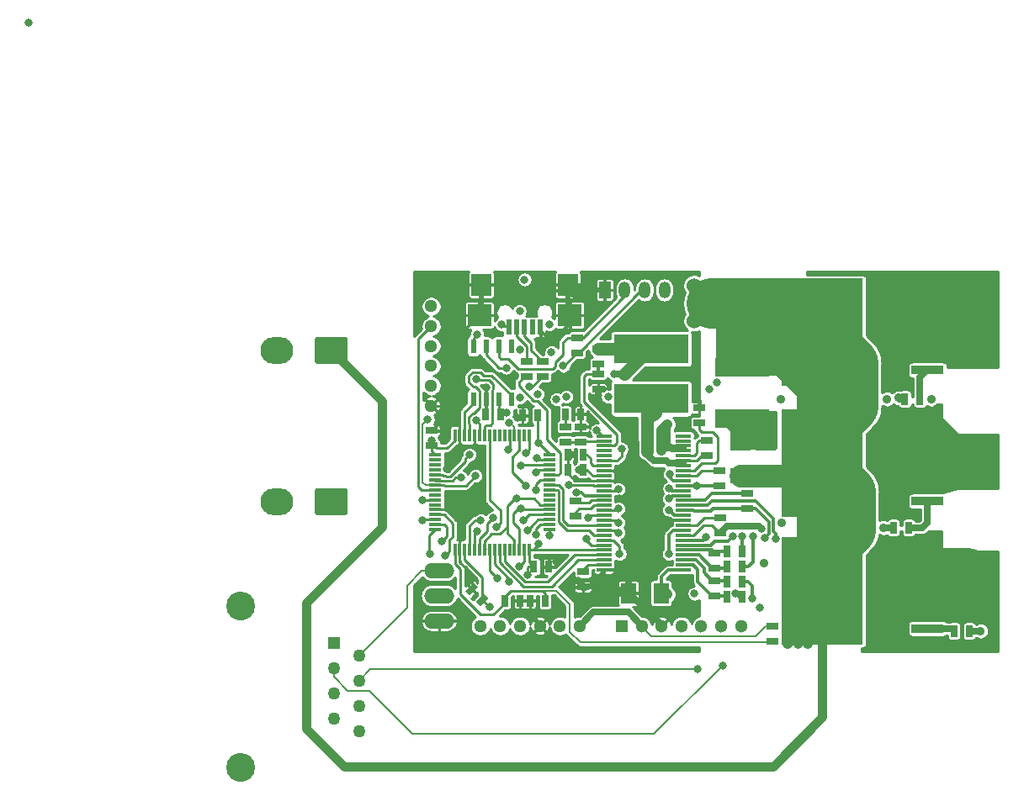
<source format=gtl>
G04 #@! TF.GenerationSoftware,KiCad,Pcbnew,(5.1.0)-1*
G04 #@! TF.CreationDate,2020-02-16T21:22:29+11:00*
G04 #@! TF.ProjectId,BLDC_4,424c4443-5f34-42e6-9b69-6361645f7063,A*
G04 #@! TF.SameCoordinates,Original*
G04 #@! TF.FileFunction,Copper,L1,Top*
G04 #@! TF.FilePolarity,Positive*
%FSLAX46Y46*%
G04 Gerber Fmt 4.6, Leading zero omitted, Abs format (unit mm)*
G04 Created by KiCad (PCBNEW (5.1.0)-1) date 2020-02-16 21:22:29*
%MOMM*%
%LPD*%
G04 APERTURE LIST*
%ADD10C,2.895000*%
%ADD11C,1.268000*%
%ADD12R,1.268000X1.268000*%
%ADD13C,1.300480*%
%ADD14O,1.198880X1.699260*%
%ADD15R,1.198880X1.699260*%
%ADD16R,3.200400X0.899160*%
%ADD17R,8.150860X10.800080*%
%ADD18O,3.048000X1.524000*%
%ADD19R,5.499100X1.849120*%
%ADD20R,7.498080X2.997200*%
%ADD21R,4.000000X5.000000*%
%ADD22R,0.300000X1.300480*%
%ADD23R,1.300480X0.300000*%
%ADD24R,3.599180X7.000240*%
%ADD25R,1.501140X0.299720*%
%ADD26R,2.032000X1.524000*%
%ADD27R,1.524000X2.032000*%
%ADD28R,1.143000X0.635000*%
%ADD29R,0.635000X1.143000*%
%ADD30R,0.599440X1.399540*%
%ADD31R,2.000000X2.200000*%
%ADD32R,2.400000X2.200000*%
%ADD33R,0.500000X1.500000*%
%ADD34R,1.300000X1.300000*%
%ADD35C,1.300000*%
%ADD36C,0.635000*%
%ADD37C,0.150000*%
%ADD38O,3.300000X2.700000*%
%ADD39C,2.700000*%
%ADD40C,0.800000*%
%ADD41C,0.889000*%
%ADD42C,1.524000*%
%ADD43C,0.635000*%
%ADD44C,1.270000*%
%ADD45C,0.304800*%
%ADD46C,0.254000*%
%ADD47C,0.406400*%
%ADD48C,1.016000*%
%ADD49C,0.508000*%
%ADD50C,0.203200*%
%ADD51C,2.286000*%
%ADD52C,5.080000*%
%ADD53C,0.889000*%
G04 APERTURE END LIST*
D10*
X22594999Y-75310001D03*
X22594999Y-91560001D03*
D11*
X34534999Y-87880001D03*
X31994999Y-86610001D03*
X34534999Y-85340001D03*
X31994999Y-84070001D03*
X34534999Y-82800001D03*
X31994999Y-81530001D03*
X34534999Y-80260001D03*
D12*
X31994999Y-78990001D03*
D13*
X41800000Y-45098740D03*
X41800000Y-47100260D03*
X41800000Y-55101260D03*
X41800000Y-53099740D03*
X41800000Y-51100760D03*
X41800000Y-49099240D03*
D14*
X65273740Y-43450000D03*
X61273240Y-43450000D03*
X63274760Y-43450000D03*
D15*
X59271720Y-43450000D03*
D13*
X52746760Y-77300000D03*
X50745240Y-77300000D03*
X48746260Y-77300000D03*
X46744740Y-77300000D03*
X54745740Y-77300000D03*
X56747260Y-77300000D03*
D16*
X91753540Y-43899000D03*
X91753540Y-45169000D03*
X91753540Y-46439000D03*
X91753540Y-48979000D03*
X91753540Y-50249000D03*
X91753540Y-51519000D03*
D17*
X81151580Y-47709000D03*
D18*
X42602000Y-76792000D03*
X42602000Y-74252000D03*
X42602000Y-71712000D03*
D19*
X73082000Y-51229440D03*
X73082000Y-56380560D03*
D20*
X63938000Y-49400640D03*
X63938000Y-54399360D03*
D21*
X96196000Y-48090000D03*
X96196000Y-60790000D03*
X96196000Y-72474000D03*
D16*
X91753540Y-69934000D03*
X91753540Y-71204000D03*
X91753540Y-72474000D03*
X91753540Y-75014000D03*
X91753540Y-76284000D03*
X91753540Y-77554000D03*
D17*
X81151580Y-73744000D03*
D16*
X91753540Y-57107000D03*
X91753540Y-58377000D03*
X91753540Y-59647000D03*
X91753540Y-62187000D03*
X91753540Y-63457000D03*
X91753540Y-64727000D03*
D17*
X81151580Y-60917000D03*
D22*
X44186960Y-58087440D03*
X44684800Y-58087440D03*
X45185180Y-58087440D03*
X45685560Y-58087440D03*
X46185940Y-58087440D03*
D23*
X53686560Y-60088960D03*
X53686560Y-60586800D03*
X53686560Y-61087180D03*
X53686560Y-61587560D03*
X53686560Y-62087940D03*
D22*
X51685040Y-69588560D03*
X51187200Y-69588560D03*
X50686820Y-69588560D03*
X50186440Y-69588560D03*
X49686060Y-69588560D03*
D23*
X42185440Y-67587040D03*
X42185440Y-67089200D03*
X42185440Y-66588820D03*
X42185440Y-66088440D03*
X42185440Y-65588060D03*
D22*
X46686320Y-58087440D03*
X47186700Y-58087440D03*
X47687080Y-58087440D03*
D23*
X53686560Y-62588320D03*
X53686560Y-63088700D03*
X53686560Y-63589080D03*
D22*
X49185680Y-69588560D03*
X48685300Y-69588560D03*
X48184920Y-69588560D03*
D23*
X42185440Y-65087680D03*
X42185440Y-64587300D03*
X42185440Y-64086920D03*
D22*
X48184920Y-58087440D03*
X48685300Y-58087440D03*
X49185680Y-58087440D03*
X49686060Y-58087440D03*
X50186440Y-58087440D03*
X50686820Y-58087440D03*
X51187200Y-58087440D03*
X51685040Y-58087440D03*
D23*
X53686560Y-64086920D03*
X53686560Y-64587300D03*
X53686560Y-65087680D03*
X53686560Y-65588060D03*
X53686560Y-66088440D03*
X53686560Y-66588820D03*
X53686560Y-67089200D03*
X53686560Y-67587040D03*
D22*
X47687080Y-69588560D03*
X47186700Y-69588560D03*
X46686320Y-69588560D03*
X46185940Y-69588560D03*
X45685560Y-69588560D03*
X45185180Y-69588560D03*
X44684800Y-69588560D03*
X44186960Y-69588560D03*
D23*
X42185440Y-61087180D03*
X42185440Y-60586800D03*
X42185440Y-60088960D03*
X42185440Y-63589080D03*
X42185440Y-63088700D03*
X42185440Y-62588320D03*
X42185440Y-62087940D03*
X42185440Y-61587560D03*
D24*
X63176000Y-64854000D03*
D25*
X67176500Y-58158560D03*
X67176500Y-58656400D03*
X67176500Y-59156780D03*
X67176500Y-59657160D03*
X67176500Y-60157540D03*
X67176500Y-60657920D03*
X67176500Y-61158300D03*
X67176500Y-61656140D03*
X59175500Y-71656120D03*
X59175500Y-71158280D03*
X59175500Y-70657900D03*
X59175500Y-70157520D03*
X59175500Y-63157280D03*
X59175500Y-62656900D03*
X59175500Y-62156520D03*
X59175500Y-61656140D03*
X59175500Y-61158300D03*
X59175500Y-60657920D03*
X59175500Y-60157540D03*
X59175500Y-59657160D03*
X59175500Y-59156780D03*
X59175500Y-58656400D03*
X59175500Y-58158560D03*
X59175500Y-69657140D03*
X59175500Y-69156760D03*
X59175500Y-68656380D03*
X59175500Y-68158540D03*
X59175500Y-67658160D03*
X59175500Y-67157780D03*
X59175500Y-66657400D03*
X67176500Y-70157520D03*
X59175500Y-65656640D03*
X59175500Y-65156260D03*
X59175500Y-64658420D03*
X59175500Y-64158040D03*
X59175500Y-63657660D03*
X67176500Y-67658160D03*
X67176500Y-68158540D03*
X67176500Y-68656380D03*
X67176500Y-69156760D03*
X67176500Y-69657140D03*
X59175500Y-66157020D03*
X67176500Y-70657900D03*
X67176500Y-71158280D03*
X67176500Y-71656120D03*
X67176500Y-62156520D03*
X67176500Y-62656900D03*
X67176500Y-63157280D03*
X67176500Y-63657660D03*
X67176500Y-64158040D03*
X67176500Y-64658420D03*
X67176500Y-65156260D03*
X67176500Y-65656640D03*
X67176500Y-66157020D03*
X67176500Y-66657400D03*
X67176500Y-67157780D03*
D26*
X72955000Y-62187000D03*
X72955000Y-58885000D03*
X75495000Y-62187000D03*
X75495000Y-58885000D03*
D27*
X64954000Y-73998000D03*
X61652000Y-73998000D03*
D28*
X76130000Y-78824000D03*
X76130000Y-77300000D03*
D29*
X50730000Y-74760000D03*
X49206000Y-74760000D03*
D28*
X58604000Y-50884000D03*
X58604000Y-49360000D03*
X58604000Y-53424000D03*
X58604000Y-51900000D03*
X55302000Y-58758000D03*
X55302000Y-57234000D03*
D29*
X55556000Y-60028000D03*
X57080000Y-60028000D03*
D28*
X68764000Y-56853000D03*
X68764000Y-55329000D03*
D29*
X95942000Y-77808000D03*
X94418000Y-77808000D03*
X88322000Y-67394000D03*
X89846000Y-67394000D03*
X89465000Y-54440000D03*
X90989000Y-54440000D03*
X71558000Y-69807000D03*
X73082000Y-69807000D03*
X71558000Y-71331000D03*
X73082000Y-71331000D03*
X71558000Y-72855000D03*
X73082000Y-72855000D03*
X71558000Y-74379000D03*
X73082000Y-74379000D03*
D28*
X51450000Y-50638000D03*
X51450000Y-52162000D03*
X53000000Y-50638000D03*
X53000000Y-52162000D03*
X56500000Y-48238000D03*
X56500000Y-49762000D03*
D30*
X49855000Y-54467000D03*
X48585000Y-54467000D03*
X47315000Y-54467000D03*
X49855000Y-49133000D03*
X48585000Y-49133000D03*
X47315000Y-49133000D03*
X46045000Y-54467000D03*
X46045000Y-49133000D03*
D31*
X46850000Y-42925000D03*
X55550000Y-42925000D03*
D32*
X46650000Y-46000000D03*
X55750000Y-46000000D03*
D33*
X52800000Y-47200000D03*
X52000000Y-47200000D03*
X51200000Y-47200000D03*
X50400000Y-47200000D03*
X49600000Y-47200000D03*
D34*
X60981440Y-77300000D03*
D35*
X64984480Y-77300000D03*
X62982960Y-77300000D03*
X66983460Y-77300000D03*
X68984980Y-77300000D03*
X70986500Y-77300000D03*
X72985480Y-77300000D03*
D29*
X47288000Y-56000000D03*
X48812000Y-56000000D03*
X51746000Y-74760000D03*
X53270000Y-74760000D03*
D28*
X70288000Y-74252000D03*
X70288000Y-72728000D03*
X41840000Y-59139000D03*
X41840000Y-57615000D03*
X70288000Y-71458000D03*
X70288000Y-69934000D03*
X70923000Y-66378000D03*
X70923000Y-67902000D03*
X73590000Y-63965000D03*
X73590000Y-65489000D03*
X70796000Y-61679000D03*
X70796000Y-63203000D03*
X69526000Y-58631000D03*
X69526000Y-60155000D03*
X57080000Y-71839000D03*
X57080000Y-73363000D03*
X56318000Y-66251000D03*
X56318000Y-64727000D03*
D29*
X55302000Y-55964000D03*
X56826000Y-55964000D03*
D28*
X56826000Y-58758000D03*
X56826000Y-57234000D03*
D29*
X52508000Y-56091000D03*
X50984000Y-56091000D03*
X57080000Y-61552000D03*
X55556000Y-61552000D03*
D36*
X46950815Y-74663815D03*
D37*
G36*
X46322197Y-74843420D02*
G01*
X47130420Y-74035197D01*
X47579433Y-74484210D01*
X46771210Y-75292433D01*
X46322197Y-74843420D01*
X46322197Y-74843420D01*
G37*
D36*
X45873185Y-73586185D03*
D37*
G36*
X45244567Y-73765790D02*
G01*
X46052790Y-72957567D01*
X46501803Y-73406580D01*
X45693580Y-74214803D01*
X45244567Y-73765790D01*
X45244567Y-73765790D01*
G37*
D29*
X52127000Y-71331000D03*
X53651000Y-71331000D03*
D38*
X26250000Y-64770000D03*
D37*
G36*
X33174503Y-63421204D02*
G01*
X33198772Y-63424804D01*
X33222570Y-63430765D01*
X33245670Y-63439030D01*
X33267849Y-63449520D01*
X33288892Y-63462133D01*
X33308598Y-63476748D01*
X33326776Y-63493224D01*
X33343252Y-63511402D01*
X33357867Y-63531108D01*
X33370480Y-63552151D01*
X33380970Y-63574330D01*
X33389235Y-63597430D01*
X33395196Y-63621228D01*
X33398796Y-63645497D01*
X33400000Y-63670001D01*
X33400000Y-65869999D01*
X33398796Y-65894503D01*
X33395196Y-65918772D01*
X33389235Y-65942570D01*
X33380970Y-65965670D01*
X33370480Y-65987849D01*
X33357867Y-66008892D01*
X33343252Y-66028598D01*
X33326776Y-66046776D01*
X33308598Y-66063252D01*
X33288892Y-66077867D01*
X33267849Y-66090480D01*
X33245670Y-66100970D01*
X33222570Y-66109235D01*
X33198772Y-66115196D01*
X33174503Y-66118796D01*
X33149999Y-66120000D01*
X30350001Y-66120000D01*
X30325497Y-66118796D01*
X30301228Y-66115196D01*
X30277430Y-66109235D01*
X30254330Y-66100970D01*
X30232151Y-66090480D01*
X30211108Y-66077867D01*
X30191402Y-66063252D01*
X30173224Y-66046776D01*
X30156748Y-66028598D01*
X30142133Y-66008892D01*
X30129520Y-65987849D01*
X30119030Y-65965670D01*
X30110765Y-65942570D01*
X30104804Y-65918772D01*
X30101204Y-65894503D01*
X30100000Y-65869999D01*
X30100000Y-63670001D01*
X30101204Y-63645497D01*
X30104804Y-63621228D01*
X30110765Y-63597430D01*
X30119030Y-63574330D01*
X30129520Y-63552151D01*
X30142133Y-63531108D01*
X30156748Y-63511402D01*
X30173224Y-63493224D01*
X30191402Y-63476748D01*
X30211108Y-63462133D01*
X30232151Y-63449520D01*
X30254330Y-63439030D01*
X30277430Y-63430765D01*
X30301228Y-63424804D01*
X30325497Y-63421204D01*
X30350001Y-63420000D01*
X33149999Y-63420000D01*
X33174503Y-63421204D01*
X33174503Y-63421204D01*
G37*
D39*
X31750000Y-64770000D03*
D37*
G36*
X33174503Y-48181204D02*
G01*
X33198772Y-48184804D01*
X33222570Y-48190765D01*
X33245670Y-48199030D01*
X33267849Y-48209520D01*
X33288892Y-48222133D01*
X33308598Y-48236748D01*
X33326776Y-48253224D01*
X33343252Y-48271402D01*
X33357867Y-48291108D01*
X33370480Y-48312151D01*
X33380970Y-48334330D01*
X33389235Y-48357430D01*
X33395196Y-48381228D01*
X33398796Y-48405497D01*
X33400000Y-48430001D01*
X33400000Y-50629999D01*
X33398796Y-50654503D01*
X33395196Y-50678772D01*
X33389235Y-50702570D01*
X33380970Y-50725670D01*
X33370480Y-50747849D01*
X33357867Y-50768892D01*
X33343252Y-50788598D01*
X33326776Y-50806776D01*
X33308598Y-50823252D01*
X33288892Y-50837867D01*
X33267849Y-50850480D01*
X33245670Y-50860970D01*
X33222570Y-50869235D01*
X33198772Y-50875196D01*
X33174503Y-50878796D01*
X33149999Y-50880000D01*
X30350001Y-50880000D01*
X30325497Y-50878796D01*
X30301228Y-50875196D01*
X30277430Y-50869235D01*
X30254330Y-50860970D01*
X30232151Y-50850480D01*
X30211108Y-50837867D01*
X30191402Y-50823252D01*
X30173224Y-50806776D01*
X30156748Y-50788598D01*
X30142133Y-50768892D01*
X30129520Y-50747849D01*
X30119030Y-50725670D01*
X30110765Y-50702570D01*
X30104804Y-50678772D01*
X30101204Y-50654503D01*
X30100000Y-50629999D01*
X30100000Y-48430001D01*
X30101204Y-48405497D01*
X30104804Y-48381228D01*
X30110765Y-48357430D01*
X30119030Y-48334330D01*
X30129520Y-48312151D01*
X30142133Y-48291108D01*
X30156748Y-48271402D01*
X30173224Y-48253224D01*
X30191402Y-48236748D01*
X30211108Y-48222133D01*
X30232151Y-48209520D01*
X30254330Y-48199030D01*
X30277430Y-48190765D01*
X30301228Y-48184804D01*
X30325497Y-48181204D01*
X30350001Y-48180000D01*
X33149999Y-48180000D01*
X33174503Y-48181204D01*
X33174503Y-48181204D01*
G37*
D39*
X31750000Y-49530000D03*
D38*
X26250000Y-49530000D03*
D40*
X1270000Y-16510000D03*
X61271000Y-51900000D03*
X60200000Y-51900000D03*
X51200000Y-42400000D03*
X64065000Y-48979000D03*
X60763000Y-64473000D03*
X46158000Y-65870000D03*
X54382994Y-70817006D03*
D41*
X68509988Y-53551000D03*
D40*
X63811000Y-66759000D03*
X65778416Y-66709331D03*
X43413482Y-61512630D03*
X56544032Y-72782385D03*
X56315782Y-54823218D03*
X59620000Y-73871000D03*
X60636000Y-73871000D03*
X62160000Y-61552000D03*
X55937000Y-60028000D03*
X61525000Y-62314000D03*
X50446706Y-56321003D03*
X57100000Y-43600000D03*
X52800000Y-49300000D03*
X47328655Y-53255293D03*
X47301000Y-51138000D03*
X66200000Y-44800000D03*
D42*
X75749000Y-56472000D03*
X74225000Y-56472000D03*
D40*
X47895501Y-47928238D03*
D42*
X75749000Y-57996000D03*
X74225000Y-57996000D03*
X72701000Y-56472000D03*
X72701000Y-57996000D03*
D40*
X46268515Y-62187000D03*
X41459000Y-56472000D03*
X45650000Y-60028000D03*
X50669565Y-71286870D03*
X52400000Y-60350000D03*
X56445000Y-63831698D03*
X55665747Y-63132231D03*
X57461000Y-68537000D03*
X64065000Y-54948000D03*
X64065000Y-53805000D03*
X44808094Y-62374925D03*
X58477000Y-57615000D03*
X48900000Y-46900000D03*
X51365000Y-59901000D03*
X50857000Y-61171000D03*
X47682000Y-75394988D03*
X51514883Y-72135117D03*
X52567107Y-69044996D03*
X59600000Y-54200000D03*
X49400000Y-55850000D03*
X41840000Y-58631000D03*
X56699000Y-61552000D03*
X52600000Y-58850000D03*
X43237751Y-70200501D03*
X68307589Y-74049589D03*
X79686000Y-79078000D03*
D42*
X68256000Y-43010000D03*
D40*
X78670000Y-79078000D03*
X53700000Y-46900000D03*
X65589000Y-74125000D03*
X65589000Y-56980000D03*
D42*
X71812000Y-46566000D03*
X73590000Y-46566000D03*
X73590000Y-44788000D03*
X73590000Y-43010000D03*
X71812000Y-44788000D03*
X71812000Y-43010000D03*
X70034000Y-43010000D03*
X70034000Y-44788000D03*
X70034000Y-46566000D03*
X68256000Y-46566000D03*
X68256000Y-44788000D03*
D40*
X64954000Y-59647000D03*
X77700000Y-79100000D03*
X40914180Y-64600000D03*
X50700000Y-45600000D03*
X48356262Y-67310799D03*
X68509988Y-63203000D03*
D42*
X92132000Y-73744000D03*
X90354000Y-73744000D03*
X92132000Y-75522000D03*
X90354000Y-75522000D03*
X92132000Y-69934000D03*
X90354000Y-69934000D03*
X92132000Y-71966000D03*
X90354000Y-71966000D03*
X88576000Y-69934000D03*
X88576000Y-71966000D03*
X88576000Y-73744000D03*
X88576000Y-75522000D03*
D40*
X53905000Y-49741000D03*
D42*
X97466000Y-74252000D03*
X97466000Y-72474000D03*
X97466000Y-70696000D03*
D40*
X75368000Y-68410000D03*
X55400000Y-54200000D03*
D42*
X88322000Y-56980000D03*
X88322000Y-58758000D03*
X88322000Y-60790000D03*
X88322000Y-62822000D03*
X90100000Y-62822000D03*
X90100000Y-60790000D03*
X90100000Y-58758000D03*
X91878000Y-60790000D03*
X91878000Y-62822000D03*
X91878000Y-56980000D03*
X91878000Y-58758000D03*
X90100000Y-56980000D03*
X97466000Y-59139000D03*
X97466000Y-60790000D03*
X97466000Y-62441000D03*
D40*
X74999734Y-67500000D03*
X50732522Y-49500000D03*
D42*
X88068000Y-44026000D03*
X88068000Y-45804000D03*
X88068000Y-47582000D03*
X88068000Y-49360000D03*
X89846000Y-49360000D03*
X89846000Y-47582000D03*
X89846000Y-45804000D03*
X89846000Y-44026000D03*
X91878000Y-44026000D03*
X91878000Y-45804000D03*
X91878000Y-47582000D03*
X91878000Y-49360000D03*
D41*
X92132000Y-54440000D03*
D42*
X97466000Y-46312000D03*
X97466000Y-48090000D03*
X97466000Y-49868000D03*
D40*
X65716000Y-64473000D03*
D41*
X75274943Y-71003411D03*
D40*
X72153657Y-68291353D03*
D41*
X87687000Y-54440000D03*
D40*
X50750000Y-54300000D03*
X41713000Y-70061000D03*
X52508000Y-53932000D03*
X42857150Y-68792150D03*
D41*
X97085000Y-77808000D03*
D40*
X65788603Y-62012291D03*
X74883178Y-75483130D03*
X65764639Y-63441730D03*
X54413000Y-54440000D03*
X40914180Y-66632000D03*
X76492783Y-68537509D03*
D41*
X87306000Y-67394000D03*
X77031720Y-66937763D03*
D40*
X65754799Y-65596601D03*
X65706383Y-70051383D03*
D41*
X88830000Y-54313000D03*
D40*
X69430780Y-68383273D03*
D41*
X77019000Y-54440000D03*
D40*
X73131096Y-68264351D03*
X69780000Y-53424000D03*
X74174399Y-68266323D03*
X70542000Y-52789000D03*
X74098000Y-74506000D03*
X72453302Y-74029780D03*
X60624717Y-63505015D03*
X53741489Y-68181969D03*
X52352639Y-68090994D03*
X60763000Y-70061000D03*
X51483242Y-67643484D03*
X60636000Y-67902000D03*
X60636000Y-66885996D03*
X51111000Y-66632000D03*
X51365000Y-63203000D03*
X60636000Y-65489000D03*
X60950000Y-59450000D03*
X49587000Y-59520000D03*
X52381000Y-63584000D03*
X57588000Y-66378000D03*
X51700000Y-53200000D03*
X52350000Y-61850000D03*
X49630467Y-56859398D03*
X46300000Y-56605312D03*
X46322574Y-52453446D03*
X55100000Y-51100000D03*
X49347710Y-51292526D03*
X48444000Y-72474000D03*
X49612133Y-72849234D03*
X46400000Y-47900000D03*
X46793000Y-66632000D03*
X50843780Y-65489000D03*
X68580000Y-81658391D03*
X50421418Y-64473000D03*
X71120000Y-81280000D03*
X46412000Y-67775000D03*
X48063000Y-66377992D03*
D43*
X64065000Y-48979000D02*
X63938000Y-49106000D01*
X63938000Y-49106000D02*
X63938000Y-49400640D01*
X60200000Y-51900000D02*
X61271000Y-51900000D01*
D44*
X63770360Y-49400640D02*
X61271000Y-51900000D01*
X63938000Y-49400640D02*
X63770360Y-49400640D01*
X63938000Y-49400640D02*
X62599360Y-49400640D01*
X63938000Y-49400640D02*
X58644640Y-49400640D01*
X58644640Y-49400640D02*
X58604000Y-49360000D01*
D45*
X60763000Y-64473000D02*
X62795000Y-64473000D01*
X62795000Y-64473000D02*
X63176000Y-64854000D01*
D46*
X44684800Y-69588560D02*
X44684800Y-70873800D01*
X44684800Y-70873800D02*
X45873185Y-72062185D01*
X45873185Y-72062185D02*
X45873185Y-73037172D01*
X45873185Y-73037172D02*
X45873185Y-73586185D01*
X44761000Y-67267000D02*
X45758001Y-66269999D01*
X44684800Y-67267000D02*
X44761000Y-67267000D01*
X45758001Y-66269999D02*
X46158000Y-65870000D01*
X46031000Y-59139000D02*
X47047000Y-60155000D01*
X47047000Y-64981000D02*
X46557999Y-65470001D01*
X46557999Y-65470001D02*
X46158000Y-65870000D01*
X47047000Y-60155000D02*
X47047000Y-64981000D01*
X54382994Y-71170506D02*
X54382994Y-70817006D01*
X54222500Y-71331000D02*
X54382994Y-71170506D01*
X53651000Y-71331000D02*
X54222500Y-71331000D01*
D47*
X68764000Y-55329000D02*
X68764000Y-54605100D01*
X68764000Y-54605100D02*
X68509988Y-54351088D01*
X68509988Y-54351088D02*
X68509988Y-53551000D01*
D45*
X65830347Y-66657400D02*
X65778416Y-66709331D01*
X67176500Y-66657400D02*
X65830347Y-66657400D01*
D43*
X64969240Y-77300000D02*
X64969240Y-77188240D01*
D48*
X73717000Y-56380560D02*
X74133560Y-56380560D01*
X74133560Y-56380560D02*
X75749000Y-57996000D01*
X75749000Y-57996000D02*
X74098000Y-58758000D01*
X74098000Y-58758000D02*
X74098000Y-57396560D01*
X74098000Y-57396560D02*
X73717000Y-56380560D01*
D46*
X44684800Y-59062800D02*
X44684800Y-60241312D01*
X44684800Y-60241312D02*
X43413482Y-61512630D01*
D43*
X62414000Y-60536000D02*
X62414000Y-58885000D01*
D49*
X58604000Y-53424000D02*
X58776000Y-53424000D01*
X57080000Y-73553500D02*
X57080000Y-73318353D01*
X57080000Y-73318353D02*
X56544032Y-72782385D01*
X46850000Y-42925000D02*
X47325000Y-42925000D01*
D46*
X56826000Y-55964000D02*
X56826000Y-55138500D01*
X56510718Y-54823218D02*
X56315782Y-54823218D01*
X56826000Y-55138500D02*
X56510718Y-54823218D01*
X47315000Y-54467000D02*
X47315000Y-55973000D01*
X47315000Y-55973000D02*
X47288000Y-56000000D01*
D48*
X59620000Y-73871000D02*
X60636000Y-73871000D01*
X61525000Y-73871000D02*
X60636000Y-73871000D01*
X61525000Y-73871000D02*
X61652000Y-73998000D01*
D46*
X57080000Y-73553500D02*
X57278120Y-73553500D01*
D45*
X60834120Y-71656120D02*
X61652000Y-72474000D01*
X61652000Y-72474000D02*
X61652000Y-73998000D01*
X59175500Y-71656120D02*
X60834120Y-71656120D01*
D43*
X62160000Y-61552000D02*
X63176000Y-62568000D01*
X63176000Y-62568000D02*
X63176000Y-64854000D01*
X63176000Y-71204000D02*
X61652000Y-72728000D01*
X61652000Y-72728000D02*
X61652000Y-73998000D01*
X63176000Y-64854000D02*
X63176000Y-71204000D01*
D46*
X60636000Y-62314000D02*
X60293100Y-62656900D01*
X60636000Y-61933000D02*
X60636000Y-62314000D01*
X60293100Y-62656900D02*
X59175500Y-62656900D01*
X60359140Y-61656140D02*
X60636000Y-61933000D01*
X59175500Y-61656140D02*
X60359140Y-61656140D01*
X57278120Y-73553500D02*
X59175500Y-71656120D01*
X55556000Y-61933000D02*
X56279900Y-62656900D01*
X56279900Y-62656900D02*
X59175500Y-62656900D01*
X55556000Y-61552000D02*
X55556000Y-61933000D01*
X62160000Y-61552000D02*
X63176000Y-64854000D01*
X56826000Y-55964000D02*
X56826000Y-57234000D01*
X55556000Y-60028000D02*
X55556000Y-61552000D01*
D43*
X58604000Y-55075000D02*
X58604000Y-53424000D01*
X63176000Y-61298000D02*
X62414000Y-60536000D01*
X62414000Y-58885000D02*
X58604000Y-55075000D01*
X63176000Y-64854000D02*
X63176000Y-61298000D01*
X58604000Y-53424000D02*
X59112000Y-53424000D01*
D46*
X55937000Y-60028000D02*
X55556000Y-60028000D01*
X63176000Y-63965000D02*
X61525000Y-62314000D01*
X63176000Y-64854000D02*
X63176000Y-63965000D01*
X63176000Y-64473000D02*
X60636000Y-61933000D01*
X63176000Y-64854000D02*
X63176000Y-64473000D01*
X44684800Y-66809800D02*
X43463060Y-65588060D01*
X43463060Y-65588060D02*
X42185440Y-65588060D01*
X44684800Y-67267000D02*
X44684800Y-66809800D01*
X44684800Y-69588560D02*
X44684800Y-67267000D01*
X46185940Y-58984060D02*
X46031000Y-59139000D01*
X46031000Y-59139000D02*
X44761000Y-59139000D01*
X44761000Y-59139000D02*
X44684800Y-59062800D01*
X44684800Y-59062800D02*
X44684800Y-58087440D01*
X46185940Y-58087440D02*
X46185940Y-58984060D01*
X44684800Y-56268800D02*
X43539260Y-55123260D01*
X44684800Y-58087440D02*
X44684800Y-56268800D01*
D43*
X64969240Y-77188240D02*
X61779000Y-73998000D01*
X61779000Y-73998000D02*
X61652000Y-73998000D01*
D46*
X52746760Y-77300000D02*
X52508000Y-77300000D01*
X47236700Y-54613300D02*
X47350000Y-54500000D01*
X50676709Y-56091000D02*
X50446706Y-56321003D01*
X50984000Y-56091000D02*
X50676709Y-56091000D01*
D44*
X56225000Y-43600000D02*
X57100000Y-43600000D01*
X55550000Y-42925000D02*
X56225000Y-43600000D01*
D49*
X57250000Y-43450000D02*
X57100000Y-43600000D01*
X59271720Y-43450000D02*
X57250000Y-43450000D01*
X55550000Y-45800000D02*
X55750000Y-46000000D01*
X55550000Y-42925000D02*
X55550000Y-45800000D01*
X46850000Y-45800000D02*
X46650000Y-46000000D01*
X46850000Y-42925000D02*
X46850000Y-45800000D01*
D46*
X52800000Y-47100000D02*
X52800000Y-49300000D01*
D45*
X54957000Y-43518000D02*
X55550000Y-42925000D01*
X48486000Y-42925000D02*
X49079000Y-43518000D01*
X49079000Y-43518000D02*
X54957000Y-43518000D01*
X46850000Y-42925000D02*
X48486000Y-42925000D01*
D46*
X47315000Y-54467000D02*
X47315000Y-53268948D01*
X47315000Y-53268948D02*
X47328655Y-53255293D01*
D45*
X45777000Y-51138000D02*
X44888000Y-50249000D01*
X44888000Y-50249000D02*
X44888000Y-47762000D01*
X44888000Y-47762000D02*
X46650000Y-46000000D01*
X47301000Y-51138000D02*
X45777000Y-51138000D01*
X55750000Y-46880000D02*
X55750000Y-46000000D01*
X53397000Y-48090000D02*
X54540000Y-48090000D01*
X54540000Y-48090000D02*
X55750000Y-46880000D01*
X52800000Y-47493000D02*
X53397000Y-48090000D01*
X52800000Y-47100000D02*
X52800000Y-47493000D01*
D44*
X74212320Y-56839986D02*
X74225000Y-56472000D01*
D46*
X43315740Y-55123260D02*
X42729000Y-55710000D01*
X42729000Y-55710000D02*
X42729000Y-56726000D01*
X42729000Y-56726000D02*
X41840000Y-57615000D01*
X43539260Y-55123260D02*
X43315740Y-55123260D01*
X41822000Y-55123260D02*
X41800000Y-55101260D01*
X43315740Y-55123260D02*
X41822000Y-55123260D01*
X51746000Y-74760000D02*
X50730000Y-74760000D01*
X51746000Y-76030000D02*
X51746000Y-74760000D01*
X52746760Y-77030760D02*
X51746000Y-76030000D01*
X52746760Y-77300000D02*
X52746760Y-77030760D01*
D50*
X74098000Y-58758000D02*
X75749000Y-57996000D01*
X73971000Y-58758000D02*
X74098000Y-58758000D01*
X74225000Y-57996000D02*
X73971000Y-58758000D01*
D44*
X72828000Y-58631000D02*
X74225000Y-57996000D01*
X72955000Y-58885000D02*
X72828000Y-58631000D01*
X72792440Y-56380560D02*
X73082000Y-56380560D01*
X72701000Y-56472000D02*
X72792440Y-56380560D01*
X72828000Y-58631000D02*
X72955000Y-58885000D01*
X72828000Y-58123000D02*
X72828000Y-58631000D01*
X72701000Y-57996000D02*
X72828000Y-58123000D01*
X75495000Y-58885000D02*
X72955000Y-58885000D01*
D46*
X42231019Y-63134279D02*
X43079521Y-63134279D01*
X43079521Y-63134279D02*
X43113663Y-63168421D01*
X43113663Y-63168421D02*
X45287094Y-63168421D01*
X42185440Y-63088700D02*
X42231019Y-63134279D01*
X45287094Y-63168421D02*
X46268515Y-62187000D01*
D50*
X41217700Y-63088700D02*
X40951000Y-62822000D01*
X40951000Y-62822000D02*
X40951000Y-56980000D01*
X40951000Y-56980000D02*
X41459000Y-56472000D01*
X42185440Y-63088700D02*
X41217700Y-63088700D01*
D46*
X45250001Y-60427999D02*
X45650000Y-60028000D01*
X42945686Y-62087940D02*
X43059835Y-62202089D01*
X43258382Y-62202089D02*
X43273724Y-62217431D01*
X42185440Y-62087940D02*
X42945686Y-62087940D01*
X43751787Y-62217431D02*
X45250001Y-60719217D01*
X43273724Y-62217431D02*
X43751787Y-62217431D01*
X43059835Y-62202089D02*
X43258382Y-62202089D01*
X45250001Y-60719217D02*
X45250001Y-60427999D01*
X51187200Y-70769235D02*
X51069564Y-70886871D01*
X51069564Y-70886871D02*
X50669565Y-71286870D01*
X51187200Y-69588560D02*
X51187200Y-70769235D01*
X52685800Y-60586800D02*
X52400000Y-60350000D01*
X53686560Y-60586800D02*
X52685800Y-60586800D01*
D45*
X59175500Y-64158040D02*
X57232402Y-64158040D01*
X57232402Y-64158040D02*
X56906060Y-63831698D01*
X56906060Y-63831698D02*
X56445000Y-63831698D01*
D46*
X56927600Y-58656400D02*
X56826000Y-58758000D01*
X59175500Y-58656400D02*
X56927600Y-58656400D01*
X56826000Y-58758000D02*
X55302000Y-58758000D01*
X56231432Y-63132231D02*
X55665747Y-63132231D01*
X56236767Y-63126896D02*
X56231432Y-63132231D01*
X58140546Y-63126896D02*
X56236767Y-63126896D01*
X58170930Y-63157280D02*
X58140546Y-63126896D01*
X59175500Y-63157280D02*
X58170930Y-63157280D01*
X57461000Y-68664000D02*
X57461000Y-68537000D01*
X57953760Y-69156760D02*
X57461000Y-68664000D01*
X59175500Y-69156760D02*
X57953760Y-69156760D01*
X55302000Y-55964000D02*
X55302000Y-57234000D01*
X57910580Y-64658420D02*
X57715000Y-64854000D01*
X57715000Y-64854000D02*
X56445000Y-64854000D01*
X56445000Y-64854000D02*
X56318000Y-64727000D01*
X59175500Y-64658420D02*
X57910580Y-64658420D01*
X58174740Y-65156260D02*
X57842000Y-65489000D01*
X57842000Y-65489000D02*
X56699000Y-65489000D01*
X56699000Y-65489000D02*
X56318000Y-65870000D01*
X56318000Y-65870000D02*
X56318000Y-66251000D01*
X59175500Y-65156260D02*
X58174740Y-65156260D01*
X57570220Y-71158280D02*
X57080000Y-71648500D01*
X59175500Y-71158280D02*
X57570220Y-71158280D01*
D44*
X63557000Y-55943000D02*
X63938000Y-55562000D01*
X63938000Y-55562000D02*
X63938000Y-54399360D01*
D48*
X64065000Y-54948000D02*
X63938000Y-54821000D01*
X63938000Y-54821000D02*
X63938000Y-54399360D01*
X64065000Y-53805000D02*
X63938000Y-53932000D01*
X63938000Y-53932000D02*
X63938000Y-54399360D01*
D43*
X65462000Y-60663000D02*
X65716000Y-60917000D01*
X64192000Y-60663000D02*
X65462000Y-60663000D01*
D45*
X67176500Y-60917000D02*
X67176500Y-61158300D01*
X67176500Y-60657920D02*
X67176500Y-60917000D01*
D43*
X67176500Y-60917000D02*
X65716000Y-60917000D01*
X63978640Y-54399360D02*
X63938000Y-54399360D01*
X63557000Y-60028000D02*
X64192000Y-60663000D01*
D51*
X63938000Y-54399360D02*
X63938000Y-55562000D01*
D44*
X63557000Y-55943000D02*
X63557000Y-59708851D01*
D43*
X63557000Y-59708851D02*
X63557000Y-60028000D01*
D46*
X68515080Y-60657920D02*
X69018000Y-60155000D01*
X69018000Y-60155000D02*
X69526000Y-60155000D01*
X67176500Y-60657920D02*
X68515080Y-60657920D01*
X68253460Y-60157540D02*
X68510000Y-59901000D01*
X68510000Y-59901000D02*
X68510000Y-58885000D01*
X68510000Y-58885000D02*
X68764000Y-58631000D01*
X68764000Y-58631000D02*
X69526000Y-58631000D01*
X67176500Y-60157540D02*
X68253460Y-60157540D01*
X68540480Y-62156520D02*
X69018000Y-61679000D01*
X69018000Y-61679000D02*
X70796000Y-61679000D01*
X67176500Y-62156520D02*
X68540480Y-62156520D01*
D45*
X70034000Y-63965000D02*
X69340580Y-64658420D01*
X69340580Y-64658420D02*
X67176500Y-64658420D01*
X70034000Y-63965000D02*
X73590000Y-63965000D01*
D46*
X67176500Y-67157780D02*
X68515280Y-67157780D01*
X68515280Y-67157780D02*
X69295060Y-66378000D01*
X69295060Y-66378000D02*
X70097500Y-66378000D01*
X70097500Y-66378000D02*
X70923000Y-66378000D01*
D45*
X67176500Y-69657140D02*
X70011140Y-69657140D01*
X70011140Y-69657140D02*
X70288000Y-69934000D01*
X71558000Y-69807000D02*
X70415000Y-69807000D01*
X70415000Y-69807000D02*
X70288000Y-69934000D01*
X67176500Y-70157520D02*
X68733520Y-70157520D01*
X70034000Y-71458000D02*
X70288000Y-71458000D01*
X68733520Y-70157520D02*
X70034000Y-71458000D01*
X70288000Y-71458000D02*
X71431000Y-71458000D01*
X71431000Y-71458000D02*
X71558000Y-71331000D01*
X67176500Y-70657900D02*
X68471900Y-70657900D01*
X68471900Y-70657900D02*
X69272000Y-71458000D01*
X70074638Y-72728000D02*
X70288000Y-72728000D01*
X69272000Y-71458000D02*
X69272000Y-71925362D01*
X69272000Y-71925362D02*
X70074638Y-72728000D01*
X70288000Y-72728000D02*
X71431000Y-72728000D01*
X71431000Y-72728000D02*
X71558000Y-72855000D01*
X67176500Y-71158280D02*
X68173452Y-71158280D01*
X68173452Y-71158280D02*
X68637000Y-71621828D01*
X68637000Y-71621828D02*
X68637000Y-72855000D01*
X68637000Y-72855000D02*
X70034000Y-74252000D01*
X70034000Y-74252000D02*
X70288000Y-74252000D01*
X70288000Y-74252000D02*
X71431000Y-74252000D01*
X71431000Y-74252000D02*
X71558000Y-74379000D01*
D46*
X44242409Y-62374925D02*
X44808094Y-62374925D01*
X43968093Y-62649241D02*
X44242409Y-62374925D01*
X43079521Y-62633899D02*
X43094863Y-62649241D01*
X42231019Y-62633899D02*
X43079521Y-62633899D01*
X42185440Y-62588320D02*
X42231019Y-62633899D01*
X43094863Y-62649241D02*
X43968093Y-62649241D01*
D43*
X94164000Y-77554000D02*
X94418000Y-77808000D01*
X91753540Y-77554000D02*
X94164000Y-77554000D01*
X91243000Y-67394000D02*
X91753540Y-66883460D01*
X91753540Y-66883460D02*
X91753540Y-64727000D01*
X89846000Y-67394000D02*
X91243000Y-67394000D01*
X90989000Y-52283540D02*
X91753540Y-51519000D01*
X90989000Y-54440000D02*
X90989000Y-52283540D01*
D45*
X58604000Y-50884000D02*
X58604000Y-51900000D01*
D46*
X60237220Y-59156780D02*
X60509000Y-58885000D01*
X59175500Y-59156780D02*
X60237220Y-59156780D01*
X60509000Y-58885000D02*
X60509000Y-57996000D01*
X60509000Y-57996000D02*
X57207000Y-54694000D01*
X57207000Y-54694000D02*
X57207000Y-52154000D01*
X57207000Y-52154000D02*
X57461000Y-51900000D01*
X57461000Y-51900000D02*
X58604000Y-51900000D01*
X58083300Y-61158300D02*
X57842000Y-60917000D01*
X57842000Y-60917000D02*
X57842000Y-60409000D01*
X57842000Y-60409000D02*
X57461000Y-60028000D01*
X57461000Y-60028000D02*
X57080000Y-60028000D01*
X59175500Y-61158300D02*
X58083300Y-61158300D01*
X59020560Y-58158560D02*
X58477000Y-57615000D01*
X59175500Y-58158560D02*
X59020560Y-58158560D01*
X68278860Y-61656140D02*
X69018000Y-60917000D01*
X69018000Y-60917000D02*
X70415000Y-60917000D01*
X70415000Y-60917000D02*
X70669000Y-60663000D01*
X70669000Y-60663000D02*
X70669000Y-58250000D01*
X70669000Y-58250000D02*
X70161000Y-57742000D01*
X70161000Y-57742000D02*
X69018000Y-57742000D01*
X69018000Y-57742000D02*
X68764000Y-57488000D01*
X68764000Y-57488000D02*
X68764000Y-56853000D01*
X67176500Y-61656140D02*
X68278860Y-61656140D01*
X49100000Y-47100000D02*
X48900000Y-46900000D01*
X49600000Y-47100000D02*
X49100000Y-47100000D01*
X51365000Y-59901000D02*
X51685040Y-59580960D01*
X51685040Y-59580960D02*
X51685040Y-58087440D01*
X50857000Y-61171000D02*
X50940820Y-61087180D01*
X50940820Y-61087180D02*
X53686560Y-61087180D01*
D50*
X62970260Y-77300000D02*
X63986260Y-78316000D01*
X63986260Y-78316000D02*
X74479000Y-78316000D01*
X74479000Y-78316000D02*
X75495000Y-77300000D01*
X75495000Y-77300000D02*
X76130000Y-77300000D01*
D46*
X45185180Y-69588560D02*
X45185180Y-70612180D01*
X45185180Y-70612180D02*
X46950815Y-72377815D01*
X46950815Y-72377815D02*
X46950815Y-74114802D01*
X46950815Y-74114802D02*
X46950815Y-74663815D01*
X47682000Y-75394988D02*
X47681988Y-75394988D01*
X47681988Y-75394988D02*
X46950815Y-74663815D01*
X51514883Y-71569432D02*
X51514883Y-72135117D01*
X51555500Y-71331000D02*
X51514883Y-71371617D01*
X52127000Y-71331000D02*
X51555500Y-71331000D01*
X51514883Y-71371617D02*
X51514883Y-71569432D01*
X52089040Y-69588560D02*
X52567107Y-69110493D01*
X52567107Y-69110493D02*
X52567107Y-69044996D01*
X51685040Y-69588560D02*
X52089040Y-69588560D01*
D43*
X62970260Y-77300000D02*
X62970260Y-77221260D01*
X61652000Y-75903000D02*
X58144260Y-75903000D01*
X62970260Y-77221260D02*
X61652000Y-75903000D01*
D46*
X43374640Y-59400000D02*
X42355000Y-59400000D01*
X44186960Y-58087440D02*
X44186960Y-58587680D01*
X42094000Y-59139000D02*
X41840000Y-59139000D01*
X42355000Y-59400000D02*
X42094000Y-59139000D01*
X44186960Y-58587680D02*
X43374640Y-59400000D01*
X52600000Y-58850000D02*
X52508000Y-58758000D01*
X52508000Y-58758000D02*
X52508000Y-56091000D01*
X48812000Y-56000000D02*
X49250000Y-56000000D01*
X49250000Y-56000000D02*
X49400000Y-55850000D01*
X48585000Y-54467000D02*
X48585000Y-55773000D01*
X48585000Y-55773000D02*
X48812000Y-56000000D01*
X57461000Y-61552000D02*
X57080000Y-61552000D01*
X58065520Y-62156520D02*
X57461000Y-61552000D01*
X59175500Y-62156520D02*
X58065520Y-62156520D01*
X51753620Y-69657140D02*
X51685040Y-69588560D01*
X59175500Y-69657140D02*
X51753620Y-69657140D01*
X51685040Y-70889040D02*
X52127000Y-71331000D01*
X51685040Y-69588560D02*
X51685040Y-70889040D01*
X53686560Y-59936560D02*
X53686560Y-60088960D01*
D49*
X56699000Y-61552000D02*
X57080000Y-61552000D01*
D46*
X41840000Y-59743520D02*
X41840000Y-59139000D01*
X42185440Y-60088960D02*
X41840000Y-59743520D01*
X41840000Y-58631000D02*
X41586000Y-58885000D01*
X52635000Y-56218000D02*
X52508000Y-56091000D01*
X52600000Y-58850000D02*
X53686560Y-59936560D01*
X43637750Y-69800502D02*
X43237751Y-70200501D01*
X43637750Y-68644250D02*
X43637750Y-69800502D01*
X43999000Y-66997760D02*
X43999000Y-68283000D01*
X43089680Y-66088440D02*
X43999000Y-66997760D01*
X43999000Y-68283000D02*
X43637750Y-68644250D01*
X42185440Y-66088440D02*
X43089680Y-66088440D01*
D43*
X58144260Y-75903000D02*
X56747260Y-77300000D01*
D48*
X79686000Y-79078000D02*
X79686000Y-75209580D01*
X79686000Y-75209580D02*
X81151580Y-73744000D01*
D51*
X72955000Y-62187000D02*
X79881580Y-62187000D01*
X79881580Y-62187000D02*
X81151580Y-60917000D01*
D44*
X75495000Y-62187000D02*
X72955000Y-62187000D01*
D52*
X72828000Y-44788000D02*
X81151580Y-53111580D01*
D48*
X73082000Y-51229440D02*
X73117560Y-51229440D01*
D53*
X78670000Y-79078000D02*
X81151580Y-76596420D01*
X81151580Y-76596420D02*
X81151580Y-73744000D01*
D48*
X64954000Y-59647000D02*
X64954000Y-57615000D01*
X64954000Y-57615000D02*
X65589000Y-56980000D01*
D43*
X65589000Y-59012000D02*
X65589000Y-56980000D01*
X66033500Y-59456500D02*
X65589000Y-59012000D01*
X67176500Y-59456500D02*
X66033500Y-59456500D01*
X67113000Y-59393000D02*
X65208000Y-59393000D01*
X65208000Y-59393000D02*
X64954000Y-59647000D01*
D48*
X65589000Y-74125000D02*
X65385802Y-73921802D01*
X65385802Y-73921802D02*
X64954000Y-73998000D01*
D45*
X64954000Y-72347000D02*
X64954000Y-73998000D01*
X65644880Y-71656120D02*
X64954000Y-72347000D01*
X67176500Y-71656120D02*
X65644880Y-71656120D01*
X67176500Y-59329500D02*
X67113000Y-59393000D01*
X67176500Y-59156780D02*
X67176500Y-59329500D01*
X67176500Y-59456500D02*
X67113000Y-59393000D01*
X67176500Y-59657160D02*
X67176500Y-59456500D01*
D47*
X65335000Y-73921802D02*
X64954000Y-73998000D01*
D52*
X81151580Y-60917000D02*
X81151580Y-47709000D01*
X84004000Y-63769420D02*
X81151580Y-60917000D01*
X84004000Y-67648000D02*
X84004000Y-63769420D01*
X81151580Y-70500420D02*
X84004000Y-67648000D01*
X81151580Y-60917000D02*
X81151580Y-70500420D01*
X81151580Y-58308420D02*
X84258000Y-55202000D01*
X84258000Y-55202000D02*
X84258000Y-50815420D01*
X84258000Y-50815420D02*
X81151580Y-47709000D01*
X81151580Y-60917000D02*
X81151580Y-58308420D01*
D43*
X73590000Y-46566000D02*
X73590000Y-44788000D01*
X73590000Y-43010000D02*
X79940000Y-48852000D01*
X79940000Y-48852000D02*
X80956000Y-48852000D01*
X80956000Y-48852000D02*
X81151580Y-47709000D01*
X71812000Y-44788000D02*
X71812000Y-46566000D01*
X70034000Y-43010000D02*
X71812000Y-43010000D01*
X70034000Y-46566000D02*
X70034000Y-44788000D01*
D52*
X78230580Y-44788000D02*
X81151580Y-47709000D01*
X70034000Y-44788000D02*
X78230580Y-44788000D01*
X81151580Y-53111580D02*
X81151580Y-60917000D01*
X71812000Y-44788000D02*
X72828000Y-44788000D01*
D43*
X81151580Y-74056420D02*
X81151580Y-73744000D01*
D51*
X73082000Y-47074000D02*
X73590000Y-46566000D01*
D48*
X81151580Y-74310420D02*
X81151580Y-73744000D01*
X81151580Y-75648420D02*
X81151580Y-73744000D01*
X77700000Y-79100000D02*
X81151580Y-75648420D01*
D44*
X79881580Y-62187000D02*
X81151580Y-60917000D01*
X75495000Y-62187000D02*
X79881580Y-62187000D01*
D53*
X36830000Y-54610000D02*
X31750000Y-49530000D01*
X36830000Y-67310000D02*
X36830000Y-54610000D01*
X81151580Y-86488420D02*
X76200000Y-91440000D01*
X81151580Y-73744000D02*
X81151580Y-86488420D01*
X76200000Y-91440000D02*
X33020000Y-91440000D01*
X29210000Y-87630000D02*
X29210000Y-74930000D01*
X33020000Y-91440000D02*
X29210000Y-87630000D01*
X29210000Y-74930000D02*
X36830000Y-67310000D01*
D46*
X42185440Y-64587300D02*
X40926880Y-64587300D01*
X40926880Y-64587300D02*
X40914180Y-64600000D01*
X48767802Y-65658694D02*
X48767802Y-66899259D01*
X48767802Y-66899259D02*
X48756261Y-66910800D01*
X47687080Y-58087440D02*
X47687080Y-64577972D01*
X47687080Y-64577972D02*
X48767802Y-65658694D01*
X48756261Y-66910800D02*
X48356262Y-67310799D01*
D45*
X67176500Y-63157280D02*
X68464268Y-63157280D01*
X68464268Y-63157280D02*
X68509988Y-63203000D01*
X70796000Y-63203000D02*
X68509988Y-63203000D01*
D51*
X89846000Y-69934000D02*
X89084000Y-70696000D01*
D43*
X91624000Y-75014000D02*
X91624000Y-74506000D01*
X92132000Y-75522000D02*
X91624000Y-75014000D01*
X90862000Y-76030000D02*
X90354000Y-75522000D01*
X91499540Y-69680000D02*
X91499540Y-70312460D01*
D51*
X91624000Y-75014000D02*
X91753540Y-75014000D01*
X89084000Y-70696000D02*
X89592000Y-72474000D01*
X89592000Y-72474000D02*
X91624000Y-75014000D01*
X91753540Y-69934000D02*
X89846000Y-69934000D01*
X91753540Y-75014000D02*
X91624000Y-74884460D01*
D43*
X90354000Y-69934000D02*
X91370000Y-69934000D01*
X91370000Y-69934000D02*
X91499540Y-69680000D01*
X88830000Y-69680000D02*
X88576000Y-69934000D01*
X88576000Y-75522000D02*
X90354000Y-75522000D01*
X91499540Y-69680000D02*
X88830000Y-69680000D01*
X91753540Y-69934000D02*
X91499540Y-69680000D01*
D44*
X88576000Y-69934000D02*
X88576000Y-71966000D01*
X88576000Y-71966000D02*
X88576000Y-73744000D01*
X88576000Y-73744000D02*
X88576000Y-75522000D01*
X88576000Y-75522000D02*
X89084000Y-75522000D01*
X89084000Y-75522000D02*
X89084000Y-74252000D01*
X89084000Y-74252000D02*
X88576000Y-73744000D01*
X89084000Y-73744000D02*
X88576000Y-73744000D01*
X90354000Y-75522000D02*
X89084000Y-73744000D01*
D43*
X91624000Y-74506000D02*
X92132000Y-73744000D01*
X91753540Y-76284000D02*
X90862000Y-76030000D01*
X91370000Y-70950000D02*
X91753540Y-71204000D01*
X91499540Y-70312460D02*
X91370000Y-70950000D01*
X91624000Y-71204000D02*
X91370000Y-70950000D01*
X91753540Y-71204000D02*
X91624000Y-71204000D01*
X91624000Y-71717080D02*
X91624000Y-76284000D01*
X91624000Y-76284000D02*
X91753540Y-76284000D01*
X91753540Y-71587540D02*
X91624000Y-71717080D01*
X91753540Y-71204000D02*
X91753540Y-71587540D01*
D51*
X91624000Y-74884460D02*
X91624000Y-71717080D01*
D43*
X92132000Y-71966000D02*
X92386000Y-71712000D01*
X92386000Y-71712000D02*
X92132000Y-69934000D01*
X90354000Y-73744000D02*
X90100000Y-73490000D01*
X90100000Y-73490000D02*
X90354000Y-71966000D01*
D52*
X95688000Y-71966000D02*
X92132000Y-71966000D01*
D46*
X96196000Y-72474000D02*
X91753540Y-72474000D01*
D51*
X95688000Y-71966000D02*
X96196000Y-72474000D01*
X92640000Y-75014000D02*
X95688000Y-71966000D01*
X91753540Y-75014000D02*
X92640000Y-75014000D01*
D50*
X97466000Y-72474000D02*
X97466000Y-74252000D01*
X96196000Y-71966000D02*
X97466000Y-70696000D01*
X96196000Y-72474000D02*
X96196000Y-71966000D01*
D45*
X75767999Y-68010001D02*
X75368000Y-68410000D01*
X73590000Y-65489000D02*
X74466300Y-65489000D01*
X74466300Y-65489000D02*
X75768007Y-66790707D01*
X75768007Y-66790707D02*
X75768007Y-68009993D01*
X75768007Y-68009993D02*
X75767999Y-68010001D01*
X69919701Y-65730299D02*
X70161000Y-65489000D01*
X70161000Y-65489000D02*
X73590000Y-65489000D01*
X68257272Y-65743000D02*
X68269973Y-65730299D01*
X68269973Y-65730299D02*
X69919701Y-65730299D01*
X67176500Y-65656640D02*
X68170912Y-65656640D01*
X68170912Y-65656640D02*
X68257272Y-65743000D01*
X67176500Y-65656640D02*
X67194270Y-65638870D01*
D43*
X88068000Y-61044000D02*
X88322000Y-60790000D01*
X88322000Y-62822000D02*
X88068000Y-61044000D01*
X90100000Y-60790000D02*
X90100000Y-62822000D01*
X91878000Y-63332540D02*
X91878000Y-62822000D01*
X91753540Y-63457000D02*
X91878000Y-63332540D01*
X90608000Y-56726000D02*
X90354000Y-56980000D01*
X91878000Y-56980000D02*
X90608000Y-56726000D01*
D44*
X90100000Y-58758000D02*
X88322000Y-56980000D01*
X88322000Y-58758000D02*
X90100000Y-58758000D01*
X88322000Y-56980000D02*
X88322000Y-58758000D01*
X90100000Y-56980000D02*
X88322000Y-56980000D01*
X90100000Y-62568000D02*
X88322000Y-60790000D01*
X90100000Y-62822000D02*
X90100000Y-62568000D01*
X88322000Y-62822000D02*
X90100000Y-62822000D01*
X88322000Y-60790000D02*
X88322000Y-62822000D01*
X88322000Y-58758000D02*
X88322000Y-60790000D01*
X91878000Y-62822000D02*
X90100000Y-62822000D01*
D49*
X91753540Y-63457000D02*
X91753540Y-62187000D01*
D52*
X96196000Y-60790000D02*
X91878000Y-60790000D01*
D44*
X90356540Y-56980000D02*
X90100000Y-56980000D01*
X91753540Y-58377000D02*
X90356540Y-56980000D01*
X91753540Y-57107000D02*
X91753540Y-58377000D01*
X88322000Y-59012000D02*
X90100000Y-60790000D01*
X88322000Y-58758000D02*
X88322000Y-59012000D01*
D43*
X91878000Y-60790000D02*
X91878000Y-58758000D01*
D44*
X91753540Y-58377000D02*
X91753540Y-59647000D01*
D43*
X90100000Y-56980000D02*
X90100000Y-58758000D01*
D50*
X97466000Y-60790000D02*
X97466000Y-59139000D01*
X96196000Y-61171000D02*
X97466000Y-62441000D01*
X96196000Y-60790000D02*
X96196000Y-61171000D01*
D43*
X74999734Y-67500000D02*
X74766734Y-67267000D01*
X74766734Y-67267000D02*
X71558000Y-67267000D01*
X71558000Y-67267000D02*
X70923000Y-67902000D01*
D46*
X67176500Y-68158540D02*
X68220042Y-68158540D01*
X68220042Y-68158540D02*
X69238582Y-67140000D01*
X69238582Y-67140000D02*
X70034000Y-67140000D01*
X70034000Y-67140000D02*
X70796000Y-67902000D01*
X70796000Y-67902000D02*
X70923000Y-67902000D01*
D52*
X93402000Y-46312000D02*
X91878000Y-46312000D01*
X91878000Y-46312000D02*
X91753540Y-46185000D01*
X96196000Y-47328000D02*
X93402000Y-46312000D01*
D49*
X91753540Y-45169000D02*
X91753540Y-43899000D01*
X91753540Y-48725000D02*
X91753540Y-45169000D01*
X91753540Y-49995000D02*
X91753540Y-48725000D01*
X88322000Y-47836000D02*
X88068000Y-47582000D01*
X88068000Y-49360000D02*
X88322000Y-47836000D01*
X91878000Y-45804000D02*
X91878000Y-44026000D01*
X91878000Y-49360000D02*
X91878000Y-47582000D01*
D44*
X88068000Y-45804000D02*
X89846000Y-44026000D01*
X89846000Y-45804000D02*
X88068000Y-45804000D01*
X89846000Y-44026000D02*
X89846000Y-45804000D01*
X88068000Y-44026000D02*
X89846000Y-44026000D01*
X88068000Y-45804000D02*
X88068000Y-44026000D01*
X88068000Y-47582000D02*
X88068000Y-45804000D01*
X88068000Y-49360000D02*
X88068000Y-47582000D01*
X88068000Y-47582000D02*
X89846000Y-45804000D01*
X89846000Y-47582000D02*
X88068000Y-47582000D01*
X88068000Y-49360000D02*
X89846000Y-49360000D01*
X89846000Y-47582000D02*
X88068000Y-49360000D01*
X89846000Y-49360000D02*
X89846000Y-47582000D01*
X91372540Y-48087460D02*
X91878000Y-47582000D01*
X91372540Y-49360000D02*
X91372540Y-48087460D01*
X91753540Y-48979000D02*
X91372540Y-49360000D01*
X91624000Y-49360000D02*
X89846000Y-47582000D01*
X91878000Y-49360000D02*
X91624000Y-49360000D01*
X89846000Y-49360000D02*
X91878000Y-49360000D01*
D51*
X95307000Y-48979000D02*
X96196000Y-48090000D01*
X91753540Y-48979000D02*
X95307000Y-48979000D01*
D50*
X97466000Y-48090000D02*
X97466000Y-46312000D01*
X97466000Y-50376000D02*
X97466000Y-49868000D01*
D45*
X66030960Y-64158040D02*
X65716000Y-64473000D01*
X67176500Y-64158040D02*
X66030960Y-64158040D01*
X71753658Y-68691352D02*
X72153657Y-68291353D01*
X71654010Y-68791000D02*
X71753658Y-68691352D01*
X69929500Y-69156760D02*
X70295260Y-68791000D01*
X70295260Y-68791000D02*
X71654010Y-68791000D01*
X67176500Y-69156760D02*
X69929500Y-69156760D01*
D46*
X41616480Y-69964480D02*
X41713000Y-70061000D01*
X41616480Y-68156000D02*
X41616480Y-69964480D01*
X42185440Y-67587040D02*
X41616480Y-68156000D01*
X43089680Y-67089200D02*
X43364000Y-67363520D01*
X42185440Y-67089200D02*
X43089680Y-67089200D01*
X43364000Y-68285300D02*
X42857150Y-68792150D01*
X43364000Y-67363520D02*
X43364000Y-68285300D01*
D43*
X97085000Y-77808000D02*
X95942000Y-77808000D01*
D45*
X66121130Y-62656900D02*
X65788603Y-62324373D01*
X65788603Y-62324373D02*
X65788603Y-62012291D01*
X67176500Y-62656900D02*
X66121130Y-62656900D01*
X65980569Y-63657660D02*
X65764639Y-63441730D01*
X67176500Y-63657660D02*
X65980569Y-63657660D01*
D46*
X42185440Y-66588820D02*
X40957360Y-66588820D01*
X40957360Y-66588820D02*
X40914180Y-66632000D01*
D45*
X67176500Y-65156260D02*
X69604740Y-65156260D01*
X69604740Y-65156260D02*
X70034000Y-64727000D01*
X70034000Y-64727000D02*
X74479000Y-64727000D01*
X74479000Y-64727000D02*
X76257000Y-66505000D01*
X76257000Y-66505000D02*
X76257000Y-67775000D01*
X76257000Y-67775000D02*
X76492783Y-68010783D01*
X76492783Y-68010783D02*
X76492783Y-68537509D01*
D43*
X87306000Y-67394000D02*
X88322000Y-67394000D01*
D45*
X66154798Y-65996600D02*
X65754799Y-65596601D01*
X67176500Y-66157020D02*
X66274424Y-66157020D01*
X66274424Y-66157020D02*
X66154798Y-66037394D01*
X66154798Y-66037394D02*
X66154798Y-65996600D01*
X65706383Y-68072907D02*
X65706383Y-69485698D01*
X66121130Y-67658160D02*
X65706383Y-68072907D01*
X67176500Y-67658160D02*
X66121130Y-67658160D01*
X65706383Y-69485698D02*
X65706383Y-70051383D01*
D43*
X88830000Y-54313000D02*
X88957000Y-54440000D01*
X88957000Y-54440000D02*
X89465000Y-54440000D01*
D45*
X69157673Y-68656380D02*
X69430780Y-68383273D01*
X67176500Y-68656380D02*
X69157673Y-68656380D01*
X73131096Y-68264351D02*
X73131096Y-69757904D01*
X73131096Y-69757904D02*
X73082000Y-69807000D01*
X73082000Y-68313447D02*
X73131096Y-68264351D01*
X74174399Y-68266323D02*
X74174399Y-70860901D01*
X74174399Y-70860901D02*
X73704300Y-71331000D01*
X73704300Y-71331000D02*
X73082000Y-71331000D01*
X73082000Y-72855000D02*
X73704300Y-72855000D01*
X73704300Y-72855000D02*
X74098000Y-73248700D01*
X74098000Y-73248700D02*
X74098000Y-73940315D01*
X74098000Y-73940315D02*
X74098000Y-74506000D01*
X73031221Y-74429779D02*
X72853301Y-74429779D01*
X72853301Y-74429779D02*
X72453302Y-74029780D01*
X73082000Y-74379000D02*
X73031221Y-74429779D01*
D46*
X59175500Y-70657900D02*
X56610100Y-70657900D01*
X56610100Y-70657900D02*
X53964169Y-73303831D01*
X53964169Y-73303831D02*
X51076159Y-73303831D01*
X51076159Y-73303831D02*
X48685300Y-70912972D01*
X48685300Y-70912972D02*
X48685300Y-70492800D01*
X48685300Y-70492800D02*
X48685300Y-69588560D01*
X58170930Y-70157520D02*
X59175500Y-70157520D01*
X51255020Y-72872020D02*
X53547622Y-72872020D01*
X53547622Y-72872020D02*
X56262122Y-70157520D01*
X49185680Y-69588560D02*
X49185680Y-70802680D01*
X49185680Y-70802680D02*
X51255020Y-72872020D01*
X56262122Y-70157520D02*
X58170930Y-70157520D01*
X60472072Y-63657660D02*
X60624717Y-63505015D01*
X59175500Y-63657660D02*
X60472072Y-63657660D01*
X53686560Y-67587040D02*
X53686560Y-68127040D01*
X53686560Y-68127040D02*
X53741489Y-68181969D01*
X52782320Y-67089200D02*
X52352639Y-67518881D01*
X53686560Y-67089200D02*
X52782320Y-67089200D01*
X52352639Y-67525309D02*
X52352639Y-68090994D01*
X52352639Y-67518881D02*
X52352639Y-67525309D01*
X60763000Y-69495315D02*
X60763000Y-70061000D01*
X60180070Y-68656380D02*
X60763000Y-69239310D01*
X60763000Y-69239310D02*
X60763000Y-69495315D01*
X59175500Y-68656380D02*
X60180070Y-68656380D01*
X52537906Y-66588820D02*
X51883241Y-67243485D01*
X51883241Y-67243485D02*
X51483242Y-67643484D01*
X53686560Y-66588820D02*
X52537906Y-66588820D01*
X60392160Y-67658160D02*
X60636000Y-67902000D01*
X59175500Y-67658160D02*
X60392160Y-67658160D01*
X60407404Y-66657400D02*
X60636000Y-66885996D01*
X59175500Y-66657400D02*
X60407404Y-66657400D01*
X51654560Y-66088440D02*
X51111000Y-66632000D01*
X53686560Y-66088440D02*
X51654560Y-66088440D01*
X49968000Y-61806000D02*
X50965001Y-62803001D01*
X50965001Y-62803001D02*
X51365000Y-63203000D01*
X50686820Y-59563180D02*
X49968000Y-60282000D01*
X50686820Y-58087440D02*
X50686820Y-59563180D01*
X49968000Y-60282000D02*
X49968000Y-61806000D01*
X60468360Y-65656640D02*
X60636000Y-65489000D01*
X59175500Y-65656640D02*
X60468360Y-65656640D01*
X60950000Y-60222000D02*
X60950000Y-59450000D01*
X60950000Y-60222000D02*
X60514080Y-60657920D01*
X60514080Y-60657920D02*
X59175500Y-60657920D01*
X49686060Y-59420940D02*
X49587000Y-59520000D01*
X49686060Y-58087440D02*
X49686060Y-59420940D01*
X55453330Y-67648000D02*
X57660390Y-67648000D01*
X54537602Y-63589080D02*
X54641601Y-63693079D01*
X57660390Y-67648000D02*
X58170930Y-68158540D01*
X58170930Y-68158540D02*
X59175500Y-68158540D01*
X53686560Y-63589080D02*
X54537602Y-63589080D01*
X54641601Y-66836271D02*
X55453330Y-67648000D01*
X54641601Y-63693079D02*
X54641601Y-66836271D01*
X55073412Y-66657410D02*
X55573782Y-67157780D01*
X55073412Y-63514218D02*
X55073412Y-66657410D01*
X53686560Y-63088700D02*
X54647894Y-63088700D01*
X58170930Y-67157780D02*
X59175500Y-67157780D01*
X54647894Y-63088700D02*
X55073412Y-63514218D01*
X55573782Y-67157780D02*
X58170930Y-67157780D01*
X52381000Y-63018315D02*
X52381000Y-63584000D01*
X52381000Y-62989640D02*
X52381000Y-63018315D01*
X53686560Y-62588320D02*
X52782320Y-62588320D01*
X52782320Y-62588320D02*
X52381000Y-62989640D01*
X57808980Y-66157020D02*
X57588000Y-66378000D01*
X59175500Y-66157020D02*
X57808980Y-66157020D01*
X54794000Y-61884740D02*
X54590800Y-62087940D01*
X54794000Y-59847518D02*
X54794000Y-61884740D01*
X53445199Y-58498717D02*
X54794000Y-59847518D01*
X52491443Y-54636801D02*
X53445199Y-55590557D01*
X50624500Y-53124500D02*
X52136801Y-54636801D01*
X53445199Y-55590557D02*
X53445199Y-58498717D01*
X50624500Y-52733500D02*
X50624500Y-53124500D01*
X52136801Y-54636801D02*
X52491443Y-54636801D01*
X51196000Y-52162000D02*
X50624500Y-52733500D01*
X51450000Y-52162000D02*
X51196000Y-52162000D01*
X54590800Y-62087940D02*
X53686560Y-62087940D01*
X51962000Y-53200000D02*
X51700000Y-53200000D01*
X53000000Y-52162000D02*
X51962000Y-53200000D01*
X53686560Y-61587560D02*
X52726440Y-61587560D01*
X52726440Y-61587560D02*
X52350000Y-61850000D01*
X40496000Y-48404260D02*
X41800000Y-47100260D01*
X40496000Y-63256000D02*
X40829080Y-63589080D01*
X40829080Y-63589080D02*
X42185440Y-63589080D01*
X40496000Y-48404260D02*
X40496000Y-63256000D01*
D50*
X50186440Y-58087440D02*
X50186440Y-57234000D01*
X49811838Y-56859398D02*
X49630467Y-56859398D01*
X50186440Y-57234000D02*
X49811838Y-56859398D01*
D46*
X46686320Y-56991632D02*
X46300000Y-56605312D01*
X46686320Y-58087440D02*
X46686320Y-56991632D01*
X46397739Y-52528611D02*
X46322574Y-52453446D01*
X47186700Y-57183200D02*
X47319900Y-57050000D01*
X47980479Y-53523389D02*
X48036010Y-53467858D01*
X47750000Y-57050000D02*
X47980479Y-56819521D01*
X47319900Y-57050000D02*
X47750000Y-57050000D01*
X47980479Y-56819521D02*
X47980479Y-53523389D01*
X48036010Y-52940933D02*
X47623688Y-52528611D01*
X48036010Y-53467858D02*
X48036010Y-52940933D01*
X47186700Y-58087440D02*
X47186700Y-57183200D01*
X47623688Y-52528611D02*
X46397739Y-52528611D01*
X56500000Y-48238000D02*
X57100000Y-48238000D01*
X57100000Y-48238000D02*
X61273240Y-44064760D01*
X61273240Y-44064760D02*
X61273240Y-43450000D01*
D50*
X48585000Y-49133000D02*
X48585000Y-49280144D01*
D46*
X55535000Y-48238000D02*
X55048000Y-48725000D01*
X55048000Y-48725000D02*
X55048000Y-49995000D01*
X55048000Y-49995000D02*
X54286000Y-50757000D01*
X54286000Y-50757000D02*
X54286000Y-51138000D01*
X54286000Y-51138000D02*
X54032000Y-51392000D01*
X54032000Y-51392000D02*
X50603000Y-51392000D01*
X50603000Y-51392000D02*
X49587000Y-50376000D01*
X49587000Y-50376000D02*
X48825000Y-50376000D01*
X48825000Y-50376000D02*
X48585000Y-50136000D01*
X48585000Y-50136000D02*
X48585000Y-49133000D01*
X56500000Y-48238000D02*
X55535000Y-48238000D01*
X56500000Y-49762000D02*
X56638000Y-49762000D01*
X56638000Y-49762000D02*
X62950000Y-43450000D01*
X62950000Y-43450000D02*
X63274760Y-43450000D01*
X63274760Y-43587240D02*
X63274760Y-43450000D01*
X55162000Y-51100000D02*
X56500000Y-49762000D01*
X55100000Y-51100000D02*
X55162000Y-51100000D01*
X47315000Y-49533050D02*
X47315000Y-49133000D01*
X48598526Y-51292526D02*
X47315000Y-50009000D01*
X47315000Y-50009000D02*
X47315000Y-49133000D01*
X49347710Y-51292526D02*
X48598526Y-51292526D01*
X47687080Y-71717080D02*
X48044001Y-72074001D01*
X48044001Y-72074001D02*
X48444000Y-72474000D01*
X47687080Y-69588560D02*
X47687080Y-71717080D01*
X48184920Y-69588560D02*
X48184920Y-71071920D01*
X48184920Y-71071920D02*
X49587000Y-72474000D01*
X49587000Y-72474000D02*
X49587000Y-72824101D01*
X49587000Y-72824101D02*
X49612133Y-72849234D01*
X50400000Y-47100000D02*
X50400000Y-48124372D01*
X51450000Y-50066500D02*
X51450000Y-50638000D01*
X51437323Y-50053823D02*
X51450000Y-50066500D01*
X51437323Y-49161695D02*
X51437323Y-50053823D01*
X50400000Y-48124372D02*
X51437323Y-49161695D01*
X51869133Y-49507133D02*
X53000000Y-50638000D01*
X51200000Y-48104000D02*
X51869133Y-48773133D01*
X51200000Y-47100000D02*
X51200000Y-48104000D01*
X51869133Y-48773133D02*
X51869133Y-49507133D01*
X46045000Y-48255000D02*
X46400000Y-47900000D01*
X46045000Y-49133000D02*
X46045000Y-48255000D01*
X45685560Y-58087440D02*
X45685560Y-57033978D01*
X45617773Y-52115141D02*
X45984269Y-51748645D01*
X45595199Y-56267007D02*
X45961695Y-55900511D01*
X46046149Y-53220127D02*
X45617773Y-52791751D01*
X47089695Y-52096801D02*
X47884851Y-52096801D01*
X46650000Y-55306280D02*
X46650000Y-53641135D01*
X46741539Y-51748645D02*
X47089695Y-52096801D01*
X47884851Y-52096801D02*
X49855000Y-54066950D01*
X49855000Y-54066950D02*
X49855000Y-54467000D01*
X45685560Y-57033978D02*
X45595199Y-56943617D01*
X46055769Y-55900511D02*
X46650000Y-55306280D01*
X46650000Y-53641135D02*
X46228992Y-53220127D01*
X46228992Y-53220127D02*
X46046149Y-53220127D01*
X45984269Y-51748645D02*
X46741539Y-51748645D01*
X45595199Y-56943617D02*
X45595199Y-56267007D01*
X45617773Y-52791751D02*
X45617773Y-52115141D01*
X45961695Y-55900511D02*
X46055769Y-55900511D01*
X46045000Y-54867050D02*
X46045000Y-54467000D01*
X45163389Y-55748661D02*
X46045000Y-54867050D01*
X45185180Y-58087440D02*
X45185180Y-57183200D01*
X45163389Y-57161409D02*
X45163389Y-55748661D01*
X45185180Y-57183200D02*
X45163389Y-57161409D01*
X44186960Y-69588560D02*
X44186960Y-71026263D01*
X44186960Y-71026263D02*
X44761000Y-71600303D01*
X44761000Y-71600303D02*
X44761000Y-74125000D01*
X44761000Y-74125000D02*
X46793000Y-76157000D01*
X46793000Y-76157000D02*
X48063000Y-76157000D01*
X49206000Y-75014000D02*
X49206000Y-74760000D01*
X48063000Y-76157000D02*
X49206000Y-75014000D01*
X49206000Y-74760000D02*
X49206000Y-74379000D01*
X49206000Y-74379000D02*
X49841000Y-73744000D01*
X49841000Y-73744000D02*
X53016000Y-73744000D01*
D50*
X75241000Y-78951000D02*
X76003000Y-78951000D01*
X76003000Y-78951000D02*
X76130000Y-78824000D01*
D46*
X53016000Y-73744000D02*
X53270000Y-73998000D01*
X53270000Y-73998000D02*
X53270000Y-74760000D01*
D50*
X75749000Y-78951000D02*
X75876000Y-78824000D01*
X54413000Y-73744000D02*
X53016000Y-73744000D01*
X55746500Y-77871500D02*
X56826000Y-78951000D01*
X55746500Y-75077500D02*
X55746500Y-77871500D01*
X54413000Y-73744000D02*
X55746500Y-75077500D01*
X75749000Y-78951000D02*
X75241000Y-78951000D01*
X75241000Y-78951000D02*
X56826000Y-78951000D01*
D46*
X46793000Y-66632000D02*
X46227315Y-66632000D01*
X46227315Y-66632000D02*
X45685560Y-67173755D01*
X45685560Y-67173755D02*
X45685560Y-68684320D01*
X45685560Y-68684320D02*
X45685560Y-69588560D01*
X50843780Y-65489000D02*
X51111000Y-65489000D01*
D50*
X50603000Y-65489000D02*
X50843780Y-65489000D01*
D46*
X51111000Y-65489000D02*
X51210060Y-65588060D01*
X51210060Y-65588060D02*
X53686560Y-65588060D01*
X50686820Y-67477820D02*
X50095000Y-66886000D01*
X50095000Y-66886000D02*
X50095000Y-65997000D01*
X50095000Y-65997000D02*
X50603000Y-65489000D01*
X50686820Y-69588560D02*
X50686820Y-67477820D01*
D50*
X68580000Y-81658391D02*
X68580000Y-81658391D01*
X35676609Y-81658391D02*
X34534999Y-82800001D01*
X68580000Y-81658391D02*
X35676609Y-81658391D01*
D46*
X49460000Y-67123409D02*
X49460000Y-67315260D01*
X49460000Y-67315260D02*
X48746260Y-68029000D01*
X48746260Y-68029000D02*
X47897758Y-68029000D01*
X47897758Y-68029000D02*
X47186700Y-68740058D01*
X47186700Y-68740058D02*
X47186700Y-69588560D01*
X49460000Y-67123409D02*
X49460000Y-65235000D01*
X49460000Y-67376728D02*
X49460000Y-67123409D01*
X49460000Y-67957880D02*
X49460000Y-67376728D01*
X47186700Y-69588560D02*
X47232279Y-69542981D01*
X50903211Y-64473000D02*
X50758437Y-64473000D01*
X50421418Y-64473000D02*
X50222000Y-64473000D01*
X50758437Y-64473000D02*
X50421418Y-64473000D01*
X52167640Y-64473000D02*
X50903211Y-64473000D01*
X50222000Y-64473000D02*
X49460000Y-65235000D01*
X53686560Y-65087680D02*
X52782320Y-65087680D01*
X52782320Y-65087680D02*
X52167640Y-64473000D01*
X50186440Y-69588560D02*
X50186440Y-68684320D01*
X50186440Y-68684320D02*
X49460000Y-67957880D01*
D50*
X71120000Y-81280000D02*
X71120000Y-81280000D01*
X64223910Y-88176090D02*
X39916090Y-88176090D01*
X71120000Y-81280000D02*
X64223910Y-88176090D01*
X31994999Y-82426612D02*
X31994999Y-81530001D01*
X33388387Y-83820000D02*
X31994999Y-82426612D01*
X35560000Y-83820000D02*
X33388387Y-83820000D01*
X39916090Y-88176090D02*
X35560000Y-83820000D01*
X40874800Y-71712000D02*
X39370000Y-73216800D01*
X42602000Y-71712000D02*
X40874800Y-71712000D01*
X39370000Y-75425000D02*
X34534999Y-80260001D01*
X39370000Y-73216800D02*
X39370000Y-75425000D01*
D46*
X46185940Y-69588560D02*
X46185940Y-68001060D01*
X46185940Y-68001060D02*
X46412000Y-67775000D01*
X46686320Y-69588560D02*
X46686320Y-68516680D01*
X46686320Y-68516680D02*
X47428000Y-67775000D01*
X47428000Y-67775000D02*
X47428000Y-67012992D01*
X47428000Y-67012992D02*
X47663001Y-66777991D01*
X47663001Y-66777991D02*
X48063000Y-66377992D01*
G36*
X41027867Y-72524133D02*
G01*
X41201911Y-72666968D01*
X41400477Y-72773103D01*
X41615933Y-72838461D01*
X41783854Y-72855000D01*
X43420146Y-72855000D01*
X43588067Y-72838461D01*
X43803523Y-72773103D01*
X44002089Y-72666968D01*
X44176133Y-72524133D01*
X44253000Y-72430470D01*
X44253001Y-73533530D01*
X44176133Y-73439867D01*
X44002089Y-73297032D01*
X43803523Y-73190897D01*
X43588067Y-73125539D01*
X43420146Y-73109000D01*
X41783854Y-73109000D01*
X41615933Y-73125539D01*
X41400477Y-73190897D01*
X41201911Y-73297032D01*
X41027867Y-73439867D01*
X40885032Y-73613911D01*
X40778897Y-73812477D01*
X40713539Y-74027933D01*
X40691470Y-74252000D01*
X40713539Y-74476067D01*
X40778897Y-74691523D01*
X40885032Y-74890089D01*
X41027867Y-75064133D01*
X41201911Y-75206968D01*
X41400477Y-75313103D01*
X41615933Y-75378461D01*
X41783854Y-75395000D01*
X43420146Y-75395000D01*
X43588067Y-75378461D01*
X43803523Y-75313103D01*
X44002089Y-75206968D01*
X44176133Y-75064133D01*
X44318968Y-74890089D01*
X44425103Y-74691523D01*
X44467928Y-74550348D01*
X46289811Y-76372232D01*
X46256265Y-76386127D01*
X46087363Y-76498983D01*
X45943723Y-76642623D01*
X45830867Y-76811525D01*
X45753130Y-76999198D01*
X45713500Y-77198432D01*
X45713500Y-77401568D01*
X45753130Y-77600802D01*
X45830867Y-77788475D01*
X45943723Y-77957377D01*
X46087363Y-78101017D01*
X46256265Y-78213873D01*
X46443938Y-78291610D01*
X46643172Y-78331240D01*
X46846308Y-78331240D01*
X47045542Y-78291610D01*
X47233215Y-78213873D01*
X47402117Y-78101017D01*
X47545757Y-77957377D01*
X47658613Y-77788475D01*
X47736350Y-77600802D01*
X47745500Y-77554802D01*
X47754650Y-77600802D01*
X47832387Y-77788475D01*
X47945243Y-77957377D01*
X48088883Y-78101017D01*
X48257785Y-78213873D01*
X48445458Y-78291610D01*
X48644692Y-78331240D01*
X48847828Y-78331240D01*
X49047062Y-78291610D01*
X49234735Y-78213873D01*
X49403637Y-78101017D01*
X49547277Y-77957377D01*
X49660133Y-77788475D01*
X49737870Y-77600802D01*
X49745750Y-77561186D01*
X49753630Y-77600802D01*
X49831367Y-77788475D01*
X49944223Y-77957377D01*
X50087863Y-78101017D01*
X50256765Y-78213873D01*
X50444438Y-78291610D01*
X50643672Y-78331240D01*
X50846808Y-78331240D01*
X51046042Y-78291610D01*
X51233715Y-78213873D01*
X51402617Y-78101017D01*
X51543320Y-77960314D01*
X52131347Y-77960314D01*
X52193671Y-78115279D01*
X52363352Y-78207516D01*
X52547767Y-78264878D01*
X52739829Y-78285160D01*
X52932158Y-78267582D01*
X53117362Y-78212821D01*
X53288323Y-78122980D01*
X53299849Y-78115279D01*
X53362173Y-77960314D01*
X52746760Y-77344901D01*
X52131347Y-77960314D01*
X51543320Y-77960314D01*
X51546257Y-77957377D01*
X51659113Y-77788475D01*
X51736850Y-77600802D01*
X51773079Y-77418666D01*
X51779178Y-77485398D01*
X51833939Y-77670602D01*
X51923780Y-77841563D01*
X51931481Y-77853089D01*
X52086446Y-77915413D01*
X52701859Y-77300000D01*
X52086446Y-76684587D01*
X51931481Y-76746911D01*
X51839244Y-76916592D01*
X51781882Y-77101007D01*
X51773288Y-77182386D01*
X51736850Y-76999198D01*
X51659113Y-76811525D01*
X51546257Y-76642623D01*
X51543320Y-76639686D01*
X52131347Y-76639686D01*
X52746760Y-77255099D01*
X53362173Y-76639686D01*
X53299849Y-76484721D01*
X53130168Y-76392484D01*
X52945753Y-76335122D01*
X52753691Y-76314840D01*
X52561362Y-76332418D01*
X52376158Y-76387179D01*
X52205197Y-76477020D01*
X52193671Y-76484721D01*
X52131347Y-76639686D01*
X51543320Y-76639686D01*
X51402617Y-76498983D01*
X51233715Y-76386127D01*
X51046042Y-76308390D01*
X50846808Y-76268760D01*
X50643672Y-76268760D01*
X50444438Y-76308390D01*
X50256765Y-76386127D01*
X50087863Y-76498983D01*
X49944223Y-76642623D01*
X49831367Y-76811525D01*
X49753630Y-76999198D01*
X49745750Y-77038814D01*
X49737870Y-76999198D01*
X49660133Y-76811525D01*
X49547277Y-76642623D01*
X49403637Y-76498983D01*
X49234735Y-76386127D01*
X49047062Y-76308390D01*
X48847828Y-76268760D01*
X48669660Y-76268760D01*
X49224078Y-75714343D01*
X49523500Y-75714343D01*
X49598189Y-75706987D01*
X49670008Y-75685201D01*
X49736196Y-75649822D01*
X49794211Y-75602211D01*
X49841822Y-75544196D01*
X49877201Y-75478008D01*
X49898987Y-75406189D01*
X49906343Y-75331500D01*
X50080702Y-75331500D01*
X50087077Y-75396231D01*
X50105959Y-75458474D01*
X50136620Y-75515837D01*
X50177883Y-75566117D01*
X50228163Y-75607380D01*
X50285526Y-75638041D01*
X50347769Y-75656923D01*
X50412500Y-75663298D01*
X50615700Y-75661700D01*
X50698250Y-75579150D01*
X50698250Y-74791750D01*
X50761750Y-74791750D01*
X50761750Y-75579150D01*
X50844300Y-75661700D01*
X51047500Y-75663298D01*
X51112231Y-75656923D01*
X51174474Y-75638041D01*
X51231837Y-75607380D01*
X51238000Y-75602322D01*
X51244163Y-75607380D01*
X51301526Y-75638041D01*
X51363769Y-75656923D01*
X51428500Y-75663298D01*
X51631700Y-75661700D01*
X51714250Y-75579150D01*
X51714250Y-74791750D01*
X51777750Y-74791750D01*
X51777750Y-75579150D01*
X51860300Y-75661700D01*
X52063500Y-75663298D01*
X52128231Y-75656923D01*
X52190474Y-75638041D01*
X52247837Y-75607380D01*
X52298117Y-75566117D01*
X52339380Y-75515837D01*
X52370041Y-75458474D01*
X52388923Y-75396231D01*
X52395298Y-75331500D01*
X52393700Y-74874300D01*
X52311150Y-74791750D01*
X51777750Y-74791750D01*
X51714250Y-74791750D01*
X50761750Y-74791750D01*
X50698250Y-74791750D01*
X50164850Y-74791750D01*
X50082300Y-74874300D01*
X50080702Y-75331500D01*
X49906343Y-75331500D01*
X49906343Y-74397077D01*
X50051420Y-74252000D01*
X50080924Y-74252000D01*
X50082300Y-74645700D01*
X50164850Y-74728250D01*
X50698250Y-74728250D01*
X50698250Y-74708250D01*
X50761750Y-74708250D01*
X50761750Y-74728250D01*
X51714250Y-74728250D01*
X51714250Y-74708250D01*
X51777750Y-74708250D01*
X51777750Y-74728250D01*
X52311150Y-74728250D01*
X52393700Y-74645700D01*
X52395076Y-74252000D01*
X52569657Y-74252000D01*
X52569657Y-75331500D01*
X52577013Y-75406189D01*
X52598799Y-75478008D01*
X52634178Y-75544196D01*
X52681789Y-75602211D01*
X52739804Y-75649822D01*
X52805992Y-75685201D01*
X52877811Y-75706987D01*
X52952500Y-75714343D01*
X53587500Y-75714343D01*
X53662189Y-75706987D01*
X53734008Y-75685201D01*
X53800196Y-75649822D01*
X53858211Y-75602211D01*
X53905822Y-75544196D01*
X53941201Y-75478008D01*
X53962987Y-75406189D01*
X53970343Y-75331500D01*
X53970343Y-74226600D01*
X54213101Y-74226600D01*
X55263900Y-75277400D01*
X55263900Y-76405962D01*
X55234215Y-76386127D01*
X55046542Y-76308390D01*
X54847308Y-76268760D01*
X54644172Y-76268760D01*
X54444938Y-76308390D01*
X54257265Y-76386127D01*
X54088363Y-76498983D01*
X53944723Y-76642623D01*
X53831867Y-76811525D01*
X53754130Y-76999198D01*
X53719641Y-77172585D01*
X53714342Y-77114602D01*
X53659581Y-76929398D01*
X53569740Y-76758437D01*
X53562039Y-76746911D01*
X53407074Y-76684587D01*
X52791661Y-77300000D01*
X53407074Y-77915413D01*
X53562039Y-77853089D01*
X53654276Y-77683408D01*
X53711638Y-77498993D01*
X53719351Y-77425955D01*
X53754130Y-77600802D01*
X53831867Y-77788475D01*
X53944723Y-77957377D01*
X54088363Y-78101017D01*
X54257265Y-78213873D01*
X54444938Y-78291610D01*
X54644172Y-78331240D01*
X54847308Y-78331240D01*
X55046542Y-78291610D01*
X55234215Y-78213873D01*
X55343332Y-78140964D01*
X55403600Y-78214401D01*
X55422013Y-78229512D01*
X56467988Y-79275488D01*
X56483099Y-79293901D01*
X56556585Y-79354209D01*
X56640423Y-79399022D01*
X56731393Y-79426617D01*
X56826000Y-79435935D01*
X56849707Y-79433600D01*
X68808000Y-79433600D01*
X68808000Y-79859000D01*
X40062000Y-79859000D01*
X40062000Y-76994145D01*
X40766670Y-76994145D01*
X40818787Y-77180633D01*
X40914228Y-77372394D01*
X41045246Y-77541851D01*
X41206806Y-77682492D01*
X41392699Y-77788911D01*
X41595782Y-77857020D01*
X41808250Y-77884200D01*
X42570250Y-77884200D01*
X42570250Y-76823750D01*
X42633750Y-76823750D01*
X42633750Y-77884200D01*
X43395750Y-77884200D01*
X43608218Y-77857020D01*
X43811301Y-77788911D01*
X43997194Y-77682492D01*
X44158754Y-77541851D01*
X44289772Y-77372394D01*
X44385213Y-77180633D01*
X44437330Y-76994145D01*
X44373151Y-76823750D01*
X42633750Y-76823750D01*
X42570250Y-76823750D01*
X40830849Y-76823750D01*
X40766670Y-76994145D01*
X40062000Y-76994145D01*
X40062000Y-76589855D01*
X40766670Y-76589855D01*
X40830849Y-76760250D01*
X42570250Y-76760250D01*
X42570250Y-76740250D01*
X42633750Y-76740250D01*
X42633750Y-76760250D01*
X44373151Y-76760250D01*
X44437330Y-76589855D01*
X44385213Y-76403367D01*
X44289772Y-76211606D01*
X44158754Y-76042149D01*
X43997194Y-75901508D01*
X43811301Y-75795089D01*
X43608218Y-75726980D01*
X43395750Y-75699800D01*
X41808250Y-75699800D01*
X41595782Y-75726980D01*
X41392699Y-75795089D01*
X41206806Y-75901508D01*
X41045246Y-76042149D01*
X40914228Y-76211606D01*
X40818787Y-76403367D01*
X40766670Y-76589855D01*
X40062000Y-76589855D01*
X40062000Y-73207299D01*
X40900438Y-72368862D01*
X41027867Y-72524133D01*
X41027867Y-72524133D01*
G37*
X41027867Y-72524133D02*
X41201911Y-72666968D01*
X41400477Y-72773103D01*
X41615933Y-72838461D01*
X41783854Y-72855000D01*
X43420146Y-72855000D01*
X43588067Y-72838461D01*
X43803523Y-72773103D01*
X44002089Y-72666968D01*
X44176133Y-72524133D01*
X44253000Y-72430470D01*
X44253001Y-73533530D01*
X44176133Y-73439867D01*
X44002089Y-73297032D01*
X43803523Y-73190897D01*
X43588067Y-73125539D01*
X43420146Y-73109000D01*
X41783854Y-73109000D01*
X41615933Y-73125539D01*
X41400477Y-73190897D01*
X41201911Y-73297032D01*
X41027867Y-73439867D01*
X40885032Y-73613911D01*
X40778897Y-73812477D01*
X40713539Y-74027933D01*
X40691470Y-74252000D01*
X40713539Y-74476067D01*
X40778897Y-74691523D01*
X40885032Y-74890089D01*
X41027867Y-75064133D01*
X41201911Y-75206968D01*
X41400477Y-75313103D01*
X41615933Y-75378461D01*
X41783854Y-75395000D01*
X43420146Y-75395000D01*
X43588067Y-75378461D01*
X43803523Y-75313103D01*
X44002089Y-75206968D01*
X44176133Y-75064133D01*
X44318968Y-74890089D01*
X44425103Y-74691523D01*
X44467928Y-74550348D01*
X46289811Y-76372232D01*
X46256265Y-76386127D01*
X46087363Y-76498983D01*
X45943723Y-76642623D01*
X45830867Y-76811525D01*
X45753130Y-76999198D01*
X45713500Y-77198432D01*
X45713500Y-77401568D01*
X45753130Y-77600802D01*
X45830867Y-77788475D01*
X45943723Y-77957377D01*
X46087363Y-78101017D01*
X46256265Y-78213873D01*
X46443938Y-78291610D01*
X46643172Y-78331240D01*
X46846308Y-78331240D01*
X47045542Y-78291610D01*
X47233215Y-78213873D01*
X47402117Y-78101017D01*
X47545757Y-77957377D01*
X47658613Y-77788475D01*
X47736350Y-77600802D01*
X47745500Y-77554802D01*
X47754650Y-77600802D01*
X47832387Y-77788475D01*
X47945243Y-77957377D01*
X48088883Y-78101017D01*
X48257785Y-78213873D01*
X48445458Y-78291610D01*
X48644692Y-78331240D01*
X48847828Y-78331240D01*
X49047062Y-78291610D01*
X49234735Y-78213873D01*
X49403637Y-78101017D01*
X49547277Y-77957377D01*
X49660133Y-77788475D01*
X49737870Y-77600802D01*
X49745750Y-77561186D01*
X49753630Y-77600802D01*
X49831367Y-77788475D01*
X49944223Y-77957377D01*
X50087863Y-78101017D01*
X50256765Y-78213873D01*
X50444438Y-78291610D01*
X50643672Y-78331240D01*
X50846808Y-78331240D01*
X51046042Y-78291610D01*
X51233715Y-78213873D01*
X51402617Y-78101017D01*
X51543320Y-77960314D01*
X52131347Y-77960314D01*
X52193671Y-78115279D01*
X52363352Y-78207516D01*
X52547767Y-78264878D01*
X52739829Y-78285160D01*
X52932158Y-78267582D01*
X53117362Y-78212821D01*
X53288323Y-78122980D01*
X53299849Y-78115279D01*
X53362173Y-77960314D01*
X52746760Y-77344901D01*
X52131347Y-77960314D01*
X51543320Y-77960314D01*
X51546257Y-77957377D01*
X51659113Y-77788475D01*
X51736850Y-77600802D01*
X51773079Y-77418666D01*
X51779178Y-77485398D01*
X51833939Y-77670602D01*
X51923780Y-77841563D01*
X51931481Y-77853089D01*
X52086446Y-77915413D01*
X52701859Y-77300000D01*
X52086446Y-76684587D01*
X51931481Y-76746911D01*
X51839244Y-76916592D01*
X51781882Y-77101007D01*
X51773288Y-77182386D01*
X51736850Y-76999198D01*
X51659113Y-76811525D01*
X51546257Y-76642623D01*
X51543320Y-76639686D01*
X52131347Y-76639686D01*
X52746760Y-77255099D01*
X53362173Y-76639686D01*
X53299849Y-76484721D01*
X53130168Y-76392484D01*
X52945753Y-76335122D01*
X52753691Y-76314840D01*
X52561362Y-76332418D01*
X52376158Y-76387179D01*
X52205197Y-76477020D01*
X52193671Y-76484721D01*
X52131347Y-76639686D01*
X51543320Y-76639686D01*
X51402617Y-76498983D01*
X51233715Y-76386127D01*
X51046042Y-76308390D01*
X50846808Y-76268760D01*
X50643672Y-76268760D01*
X50444438Y-76308390D01*
X50256765Y-76386127D01*
X50087863Y-76498983D01*
X49944223Y-76642623D01*
X49831367Y-76811525D01*
X49753630Y-76999198D01*
X49745750Y-77038814D01*
X49737870Y-76999198D01*
X49660133Y-76811525D01*
X49547277Y-76642623D01*
X49403637Y-76498983D01*
X49234735Y-76386127D01*
X49047062Y-76308390D01*
X48847828Y-76268760D01*
X48669660Y-76268760D01*
X49224078Y-75714343D01*
X49523500Y-75714343D01*
X49598189Y-75706987D01*
X49670008Y-75685201D01*
X49736196Y-75649822D01*
X49794211Y-75602211D01*
X49841822Y-75544196D01*
X49877201Y-75478008D01*
X49898987Y-75406189D01*
X49906343Y-75331500D01*
X50080702Y-75331500D01*
X50087077Y-75396231D01*
X50105959Y-75458474D01*
X50136620Y-75515837D01*
X50177883Y-75566117D01*
X50228163Y-75607380D01*
X50285526Y-75638041D01*
X50347769Y-75656923D01*
X50412500Y-75663298D01*
X50615700Y-75661700D01*
X50698250Y-75579150D01*
X50698250Y-74791750D01*
X50761750Y-74791750D01*
X50761750Y-75579150D01*
X50844300Y-75661700D01*
X51047500Y-75663298D01*
X51112231Y-75656923D01*
X51174474Y-75638041D01*
X51231837Y-75607380D01*
X51238000Y-75602322D01*
X51244163Y-75607380D01*
X51301526Y-75638041D01*
X51363769Y-75656923D01*
X51428500Y-75663298D01*
X51631700Y-75661700D01*
X51714250Y-75579150D01*
X51714250Y-74791750D01*
X51777750Y-74791750D01*
X51777750Y-75579150D01*
X51860300Y-75661700D01*
X52063500Y-75663298D01*
X52128231Y-75656923D01*
X52190474Y-75638041D01*
X52247837Y-75607380D01*
X52298117Y-75566117D01*
X52339380Y-75515837D01*
X52370041Y-75458474D01*
X52388923Y-75396231D01*
X52395298Y-75331500D01*
X52393700Y-74874300D01*
X52311150Y-74791750D01*
X51777750Y-74791750D01*
X51714250Y-74791750D01*
X50761750Y-74791750D01*
X50698250Y-74791750D01*
X50164850Y-74791750D01*
X50082300Y-74874300D01*
X50080702Y-75331500D01*
X49906343Y-75331500D01*
X49906343Y-74397077D01*
X50051420Y-74252000D01*
X50080924Y-74252000D01*
X50082300Y-74645700D01*
X50164850Y-74728250D01*
X50698250Y-74728250D01*
X50698250Y-74708250D01*
X50761750Y-74708250D01*
X50761750Y-74728250D01*
X51714250Y-74728250D01*
X51714250Y-74708250D01*
X51777750Y-74708250D01*
X51777750Y-74728250D01*
X52311150Y-74728250D01*
X52393700Y-74645700D01*
X52395076Y-74252000D01*
X52569657Y-74252000D01*
X52569657Y-75331500D01*
X52577013Y-75406189D01*
X52598799Y-75478008D01*
X52634178Y-75544196D01*
X52681789Y-75602211D01*
X52739804Y-75649822D01*
X52805992Y-75685201D01*
X52877811Y-75706987D01*
X52952500Y-75714343D01*
X53587500Y-75714343D01*
X53662189Y-75706987D01*
X53734008Y-75685201D01*
X53800196Y-75649822D01*
X53858211Y-75602211D01*
X53905822Y-75544196D01*
X53941201Y-75478008D01*
X53962987Y-75406189D01*
X53970343Y-75331500D01*
X53970343Y-74226600D01*
X54213101Y-74226600D01*
X55263900Y-75277400D01*
X55263900Y-76405962D01*
X55234215Y-76386127D01*
X55046542Y-76308390D01*
X54847308Y-76268760D01*
X54644172Y-76268760D01*
X54444938Y-76308390D01*
X54257265Y-76386127D01*
X54088363Y-76498983D01*
X53944723Y-76642623D01*
X53831867Y-76811525D01*
X53754130Y-76999198D01*
X53719641Y-77172585D01*
X53714342Y-77114602D01*
X53659581Y-76929398D01*
X53569740Y-76758437D01*
X53562039Y-76746911D01*
X53407074Y-76684587D01*
X52791661Y-77300000D01*
X53407074Y-77915413D01*
X53562039Y-77853089D01*
X53654276Y-77683408D01*
X53711638Y-77498993D01*
X53719351Y-77425955D01*
X53754130Y-77600802D01*
X53831867Y-77788475D01*
X53944723Y-77957377D01*
X54088363Y-78101017D01*
X54257265Y-78213873D01*
X54444938Y-78291610D01*
X54644172Y-78331240D01*
X54847308Y-78331240D01*
X55046542Y-78291610D01*
X55234215Y-78213873D01*
X55343332Y-78140964D01*
X55403600Y-78214401D01*
X55422013Y-78229512D01*
X56467988Y-79275488D01*
X56483099Y-79293901D01*
X56556585Y-79354209D01*
X56640423Y-79399022D01*
X56731393Y-79426617D01*
X56826000Y-79435935D01*
X56849707Y-79433600D01*
X68808000Y-79433600D01*
X68808000Y-79859000D01*
X40062000Y-79859000D01*
X40062000Y-76994145D01*
X40766670Y-76994145D01*
X40818787Y-77180633D01*
X40914228Y-77372394D01*
X41045246Y-77541851D01*
X41206806Y-77682492D01*
X41392699Y-77788911D01*
X41595782Y-77857020D01*
X41808250Y-77884200D01*
X42570250Y-77884200D01*
X42570250Y-76823750D01*
X42633750Y-76823750D01*
X42633750Y-77884200D01*
X43395750Y-77884200D01*
X43608218Y-77857020D01*
X43811301Y-77788911D01*
X43997194Y-77682492D01*
X44158754Y-77541851D01*
X44289772Y-77372394D01*
X44385213Y-77180633D01*
X44437330Y-76994145D01*
X44373151Y-76823750D01*
X42633750Y-76823750D01*
X42570250Y-76823750D01*
X40830849Y-76823750D01*
X40766670Y-76994145D01*
X40062000Y-76994145D01*
X40062000Y-76589855D01*
X40766670Y-76589855D01*
X40830849Y-76760250D01*
X42570250Y-76760250D01*
X42570250Y-76740250D01*
X42633750Y-76740250D01*
X42633750Y-76760250D01*
X44373151Y-76760250D01*
X44437330Y-76589855D01*
X44385213Y-76403367D01*
X44289772Y-76211606D01*
X44158754Y-76042149D01*
X43997194Y-75901508D01*
X43811301Y-75795089D01*
X43608218Y-75726980D01*
X43395750Y-75699800D01*
X41808250Y-75699800D01*
X41595782Y-75726980D01*
X41392699Y-75795089D01*
X41206806Y-75901508D01*
X41045246Y-76042149D01*
X40914228Y-76211606D01*
X40818787Y-76403367D01*
X40766670Y-76589855D01*
X40062000Y-76589855D01*
X40062000Y-73207299D01*
X40900438Y-72368862D01*
X41027867Y-72524133D01*
G36*
X59593358Y-52397859D02*
G01*
X59702141Y-52506642D01*
X59830058Y-52592113D01*
X59919387Y-52629115D01*
X59918249Y-52630049D01*
X59870638Y-52688064D01*
X59835259Y-52754252D01*
X59813473Y-52826071D01*
X59806117Y-52900760D01*
X59806117Y-53444698D01*
X59676922Y-53419000D01*
X59523078Y-53419000D01*
X59505700Y-53422457D01*
X59505700Y-53392248D01*
X59423152Y-53392248D01*
X59505700Y-53309700D01*
X59507298Y-53106500D01*
X59500923Y-53041769D01*
X59482041Y-52979526D01*
X59451380Y-52922163D01*
X59410117Y-52871883D01*
X59359837Y-52830620D01*
X59302474Y-52799959D01*
X59240231Y-52781077D01*
X59175500Y-52774702D01*
X58718300Y-52776300D01*
X58635750Y-52858850D01*
X58635750Y-53392250D01*
X58655750Y-53392250D01*
X58655750Y-53455750D01*
X58635750Y-53455750D01*
X58635750Y-53989150D01*
X58718300Y-54071700D01*
X58829143Y-54072087D01*
X58819000Y-54123078D01*
X58819000Y-54276922D01*
X58849013Y-54427809D01*
X58907887Y-54569942D01*
X58993358Y-54697859D01*
X59102141Y-54806642D01*
X59230058Y-54892113D01*
X59372191Y-54950987D01*
X59523078Y-54981000D01*
X59676922Y-54981000D01*
X59806117Y-54955302D01*
X59806117Y-55897960D01*
X59813473Y-55972649D01*
X59835259Y-56044468D01*
X59870638Y-56110656D01*
X59918249Y-56168671D01*
X59976264Y-56216282D01*
X60042452Y-56251661D01*
X60114271Y-56273447D01*
X60188960Y-56280803D01*
X62541000Y-56280803D01*
X62541001Y-59758753D01*
X62555703Y-59908022D01*
X62613799Y-60099538D01*
X62708141Y-60276041D01*
X62835105Y-60430747D01*
X62989811Y-60557711D01*
X63166314Y-60652053D01*
X63204944Y-60663771D01*
X63673829Y-61132657D01*
X63695697Y-61159303D01*
X63722343Y-61181171D01*
X63722346Y-61181174D01*
X63781444Y-61229674D01*
X63802057Y-61246591D01*
X63923403Y-61311452D01*
X64055070Y-61351393D01*
X64157691Y-61361500D01*
X64157702Y-61361500D01*
X64192000Y-61364878D01*
X64226298Y-61361500D01*
X65172672Y-61361500D01*
X65197828Y-61386656D01*
X65219697Y-61413303D01*
X65246343Y-61435171D01*
X65246346Y-61435174D01*
X65254515Y-61441878D01*
X65181961Y-61514432D01*
X65096490Y-61642349D01*
X65037616Y-61784482D01*
X65007603Y-61935369D01*
X65007603Y-62089213D01*
X65037616Y-62240100D01*
X65096490Y-62382233D01*
X65181961Y-62510150D01*
X65290744Y-62618933D01*
X65400499Y-62692268D01*
X65409608Y-62703368D01*
X65429958Y-62720069D01*
X65440524Y-62730635D01*
X65394697Y-62749617D01*
X65266780Y-62835088D01*
X65157997Y-62943871D01*
X65072526Y-63071788D01*
X65013652Y-63213921D01*
X64983639Y-63364808D01*
X64983639Y-63518652D01*
X65013652Y-63669539D01*
X65072526Y-63811672D01*
X65152755Y-63931744D01*
X65109358Y-63975141D01*
X65023887Y-64103058D01*
X64965013Y-64245191D01*
X64935000Y-64396078D01*
X64935000Y-64549922D01*
X64965013Y-64700809D01*
X65023887Y-64842942D01*
X65109358Y-64970859D01*
X65192699Y-65054200D01*
X65148157Y-65098742D01*
X65062686Y-65226659D01*
X65003812Y-65368792D01*
X64973799Y-65519679D01*
X64973799Y-65673523D01*
X65003812Y-65824410D01*
X65062686Y-65966543D01*
X65148157Y-66094460D01*
X65256940Y-66203243D01*
X65384857Y-66288714D01*
X65526990Y-66347588D01*
X65677877Y-66377601D01*
X65743970Y-66377601D01*
X65775803Y-66416389D01*
X65796154Y-66433091D01*
X65878725Y-66515661D01*
X65895429Y-66536015D01*
X65976649Y-66602671D01*
X66069313Y-66652201D01*
X66095730Y-66660214D01*
X66095730Y-66689152D01*
X66169388Y-66689152D01*
X66095730Y-66762810D01*
X66094132Y-66807260D01*
X66095228Y-66818385D01*
X66072229Y-66861412D01*
X66050443Y-66933231D01*
X66043087Y-67007920D01*
X66043087Y-67129867D01*
X66016565Y-67132479D01*
X65916019Y-67162979D01*
X65823355Y-67212509D01*
X65742135Y-67279165D01*
X65725434Y-67299515D01*
X65347738Y-67677211D01*
X65327388Y-67693912D01*
X65260732Y-67775132D01*
X65211202Y-67867797D01*
X65180702Y-67968343D01*
X65172983Y-68046713D01*
X65172983Y-68046720D01*
X65170404Y-68072907D01*
X65172983Y-68099094D01*
X65172984Y-69459494D01*
X65172983Y-69459504D01*
X65172983Y-69480282D01*
X65099741Y-69553524D01*
X65014270Y-69681441D01*
X64955396Y-69823574D01*
X64925383Y-69974461D01*
X64925383Y-70128305D01*
X64955396Y-70279192D01*
X65014270Y-70421325D01*
X65099741Y-70549242D01*
X65208524Y-70658025D01*
X65336441Y-70743496D01*
X65478574Y-70802370D01*
X65629461Y-70832383D01*
X65783305Y-70832383D01*
X65934192Y-70802370D01*
X66043087Y-70757264D01*
X66043087Y-70807760D01*
X66050443Y-70882449D01*
X66058221Y-70908090D01*
X66050443Y-70933731D01*
X66043087Y-71008420D01*
X66043087Y-71122720D01*
X65671067Y-71122720D01*
X65644880Y-71120141D01*
X65618693Y-71122720D01*
X65618685Y-71122720D01*
X65540315Y-71130439D01*
X65439769Y-71160939D01*
X65347105Y-71210469D01*
X65316545Y-71235549D01*
X65288297Y-71258732D01*
X65265885Y-71277125D01*
X65249189Y-71297469D01*
X64595354Y-71951305D01*
X64575005Y-71968005D01*
X64508349Y-72049225D01*
X64458819Y-72141890D01*
X64428319Y-72242436D01*
X64420600Y-72320806D01*
X64420600Y-72320813D01*
X64418021Y-72347000D01*
X64420600Y-72373187D01*
X64420600Y-72599157D01*
X64192000Y-72599157D01*
X64117311Y-72606513D01*
X64045492Y-72628299D01*
X63979304Y-72663678D01*
X63921289Y-72711289D01*
X63873678Y-72769304D01*
X63838299Y-72835492D01*
X63816513Y-72907311D01*
X63809157Y-72982000D01*
X63809157Y-75014000D01*
X63816513Y-75088689D01*
X63838299Y-75160508D01*
X63873678Y-75226696D01*
X63921289Y-75284711D01*
X63979304Y-75332322D01*
X64045492Y-75367701D01*
X64117311Y-75389487D01*
X64192000Y-75396843D01*
X65716000Y-75396843D01*
X65790689Y-75389487D01*
X65862508Y-75367701D01*
X65928696Y-75332322D01*
X65986711Y-75284711D01*
X66034322Y-75226696D01*
X66069701Y-75160508D01*
X66091487Y-75088689D01*
X66098843Y-75014000D01*
X66098843Y-74856629D01*
X66220658Y-74756658D01*
X66331751Y-74621291D01*
X66414302Y-74466851D01*
X66465136Y-74299274D01*
X66482300Y-74124999D01*
X66465136Y-73950724D01*
X66414302Y-73783148D01*
X66331751Y-73628709D01*
X66248494Y-73527260D01*
X66098843Y-73377608D01*
X66098843Y-72982000D01*
X66091487Y-72907311D01*
X66069701Y-72835492D01*
X66034322Y-72769304D01*
X65986711Y-72711289D01*
X65928696Y-72663678D01*
X65862508Y-72628299D01*
X65790689Y-72606513D01*
X65716000Y-72599157D01*
X65487400Y-72599157D01*
X65487400Y-72567941D01*
X65865822Y-72189520D01*
X67202695Y-72189520D01*
X67209772Y-72188823D01*
X67927070Y-72188823D01*
X68001759Y-72181467D01*
X68073578Y-72159681D01*
X68103600Y-72143633D01*
X68103601Y-72828804D01*
X68101021Y-72855000D01*
X68111319Y-72959564D01*
X68141819Y-73060110D01*
X68150870Y-73077043D01*
X68191350Y-73152775D01*
X68217837Y-73185049D01*
X68241307Y-73213648D01*
X68241310Y-73213651D01*
X68258006Y-73233995D01*
X68278350Y-73250691D01*
X68296248Y-73268589D01*
X68230667Y-73268589D01*
X68079780Y-73298602D01*
X67937647Y-73357476D01*
X67809730Y-73442947D01*
X67700947Y-73551730D01*
X67615476Y-73679647D01*
X67556602Y-73821780D01*
X67526589Y-73972667D01*
X67526589Y-74126511D01*
X67556602Y-74277398D01*
X67615476Y-74419531D01*
X67700947Y-74547448D01*
X67809730Y-74656231D01*
X67937647Y-74741702D01*
X68079780Y-74800576D01*
X68230667Y-74830589D01*
X68384511Y-74830589D01*
X68535398Y-74800576D01*
X68677531Y-74741702D01*
X68805448Y-74656231D01*
X68808000Y-74653679D01*
X68808000Y-76284005D01*
X68684248Y-76308620D01*
X68496618Y-76386339D01*
X68327756Y-76499170D01*
X68184150Y-76642776D01*
X68071319Y-76811638D01*
X67993600Y-76999268D01*
X67984220Y-77046425D01*
X67974840Y-76999268D01*
X67897121Y-76811638D01*
X67784290Y-76642776D01*
X67640684Y-76499170D01*
X67471822Y-76386339D01*
X67284192Y-76308620D01*
X67085005Y-76269000D01*
X66881915Y-76269000D01*
X66682728Y-76308620D01*
X66495098Y-76386339D01*
X66326236Y-76499170D01*
X66182630Y-76642776D01*
X66069799Y-76811638D01*
X65992080Y-76999268D01*
X65957273Y-77174259D01*
X65951824Y-77114643D01*
X65897075Y-76929485D01*
X65807255Y-76758566D01*
X65799563Y-76747052D01*
X65644624Y-76684758D01*
X65029381Y-77300000D01*
X65043524Y-77314142D01*
X64998622Y-77359044D01*
X64984480Y-77344901D01*
X64970338Y-77359044D01*
X64925436Y-77314142D01*
X64939579Y-77300000D01*
X64324336Y-76684758D01*
X64169397Y-76747052D01*
X64077184Y-76916692D01*
X64019837Y-77101062D01*
X64011081Y-77183983D01*
X63974340Y-76999268D01*
X63896621Y-76811638D01*
X63783790Y-76642776D01*
X63780870Y-76639856D01*
X64369238Y-76639856D01*
X64984480Y-77255099D01*
X65599722Y-76639856D01*
X65537428Y-76484917D01*
X65367788Y-76392704D01*
X65183418Y-76335357D01*
X64991403Y-76315082D01*
X64799123Y-76332656D01*
X64613965Y-76387405D01*
X64443046Y-76477225D01*
X64431532Y-76484917D01*
X64369238Y-76639856D01*
X63780870Y-76639856D01*
X63640184Y-76499170D01*
X63471322Y-76386339D01*
X63283692Y-76308620D01*
X63084505Y-76269000D01*
X63005828Y-76269000D01*
X62170175Y-75433348D01*
X62148303Y-75406697D01*
X62073073Y-75344957D01*
X62414000Y-75345798D01*
X62478731Y-75339423D01*
X62540974Y-75320541D01*
X62598337Y-75289880D01*
X62648617Y-75248617D01*
X62689880Y-75198337D01*
X62720541Y-75140974D01*
X62739423Y-75078731D01*
X62745798Y-75014000D01*
X62744200Y-74112300D01*
X62661650Y-74029750D01*
X61683750Y-74029750D01*
X61683750Y-74049750D01*
X61620250Y-74049750D01*
X61620250Y-74029750D01*
X60642350Y-74029750D01*
X60559800Y-74112300D01*
X60558202Y-75014000D01*
X60564577Y-75078731D01*
X60583459Y-75140974D01*
X60614120Y-75198337D01*
X60619178Y-75204500D01*
X58178557Y-75204500D01*
X58144259Y-75201122D01*
X58109961Y-75204500D01*
X58109951Y-75204500D01*
X58007330Y-75214607D01*
X57875663Y-75254548D01*
X57875661Y-75254549D01*
X57754316Y-75319409D01*
X57674605Y-75384827D01*
X57647957Y-75406697D01*
X57626089Y-75433343D01*
X56790673Y-76268760D01*
X56645692Y-76268760D01*
X56446458Y-76308390D01*
X56258785Y-76386127D01*
X56229100Y-76405962D01*
X56229100Y-75101207D01*
X56231435Y-75077500D01*
X56222117Y-74982893D01*
X56194522Y-74891923D01*
X56182885Y-74870152D01*
X56149709Y-74808085D01*
X56089401Y-74734599D01*
X56070988Y-74719488D01*
X55032000Y-73680500D01*
X56176702Y-73680500D01*
X56183077Y-73745231D01*
X56201959Y-73807474D01*
X56232620Y-73864837D01*
X56273883Y-73915117D01*
X56324163Y-73956380D01*
X56381526Y-73987041D01*
X56443769Y-74005923D01*
X56508500Y-74012298D01*
X56965700Y-74010700D01*
X57048250Y-73928150D01*
X57048250Y-73394750D01*
X57111750Y-73394750D01*
X57111750Y-73928150D01*
X57194300Y-74010700D01*
X57651500Y-74012298D01*
X57716231Y-74005923D01*
X57778474Y-73987041D01*
X57835837Y-73956380D01*
X57886117Y-73915117D01*
X57927380Y-73864837D01*
X57958041Y-73807474D01*
X57976923Y-73745231D01*
X57983298Y-73680500D01*
X57981700Y-73477300D01*
X57899150Y-73394750D01*
X57111750Y-73394750D01*
X57048250Y-73394750D01*
X56260850Y-73394750D01*
X56178300Y-73477300D01*
X56176702Y-73680500D01*
X55032000Y-73680500D01*
X54771017Y-73419518D01*
X54755901Y-73401099D01*
X54682415Y-73340791D01*
X54658443Y-73327977D01*
X54940920Y-73045500D01*
X56176702Y-73045500D01*
X56178300Y-73248700D01*
X56260850Y-73331250D01*
X57048250Y-73331250D01*
X57048250Y-72797850D01*
X57111750Y-72797850D01*
X57111750Y-73331250D01*
X57899150Y-73331250D01*
X57981700Y-73248700D01*
X57983298Y-73045500D01*
X57977045Y-72982000D01*
X60558202Y-72982000D01*
X60559800Y-73883700D01*
X60642350Y-73966250D01*
X61620250Y-73966250D01*
X61620250Y-72734350D01*
X61683750Y-72734350D01*
X61683750Y-73966250D01*
X62661650Y-73966250D01*
X62744200Y-73883700D01*
X62745798Y-72982000D01*
X62739423Y-72917269D01*
X62720541Y-72855026D01*
X62689880Y-72797663D01*
X62648617Y-72747383D01*
X62598337Y-72706120D01*
X62540974Y-72675459D01*
X62478731Y-72656577D01*
X62414000Y-72650202D01*
X61766300Y-72651800D01*
X61683750Y-72734350D01*
X61620250Y-72734350D01*
X61537700Y-72651800D01*
X60890000Y-72650202D01*
X60825269Y-72656577D01*
X60763026Y-72675459D01*
X60705663Y-72706120D01*
X60655383Y-72747383D01*
X60614120Y-72797663D01*
X60583459Y-72855026D01*
X60564577Y-72917269D01*
X60558202Y-72982000D01*
X57977045Y-72982000D01*
X57976923Y-72980769D01*
X57958041Y-72918526D01*
X57927380Y-72861163D01*
X57886117Y-72810883D01*
X57835837Y-72769620D01*
X57778474Y-72738959D01*
X57716231Y-72720077D01*
X57651500Y-72713702D01*
X57194300Y-72715300D01*
X57111750Y-72797850D01*
X57048250Y-72797850D01*
X56965700Y-72715300D01*
X56508500Y-72713702D01*
X56443769Y-72720077D01*
X56381526Y-72738959D01*
X56324163Y-72769620D01*
X56273883Y-72810883D01*
X56232620Y-72861163D01*
X56201959Y-72918526D01*
X56183077Y-72980769D01*
X56176702Y-73045500D01*
X54940920Y-73045500D01*
X56125657Y-71860763D01*
X56125657Y-72156500D01*
X56133013Y-72231189D01*
X56154799Y-72303008D01*
X56190178Y-72369196D01*
X56237789Y-72427211D01*
X56295804Y-72474822D01*
X56361992Y-72510201D01*
X56433811Y-72531987D01*
X56508500Y-72539343D01*
X57651500Y-72539343D01*
X57726189Y-72531987D01*
X57798008Y-72510201D01*
X57864196Y-72474822D01*
X57922211Y-72427211D01*
X57969822Y-72369196D01*
X58005201Y-72303008D01*
X58026987Y-72231189D01*
X58034343Y-72156500D01*
X58034343Y-71666280D01*
X58094730Y-71666280D01*
X58094730Y-71687872D01*
X58168388Y-71687872D01*
X58094730Y-71761530D01*
X58093132Y-71805980D01*
X58099507Y-71870711D01*
X58118389Y-71932954D01*
X58149050Y-71990317D01*
X58190313Y-72040597D01*
X58240593Y-72081860D01*
X58297956Y-72112521D01*
X58360199Y-72131403D01*
X58424930Y-72137778D01*
X59061200Y-72136180D01*
X59143750Y-72053630D01*
X59143750Y-71690983D01*
X59207250Y-71690983D01*
X59207250Y-72053630D01*
X59289800Y-72136180D01*
X59926070Y-72137778D01*
X59990801Y-72131403D01*
X60053044Y-72112521D01*
X60110407Y-72081860D01*
X60160687Y-72040597D01*
X60201950Y-71990317D01*
X60232611Y-71932954D01*
X60251493Y-71870711D01*
X60257868Y-71805980D01*
X60256270Y-71761530D01*
X60173720Y-71678980D01*
X60016078Y-71678980D01*
X60072578Y-71661841D01*
X60126048Y-71633260D01*
X60173720Y-71633260D01*
X60256270Y-71550710D01*
X60257868Y-71506260D01*
X60256984Y-71497279D01*
X60279771Y-71454648D01*
X60301557Y-71382829D01*
X60308913Y-71308140D01*
X60308913Y-71008420D01*
X60301557Y-70933731D01*
X60293779Y-70908090D01*
X60301557Y-70882449D01*
X60308913Y-70807760D01*
X60308913Y-70696889D01*
X60393058Y-70753113D01*
X60535191Y-70811987D01*
X60686078Y-70842000D01*
X60839922Y-70842000D01*
X60990809Y-70811987D01*
X61132942Y-70753113D01*
X61260859Y-70667642D01*
X61369642Y-70558859D01*
X61455113Y-70430942D01*
X61513987Y-70288809D01*
X61544000Y-70137922D01*
X61544000Y-69984078D01*
X61513987Y-69833191D01*
X61455113Y-69691058D01*
X61369642Y-69563141D01*
X61271000Y-69464499D01*
X61271000Y-69264254D01*
X61273457Y-69239310D01*
X61271000Y-69214363D01*
X61263649Y-69139725D01*
X61234601Y-69043967D01*
X61187429Y-68955715D01*
X61123948Y-68878362D01*
X61104565Y-68862455D01*
X60885933Y-68643823D01*
X61005942Y-68594113D01*
X61133859Y-68508642D01*
X61242642Y-68399859D01*
X61328113Y-68271942D01*
X61386987Y-68129809D01*
X61417000Y-67978922D01*
X61417000Y-67825078D01*
X61386987Y-67674191D01*
X61328113Y-67532058D01*
X61242642Y-67404141D01*
X61232499Y-67393998D01*
X61242642Y-67383855D01*
X61328113Y-67255938D01*
X61386987Y-67113805D01*
X61417000Y-66962918D01*
X61417000Y-66809074D01*
X61386987Y-66658187D01*
X61328113Y-66516054D01*
X61242642Y-66388137D01*
X61133859Y-66279354D01*
X61005942Y-66193883D01*
X60990527Y-66187498D01*
X61005942Y-66181113D01*
X61133859Y-66095642D01*
X61242642Y-65986859D01*
X61328113Y-65858942D01*
X61386987Y-65716809D01*
X61417000Y-65565922D01*
X61417000Y-65412078D01*
X61386987Y-65261191D01*
X61328113Y-65119058D01*
X61242642Y-64991141D01*
X61133859Y-64882358D01*
X61005942Y-64796887D01*
X60863809Y-64738013D01*
X60712922Y-64708000D01*
X60559078Y-64708000D01*
X60408191Y-64738013D01*
X60308913Y-64779136D01*
X60308913Y-64508560D01*
X60301557Y-64433871D01*
X60293779Y-64408230D01*
X60301557Y-64382589D01*
X60308913Y-64307900D01*
X60308913Y-64219553D01*
X60396908Y-64256002D01*
X60547795Y-64286015D01*
X60701639Y-64286015D01*
X60852526Y-64256002D01*
X60994659Y-64197128D01*
X61122576Y-64111657D01*
X61231359Y-64002874D01*
X61316830Y-63874957D01*
X61375704Y-63732824D01*
X61405717Y-63581937D01*
X61405717Y-63428093D01*
X61375704Y-63277206D01*
X61316830Y-63135073D01*
X61231359Y-63007156D01*
X61122576Y-62898373D01*
X60994659Y-62812902D01*
X60852526Y-62754028D01*
X60701639Y-62724015D01*
X60547795Y-62724015D01*
X60396908Y-62754028D01*
X60257369Y-62811828D01*
X60257868Y-62806760D01*
X60256270Y-62762310D01*
X60173720Y-62679760D01*
X60121296Y-62679760D01*
X60078529Y-62656900D01*
X60121296Y-62634040D01*
X60173720Y-62634040D01*
X60256270Y-62551490D01*
X60257868Y-62507040D01*
X60256772Y-62495915D01*
X60279771Y-62452888D01*
X60301557Y-62381069D01*
X60308913Y-62306380D01*
X60308913Y-62006660D01*
X60301557Y-61931971D01*
X60279771Y-61860152D01*
X60256772Y-61817125D01*
X60257868Y-61806000D01*
X60256270Y-61761550D01*
X60173720Y-61679000D01*
X60121296Y-61679000D01*
X60080905Y-61657410D01*
X60126048Y-61633280D01*
X60173720Y-61633280D01*
X60256270Y-61550730D01*
X60257868Y-61506280D01*
X60256984Y-61497299D01*
X60279771Y-61454668D01*
X60301557Y-61382849D01*
X60308913Y-61308160D01*
X60308913Y-61165920D01*
X60489136Y-61165920D01*
X60514080Y-61168377D01*
X60539024Y-61165920D01*
X60539027Y-61165920D01*
X60613665Y-61158569D01*
X60709423Y-61129521D01*
X60797675Y-61082349D01*
X60875028Y-61018868D01*
X60890935Y-60999486D01*
X61291570Y-60598851D01*
X61310948Y-60582948D01*
X61346894Y-60539147D01*
X61374429Y-60505596D01*
X61403260Y-60451656D01*
X61421601Y-60417343D01*
X61450649Y-60321585D01*
X61458000Y-60246947D01*
X61458000Y-60246944D01*
X61460457Y-60222000D01*
X61458000Y-60197056D01*
X61458000Y-60046501D01*
X61556642Y-59947859D01*
X61642113Y-59819942D01*
X61700987Y-59677809D01*
X61731000Y-59526922D01*
X61731000Y-59373078D01*
X61700987Y-59222191D01*
X61642113Y-59080058D01*
X61556642Y-58952141D01*
X61447859Y-58843358D01*
X61319942Y-58757887D01*
X61177809Y-58699013D01*
X61026922Y-58669000D01*
X61017000Y-58669000D01*
X61017000Y-58020943D01*
X61019457Y-57995999D01*
X61016228Y-57963216D01*
X61009649Y-57896415D01*
X60980601Y-57800657D01*
X60980600Y-57800655D01*
X60933429Y-57712404D01*
X60886318Y-57654999D01*
X60869948Y-57635052D01*
X60850571Y-57619150D01*
X57715000Y-54483580D01*
X57715000Y-53832349D01*
X57725959Y-53868474D01*
X57756620Y-53925837D01*
X57797883Y-53976117D01*
X57848163Y-54017380D01*
X57905526Y-54048041D01*
X57967769Y-54066923D01*
X58032500Y-54073298D01*
X58489700Y-54071700D01*
X58572250Y-53989150D01*
X58572250Y-53455750D01*
X58552250Y-53455750D01*
X58552250Y-53392250D01*
X58572250Y-53392250D01*
X58572250Y-52858850D01*
X58489700Y-52776300D01*
X58032500Y-52774702D01*
X57967769Y-52781077D01*
X57905526Y-52799959D01*
X57848163Y-52830620D01*
X57797883Y-52871883D01*
X57756620Y-52922163D01*
X57725959Y-52979526D01*
X57715000Y-53015651D01*
X57715000Y-52431198D01*
X57761789Y-52488211D01*
X57819804Y-52535822D01*
X57885992Y-52571201D01*
X57957811Y-52592987D01*
X58032500Y-52600343D01*
X59175500Y-52600343D01*
X59250189Y-52592987D01*
X59322008Y-52571201D01*
X59388196Y-52535822D01*
X59446211Y-52488211D01*
X59493822Y-52430196D01*
X59529201Y-52364008D01*
X59542171Y-52321252D01*
X59593358Y-52397859D01*
X59593358Y-52397859D01*
G37*
X59593358Y-52397859D02*
X59702141Y-52506642D01*
X59830058Y-52592113D01*
X59919387Y-52629115D01*
X59918249Y-52630049D01*
X59870638Y-52688064D01*
X59835259Y-52754252D01*
X59813473Y-52826071D01*
X59806117Y-52900760D01*
X59806117Y-53444698D01*
X59676922Y-53419000D01*
X59523078Y-53419000D01*
X59505700Y-53422457D01*
X59505700Y-53392248D01*
X59423152Y-53392248D01*
X59505700Y-53309700D01*
X59507298Y-53106500D01*
X59500923Y-53041769D01*
X59482041Y-52979526D01*
X59451380Y-52922163D01*
X59410117Y-52871883D01*
X59359837Y-52830620D01*
X59302474Y-52799959D01*
X59240231Y-52781077D01*
X59175500Y-52774702D01*
X58718300Y-52776300D01*
X58635750Y-52858850D01*
X58635750Y-53392250D01*
X58655750Y-53392250D01*
X58655750Y-53455750D01*
X58635750Y-53455750D01*
X58635750Y-53989150D01*
X58718300Y-54071700D01*
X58829143Y-54072087D01*
X58819000Y-54123078D01*
X58819000Y-54276922D01*
X58849013Y-54427809D01*
X58907887Y-54569942D01*
X58993358Y-54697859D01*
X59102141Y-54806642D01*
X59230058Y-54892113D01*
X59372191Y-54950987D01*
X59523078Y-54981000D01*
X59676922Y-54981000D01*
X59806117Y-54955302D01*
X59806117Y-55897960D01*
X59813473Y-55972649D01*
X59835259Y-56044468D01*
X59870638Y-56110656D01*
X59918249Y-56168671D01*
X59976264Y-56216282D01*
X60042452Y-56251661D01*
X60114271Y-56273447D01*
X60188960Y-56280803D01*
X62541000Y-56280803D01*
X62541001Y-59758753D01*
X62555703Y-59908022D01*
X62613799Y-60099538D01*
X62708141Y-60276041D01*
X62835105Y-60430747D01*
X62989811Y-60557711D01*
X63166314Y-60652053D01*
X63204944Y-60663771D01*
X63673829Y-61132657D01*
X63695697Y-61159303D01*
X63722343Y-61181171D01*
X63722346Y-61181174D01*
X63781444Y-61229674D01*
X63802057Y-61246591D01*
X63923403Y-61311452D01*
X64055070Y-61351393D01*
X64157691Y-61361500D01*
X64157702Y-61361500D01*
X64192000Y-61364878D01*
X64226298Y-61361500D01*
X65172672Y-61361500D01*
X65197828Y-61386656D01*
X65219697Y-61413303D01*
X65246343Y-61435171D01*
X65246346Y-61435174D01*
X65254515Y-61441878D01*
X65181961Y-61514432D01*
X65096490Y-61642349D01*
X65037616Y-61784482D01*
X65007603Y-61935369D01*
X65007603Y-62089213D01*
X65037616Y-62240100D01*
X65096490Y-62382233D01*
X65181961Y-62510150D01*
X65290744Y-62618933D01*
X65400499Y-62692268D01*
X65409608Y-62703368D01*
X65429958Y-62720069D01*
X65440524Y-62730635D01*
X65394697Y-62749617D01*
X65266780Y-62835088D01*
X65157997Y-62943871D01*
X65072526Y-63071788D01*
X65013652Y-63213921D01*
X64983639Y-63364808D01*
X64983639Y-63518652D01*
X65013652Y-63669539D01*
X65072526Y-63811672D01*
X65152755Y-63931744D01*
X65109358Y-63975141D01*
X65023887Y-64103058D01*
X64965013Y-64245191D01*
X64935000Y-64396078D01*
X64935000Y-64549922D01*
X64965013Y-64700809D01*
X65023887Y-64842942D01*
X65109358Y-64970859D01*
X65192699Y-65054200D01*
X65148157Y-65098742D01*
X65062686Y-65226659D01*
X65003812Y-65368792D01*
X64973799Y-65519679D01*
X64973799Y-65673523D01*
X65003812Y-65824410D01*
X65062686Y-65966543D01*
X65148157Y-66094460D01*
X65256940Y-66203243D01*
X65384857Y-66288714D01*
X65526990Y-66347588D01*
X65677877Y-66377601D01*
X65743970Y-66377601D01*
X65775803Y-66416389D01*
X65796154Y-66433091D01*
X65878725Y-66515661D01*
X65895429Y-66536015D01*
X65976649Y-66602671D01*
X66069313Y-66652201D01*
X66095730Y-66660214D01*
X66095730Y-66689152D01*
X66169388Y-66689152D01*
X66095730Y-66762810D01*
X66094132Y-66807260D01*
X66095228Y-66818385D01*
X66072229Y-66861412D01*
X66050443Y-66933231D01*
X66043087Y-67007920D01*
X66043087Y-67129867D01*
X66016565Y-67132479D01*
X65916019Y-67162979D01*
X65823355Y-67212509D01*
X65742135Y-67279165D01*
X65725434Y-67299515D01*
X65347738Y-67677211D01*
X65327388Y-67693912D01*
X65260732Y-67775132D01*
X65211202Y-67867797D01*
X65180702Y-67968343D01*
X65172983Y-68046713D01*
X65172983Y-68046720D01*
X65170404Y-68072907D01*
X65172983Y-68099094D01*
X65172984Y-69459494D01*
X65172983Y-69459504D01*
X65172983Y-69480282D01*
X65099741Y-69553524D01*
X65014270Y-69681441D01*
X64955396Y-69823574D01*
X64925383Y-69974461D01*
X64925383Y-70128305D01*
X64955396Y-70279192D01*
X65014270Y-70421325D01*
X65099741Y-70549242D01*
X65208524Y-70658025D01*
X65336441Y-70743496D01*
X65478574Y-70802370D01*
X65629461Y-70832383D01*
X65783305Y-70832383D01*
X65934192Y-70802370D01*
X66043087Y-70757264D01*
X66043087Y-70807760D01*
X66050443Y-70882449D01*
X66058221Y-70908090D01*
X66050443Y-70933731D01*
X66043087Y-71008420D01*
X66043087Y-71122720D01*
X65671067Y-71122720D01*
X65644880Y-71120141D01*
X65618693Y-71122720D01*
X65618685Y-71122720D01*
X65540315Y-71130439D01*
X65439769Y-71160939D01*
X65347105Y-71210469D01*
X65316545Y-71235549D01*
X65288297Y-71258732D01*
X65265885Y-71277125D01*
X65249189Y-71297469D01*
X64595354Y-71951305D01*
X64575005Y-71968005D01*
X64508349Y-72049225D01*
X64458819Y-72141890D01*
X64428319Y-72242436D01*
X64420600Y-72320806D01*
X64420600Y-72320813D01*
X64418021Y-72347000D01*
X64420600Y-72373187D01*
X64420600Y-72599157D01*
X64192000Y-72599157D01*
X64117311Y-72606513D01*
X64045492Y-72628299D01*
X63979304Y-72663678D01*
X63921289Y-72711289D01*
X63873678Y-72769304D01*
X63838299Y-72835492D01*
X63816513Y-72907311D01*
X63809157Y-72982000D01*
X63809157Y-75014000D01*
X63816513Y-75088689D01*
X63838299Y-75160508D01*
X63873678Y-75226696D01*
X63921289Y-75284711D01*
X63979304Y-75332322D01*
X64045492Y-75367701D01*
X64117311Y-75389487D01*
X64192000Y-75396843D01*
X65716000Y-75396843D01*
X65790689Y-75389487D01*
X65862508Y-75367701D01*
X65928696Y-75332322D01*
X65986711Y-75284711D01*
X66034322Y-75226696D01*
X66069701Y-75160508D01*
X66091487Y-75088689D01*
X66098843Y-75014000D01*
X66098843Y-74856629D01*
X66220658Y-74756658D01*
X66331751Y-74621291D01*
X66414302Y-74466851D01*
X66465136Y-74299274D01*
X66482300Y-74124999D01*
X66465136Y-73950724D01*
X66414302Y-73783148D01*
X66331751Y-73628709D01*
X66248494Y-73527260D01*
X66098843Y-73377608D01*
X66098843Y-72982000D01*
X66091487Y-72907311D01*
X66069701Y-72835492D01*
X66034322Y-72769304D01*
X65986711Y-72711289D01*
X65928696Y-72663678D01*
X65862508Y-72628299D01*
X65790689Y-72606513D01*
X65716000Y-72599157D01*
X65487400Y-72599157D01*
X65487400Y-72567941D01*
X65865822Y-72189520D01*
X67202695Y-72189520D01*
X67209772Y-72188823D01*
X67927070Y-72188823D01*
X68001759Y-72181467D01*
X68073578Y-72159681D01*
X68103600Y-72143633D01*
X68103601Y-72828804D01*
X68101021Y-72855000D01*
X68111319Y-72959564D01*
X68141819Y-73060110D01*
X68150870Y-73077043D01*
X68191350Y-73152775D01*
X68217837Y-73185049D01*
X68241307Y-73213648D01*
X68241310Y-73213651D01*
X68258006Y-73233995D01*
X68278350Y-73250691D01*
X68296248Y-73268589D01*
X68230667Y-73268589D01*
X68079780Y-73298602D01*
X67937647Y-73357476D01*
X67809730Y-73442947D01*
X67700947Y-73551730D01*
X67615476Y-73679647D01*
X67556602Y-73821780D01*
X67526589Y-73972667D01*
X67526589Y-74126511D01*
X67556602Y-74277398D01*
X67615476Y-74419531D01*
X67700947Y-74547448D01*
X67809730Y-74656231D01*
X67937647Y-74741702D01*
X68079780Y-74800576D01*
X68230667Y-74830589D01*
X68384511Y-74830589D01*
X68535398Y-74800576D01*
X68677531Y-74741702D01*
X68805448Y-74656231D01*
X68808000Y-74653679D01*
X68808000Y-76284005D01*
X68684248Y-76308620D01*
X68496618Y-76386339D01*
X68327756Y-76499170D01*
X68184150Y-76642776D01*
X68071319Y-76811638D01*
X67993600Y-76999268D01*
X67984220Y-77046425D01*
X67974840Y-76999268D01*
X67897121Y-76811638D01*
X67784290Y-76642776D01*
X67640684Y-76499170D01*
X67471822Y-76386339D01*
X67284192Y-76308620D01*
X67085005Y-76269000D01*
X66881915Y-76269000D01*
X66682728Y-76308620D01*
X66495098Y-76386339D01*
X66326236Y-76499170D01*
X66182630Y-76642776D01*
X66069799Y-76811638D01*
X65992080Y-76999268D01*
X65957273Y-77174259D01*
X65951824Y-77114643D01*
X65897075Y-76929485D01*
X65807255Y-76758566D01*
X65799563Y-76747052D01*
X65644624Y-76684758D01*
X65029381Y-77300000D01*
X65043524Y-77314142D01*
X64998622Y-77359044D01*
X64984480Y-77344901D01*
X64970338Y-77359044D01*
X64925436Y-77314142D01*
X64939579Y-77300000D01*
X64324336Y-76684758D01*
X64169397Y-76747052D01*
X64077184Y-76916692D01*
X64019837Y-77101062D01*
X64011081Y-77183983D01*
X63974340Y-76999268D01*
X63896621Y-76811638D01*
X63783790Y-76642776D01*
X63780870Y-76639856D01*
X64369238Y-76639856D01*
X64984480Y-77255099D01*
X65599722Y-76639856D01*
X65537428Y-76484917D01*
X65367788Y-76392704D01*
X65183418Y-76335357D01*
X64991403Y-76315082D01*
X64799123Y-76332656D01*
X64613965Y-76387405D01*
X64443046Y-76477225D01*
X64431532Y-76484917D01*
X64369238Y-76639856D01*
X63780870Y-76639856D01*
X63640184Y-76499170D01*
X63471322Y-76386339D01*
X63283692Y-76308620D01*
X63084505Y-76269000D01*
X63005828Y-76269000D01*
X62170175Y-75433348D01*
X62148303Y-75406697D01*
X62073073Y-75344957D01*
X62414000Y-75345798D01*
X62478731Y-75339423D01*
X62540974Y-75320541D01*
X62598337Y-75289880D01*
X62648617Y-75248617D01*
X62689880Y-75198337D01*
X62720541Y-75140974D01*
X62739423Y-75078731D01*
X62745798Y-75014000D01*
X62744200Y-74112300D01*
X62661650Y-74029750D01*
X61683750Y-74029750D01*
X61683750Y-74049750D01*
X61620250Y-74049750D01*
X61620250Y-74029750D01*
X60642350Y-74029750D01*
X60559800Y-74112300D01*
X60558202Y-75014000D01*
X60564577Y-75078731D01*
X60583459Y-75140974D01*
X60614120Y-75198337D01*
X60619178Y-75204500D01*
X58178557Y-75204500D01*
X58144259Y-75201122D01*
X58109961Y-75204500D01*
X58109951Y-75204500D01*
X58007330Y-75214607D01*
X57875663Y-75254548D01*
X57875661Y-75254549D01*
X57754316Y-75319409D01*
X57674605Y-75384827D01*
X57647957Y-75406697D01*
X57626089Y-75433343D01*
X56790673Y-76268760D01*
X56645692Y-76268760D01*
X56446458Y-76308390D01*
X56258785Y-76386127D01*
X56229100Y-76405962D01*
X56229100Y-75101207D01*
X56231435Y-75077500D01*
X56222117Y-74982893D01*
X56194522Y-74891923D01*
X56182885Y-74870152D01*
X56149709Y-74808085D01*
X56089401Y-74734599D01*
X56070988Y-74719488D01*
X55032000Y-73680500D01*
X56176702Y-73680500D01*
X56183077Y-73745231D01*
X56201959Y-73807474D01*
X56232620Y-73864837D01*
X56273883Y-73915117D01*
X56324163Y-73956380D01*
X56381526Y-73987041D01*
X56443769Y-74005923D01*
X56508500Y-74012298D01*
X56965700Y-74010700D01*
X57048250Y-73928150D01*
X57048250Y-73394750D01*
X57111750Y-73394750D01*
X57111750Y-73928150D01*
X57194300Y-74010700D01*
X57651500Y-74012298D01*
X57716231Y-74005923D01*
X57778474Y-73987041D01*
X57835837Y-73956380D01*
X57886117Y-73915117D01*
X57927380Y-73864837D01*
X57958041Y-73807474D01*
X57976923Y-73745231D01*
X57983298Y-73680500D01*
X57981700Y-73477300D01*
X57899150Y-73394750D01*
X57111750Y-73394750D01*
X57048250Y-73394750D01*
X56260850Y-73394750D01*
X56178300Y-73477300D01*
X56176702Y-73680500D01*
X55032000Y-73680500D01*
X54771017Y-73419518D01*
X54755901Y-73401099D01*
X54682415Y-73340791D01*
X54658443Y-73327977D01*
X54940920Y-73045500D01*
X56176702Y-73045500D01*
X56178300Y-73248700D01*
X56260850Y-73331250D01*
X57048250Y-73331250D01*
X57048250Y-72797850D01*
X57111750Y-72797850D01*
X57111750Y-73331250D01*
X57899150Y-73331250D01*
X57981700Y-73248700D01*
X57983298Y-73045500D01*
X57977045Y-72982000D01*
X60558202Y-72982000D01*
X60559800Y-73883700D01*
X60642350Y-73966250D01*
X61620250Y-73966250D01*
X61620250Y-72734350D01*
X61683750Y-72734350D01*
X61683750Y-73966250D01*
X62661650Y-73966250D01*
X62744200Y-73883700D01*
X62745798Y-72982000D01*
X62739423Y-72917269D01*
X62720541Y-72855026D01*
X62689880Y-72797663D01*
X62648617Y-72747383D01*
X62598337Y-72706120D01*
X62540974Y-72675459D01*
X62478731Y-72656577D01*
X62414000Y-72650202D01*
X61766300Y-72651800D01*
X61683750Y-72734350D01*
X61620250Y-72734350D01*
X61537700Y-72651800D01*
X60890000Y-72650202D01*
X60825269Y-72656577D01*
X60763026Y-72675459D01*
X60705663Y-72706120D01*
X60655383Y-72747383D01*
X60614120Y-72797663D01*
X60583459Y-72855026D01*
X60564577Y-72917269D01*
X60558202Y-72982000D01*
X57977045Y-72982000D01*
X57976923Y-72980769D01*
X57958041Y-72918526D01*
X57927380Y-72861163D01*
X57886117Y-72810883D01*
X57835837Y-72769620D01*
X57778474Y-72738959D01*
X57716231Y-72720077D01*
X57651500Y-72713702D01*
X57194300Y-72715300D01*
X57111750Y-72797850D01*
X57048250Y-72797850D01*
X56965700Y-72715300D01*
X56508500Y-72713702D01*
X56443769Y-72720077D01*
X56381526Y-72738959D01*
X56324163Y-72769620D01*
X56273883Y-72810883D01*
X56232620Y-72861163D01*
X56201959Y-72918526D01*
X56183077Y-72980769D01*
X56176702Y-73045500D01*
X54940920Y-73045500D01*
X56125657Y-71860763D01*
X56125657Y-72156500D01*
X56133013Y-72231189D01*
X56154799Y-72303008D01*
X56190178Y-72369196D01*
X56237789Y-72427211D01*
X56295804Y-72474822D01*
X56361992Y-72510201D01*
X56433811Y-72531987D01*
X56508500Y-72539343D01*
X57651500Y-72539343D01*
X57726189Y-72531987D01*
X57798008Y-72510201D01*
X57864196Y-72474822D01*
X57922211Y-72427211D01*
X57969822Y-72369196D01*
X58005201Y-72303008D01*
X58026987Y-72231189D01*
X58034343Y-72156500D01*
X58034343Y-71666280D01*
X58094730Y-71666280D01*
X58094730Y-71687872D01*
X58168388Y-71687872D01*
X58094730Y-71761530D01*
X58093132Y-71805980D01*
X58099507Y-71870711D01*
X58118389Y-71932954D01*
X58149050Y-71990317D01*
X58190313Y-72040597D01*
X58240593Y-72081860D01*
X58297956Y-72112521D01*
X58360199Y-72131403D01*
X58424930Y-72137778D01*
X59061200Y-72136180D01*
X59143750Y-72053630D01*
X59143750Y-71690983D01*
X59207250Y-71690983D01*
X59207250Y-72053630D01*
X59289800Y-72136180D01*
X59926070Y-72137778D01*
X59990801Y-72131403D01*
X60053044Y-72112521D01*
X60110407Y-72081860D01*
X60160687Y-72040597D01*
X60201950Y-71990317D01*
X60232611Y-71932954D01*
X60251493Y-71870711D01*
X60257868Y-71805980D01*
X60256270Y-71761530D01*
X60173720Y-71678980D01*
X60016078Y-71678980D01*
X60072578Y-71661841D01*
X60126048Y-71633260D01*
X60173720Y-71633260D01*
X60256270Y-71550710D01*
X60257868Y-71506260D01*
X60256984Y-71497279D01*
X60279771Y-71454648D01*
X60301557Y-71382829D01*
X60308913Y-71308140D01*
X60308913Y-71008420D01*
X60301557Y-70933731D01*
X60293779Y-70908090D01*
X60301557Y-70882449D01*
X60308913Y-70807760D01*
X60308913Y-70696889D01*
X60393058Y-70753113D01*
X60535191Y-70811987D01*
X60686078Y-70842000D01*
X60839922Y-70842000D01*
X60990809Y-70811987D01*
X61132942Y-70753113D01*
X61260859Y-70667642D01*
X61369642Y-70558859D01*
X61455113Y-70430942D01*
X61513987Y-70288809D01*
X61544000Y-70137922D01*
X61544000Y-69984078D01*
X61513987Y-69833191D01*
X61455113Y-69691058D01*
X61369642Y-69563141D01*
X61271000Y-69464499D01*
X61271000Y-69264254D01*
X61273457Y-69239310D01*
X61271000Y-69214363D01*
X61263649Y-69139725D01*
X61234601Y-69043967D01*
X61187429Y-68955715D01*
X61123948Y-68878362D01*
X61104565Y-68862455D01*
X60885933Y-68643823D01*
X61005942Y-68594113D01*
X61133859Y-68508642D01*
X61242642Y-68399859D01*
X61328113Y-68271942D01*
X61386987Y-68129809D01*
X61417000Y-67978922D01*
X61417000Y-67825078D01*
X61386987Y-67674191D01*
X61328113Y-67532058D01*
X61242642Y-67404141D01*
X61232499Y-67393998D01*
X61242642Y-67383855D01*
X61328113Y-67255938D01*
X61386987Y-67113805D01*
X61417000Y-66962918D01*
X61417000Y-66809074D01*
X61386987Y-66658187D01*
X61328113Y-66516054D01*
X61242642Y-66388137D01*
X61133859Y-66279354D01*
X61005942Y-66193883D01*
X60990527Y-66187498D01*
X61005942Y-66181113D01*
X61133859Y-66095642D01*
X61242642Y-65986859D01*
X61328113Y-65858942D01*
X61386987Y-65716809D01*
X61417000Y-65565922D01*
X61417000Y-65412078D01*
X61386987Y-65261191D01*
X61328113Y-65119058D01*
X61242642Y-64991141D01*
X61133859Y-64882358D01*
X61005942Y-64796887D01*
X60863809Y-64738013D01*
X60712922Y-64708000D01*
X60559078Y-64708000D01*
X60408191Y-64738013D01*
X60308913Y-64779136D01*
X60308913Y-64508560D01*
X60301557Y-64433871D01*
X60293779Y-64408230D01*
X60301557Y-64382589D01*
X60308913Y-64307900D01*
X60308913Y-64219553D01*
X60396908Y-64256002D01*
X60547795Y-64286015D01*
X60701639Y-64286015D01*
X60852526Y-64256002D01*
X60994659Y-64197128D01*
X61122576Y-64111657D01*
X61231359Y-64002874D01*
X61316830Y-63874957D01*
X61375704Y-63732824D01*
X61405717Y-63581937D01*
X61405717Y-63428093D01*
X61375704Y-63277206D01*
X61316830Y-63135073D01*
X61231359Y-63007156D01*
X61122576Y-62898373D01*
X60994659Y-62812902D01*
X60852526Y-62754028D01*
X60701639Y-62724015D01*
X60547795Y-62724015D01*
X60396908Y-62754028D01*
X60257369Y-62811828D01*
X60257868Y-62806760D01*
X60256270Y-62762310D01*
X60173720Y-62679760D01*
X60121296Y-62679760D01*
X60078529Y-62656900D01*
X60121296Y-62634040D01*
X60173720Y-62634040D01*
X60256270Y-62551490D01*
X60257868Y-62507040D01*
X60256772Y-62495915D01*
X60279771Y-62452888D01*
X60301557Y-62381069D01*
X60308913Y-62306380D01*
X60308913Y-62006660D01*
X60301557Y-61931971D01*
X60279771Y-61860152D01*
X60256772Y-61817125D01*
X60257868Y-61806000D01*
X60256270Y-61761550D01*
X60173720Y-61679000D01*
X60121296Y-61679000D01*
X60080905Y-61657410D01*
X60126048Y-61633280D01*
X60173720Y-61633280D01*
X60256270Y-61550730D01*
X60257868Y-61506280D01*
X60256984Y-61497299D01*
X60279771Y-61454668D01*
X60301557Y-61382849D01*
X60308913Y-61308160D01*
X60308913Y-61165920D01*
X60489136Y-61165920D01*
X60514080Y-61168377D01*
X60539024Y-61165920D01*
X60539027Y-61165920D01*
X60613665Y-61158569D01*
X60709423Y-61129521D01*
X60797675Y-61082349D01*
X60875028Y-61018868D01*
X60890935Y-60999486D01*
X61291570Y-60598851D01*
X61310948Y-60582948D01*
X61346894Y-60539147D01*
X61374429Y-60505596D01*
X61403260Y-60451656D01*
X61421601Y-60417343D01*
X61450649Y-60321585D01*
X61458000Y-60246947D01*
X61458000Y-60246944D01*
X61460457Y-60222000D01*
X61458000Y-60197056D01*
X61458000Y-60046501D01*
X61556642Y-59947859D01*
X61642113Y-59819942D01*
X61700987Y-59677809D01*
X61731000Y-59526922D01*
X61731000Y-59373078D01*
X61700987Y-59222191D01*
X61642113Y-59080058D01*
X61556642Y-58952141D01*
X61447859Y-58843358D01*
X61319942Y-58757887D01*
X61177809Y-58699013D01*
X61026922Y-58669000D01*
X61017000Y-58669000D01*
X61017000Y-58020943D01*
X61019457Y-57995999D01*
X61016228Y-57963216D01*
X61009649Y-57896415D01*
X60980601Y-57800657D01*
X60980600Y-57800655D01*
X60933429Y-57712404D01*
X60886318Y-57654999D01*
X60869948Y-57635052D01*
X60850571Y-57619150D01*
X57715000Y-54483580D01*
X57715000Y-53832349D01*
X57725959Y-53868474D01*
X57756620Y-53925837D01*
X57797883Y-53976117D01*
X57848163Y-54017380D01*
X57905526Y-54048041D01*
X57967769Y-54066923D01*
X58032500Y-54073298D01*
X58489700Y-54071700D01*
X58572250Y-53989150D01*
X58572250Y-53455750D01*
X58552250Y-53455750D01*
X58552250Y-53392250D01*
X58572250Y-53392250D01*
X58572250Y-52858850D01*
X58489700Y-52776300D01*
X58032500Y-52774702D01*
X57967769Y-52781077D01*
X57905526Y-52799959D01*
X57848163Y-52830620D01*
X57797883Y-52871883D01*
X57756620Y-52922163D01*
X57725959Y-52979526D01*
X57715000Y-53015651D01*
X57715000Y-52431198D01*
X57761789Y-52488211D01*
X57819804Y-52535822D01*
X57885992Y-52571201D01*
X57957811Y-52592987D01*
X58032500Y-52600343D01*
X59175500Y-52600343D01*
X59250189Y-52592987D01*
X59322008Y-52571201D01*
X59388196Y-52535822D01*
X59446211Y-52488211D01*
X59493822Y-52430196D01*
X59529201Y-52364008D01*
X59542171Y-52321252D01*
X59593358Y-52397859D01*
G36*
X46442815Y-72588236D02*
G01*
X46442815Y-72971651D01*
X46429961Y-72984505D01*
X46429961Y-72867765D01*
X46287407Y-72722950D01*
X46237127Y-72681687D01*
X46179763Y-72651026D01*
X46117521Y-72632145D01*
X46052790Y-72625769D01*
X45988059Y-72632145D01*
X45925817Y-72651026D01*
X45868453Y-72681687D01*
X45818174Y-72722950D01*
X45496014Y-73047370D01*
X45496014Y-73164113D01*
X45873185Y-73541284D01*
X45887328Y-73527142D01*
X45932229Y-73572043D01*
X45918086Y-73586185D01*
X46295257Y-73963356D01*
X46412000Y-73963356D01*
X46442816Y-73932755D01*
X46442816Y-74089846D01*
X46442815Y-74089856D01*
X46442815Y-74181380D01*
X46051486Y-74572709D01*
X46003875Y-74630724D01*
X45997351Y-74642930D01*
X45856533Y-74502113D01*
X45877917Y-74490683D01*
X45928196Y-74449420D01*
X46250356Y-74125000D01*
X46250356Y-74008257D01*
X45873185Y-73631086D01*
X45859043Y-73645229D01*
X45814142Y-73600328D01*
X45828284Y-73586185D01*
X45451113Y-73209014D01*
X45334370Y-73209014D01*
X45269000Y-73273929D01*
X45269000Y-71625246D01*
X45271457Y-71600302D01*
X45268803Y-71573353D01*
X45261649Y-71500718D01*
X45232601Y-71404960D01*
X45228522Y-71397328D01*
X45201668Y-71347088D01*
X46442815Y-72588236D01*
X46442815Y-72588236D01*
G37*
X46442815Y-72588236D02*
X46442815Y-72971651D01*
X46429961Y-72984505D01*
X46429961Y-72867765D01*
X46287407Y-72722950D01*
X46237127Y-72681687D01*
X46179763Y-72651026D01*
X46117521Y-72632145D01*
X46052790Y-72625769D01*
X45988059Y-72632145D01*
X45925817Y-72651026D01*
X45868453Y-72681687D01*
X45818174Y-72722950D01*
X45496014Y-73047370D01*
X45496014Y-73164113D01*
X45873185Y-73541284D01*
X45887328Y-73527142D01*
X45932229Y-73572043D01*
X45918086Y-73586185D01*
X46295257Y-73963356D01*
X46412000Y-73963356D01*
X46442816Y-73932755D01*
X46442816Y-74089846D01*
X46442815Y-74089856D01*
X46442815Y-74181380D01*
X46051486Y-74572709D01*
X46003875Y-74630724D01*
X45997351Y-74642930D01*
X45856533Y-74502113D01*
X45877917Y-74490683D01*
X45928196Y-74449420D01*
X46250356Y-74125000D01*
X46250356Y-74008257D01*
X45873185Y-73631086D01*
X45859043Y-73645229D01*
X45814142Y-73600328D01*
X45828284Y-73586185D01*
X45451113Y-73209014D01*
X45334370Y-73209014D01*
X45269000Y-73273929D01*
X45269000Y-71625246D01*
X45271457Y-71600302D01*
X45268803Y-71573353D01*
X45261649Y-71500718D01*
X45232601Y-71404960D01*
X45228522Y-71397328D01*
X45201668Y-71347088D01*
X46442815Y-72588236D01*
G36*
X54277311Y-71423911D02*
G01*
X54216150Y-71362750D01*
X53682750Y-71362750D01*
X53682750Y-71382750D01*
X53619250Y-71382750D01*
X53619250Y-71362750D01*
X53085850Y-71362750D01*
X53003300Y-71445300D01*
X53001702Y-71902500D01*
X53008077Y-71967231D01*
X53026959Y-72029474D01*
X53057620Y-72086837D01*
X53098883Y-72137117D01*
X53149163Y-72178380D01*
X53206526Y-72209041D01*
X53268769Y-72227923D01*
X53333500Y-72234298D01*
X53467982Y-72233240D01*
X53337202Y-72364020D01*
X52265417Y-72364020D01*
X52265870Y-72362926D01*
X52281302Y-72285343D01*
X52444500Y-72285343D01*
X52519189Y-72277987D01*
X52591008Y-72256201D01*
X52657196Y-72220822D01*
X52715211Y-72173211D01*
X52762822Y-72115196D01*
X52798201Y-72049008D01*
X52819987Y-71977189D01*
X52827343Y-71902500D01*
X52827343Y-70759500D01*
X53001702Y-70759500D01*
X53003300Y-71216700D01*
X53085850Y-71299250D01*
X53619250Y-71299250D01*
X53619250Y-70511850D01*
X53682750Y-70511850D01*
X53682750Y-71299250D01*
X54216150Y-71299250D01*
X54298700Y-71216700D01*
X54300298Y-70759500D01*
X54293923Y-70694769D01*
X54275041Y-70632526D01*
X54244380Y-70575163D01*
X54203117Y-70524883D01*
X54152837Y-70483620D01*
X54095474Y-70452959D01*
X54033231Y-70434077D01*
X53968500Y-70427702D01*
X53765300Y-70429300D01*
X53682750Y-70511850D01*
X53619250Y-70511850D01*
X53536700Y-70429300D01*
X53333500Y-70427702D01*
X53268769Y-70434077D01*
X53206526Y-70452959D01*
X53149163Y-70483620D01*
X53098883Y-70524883D01*
X53057620Y-70575163D01*
X53026959Y-70632526D01*
X53008077Y-70694769D01*
X53001702Y-70759500D01*
X52827343Y-70759500D01*
X52819987Y-70684811D01*
X52798201Y-70612992D01*
X52762822Y-70546804D01*
X52715211Y-70488789D01*
X52657196Y-70441178D01*
X52591008Y-70405799D01*
X52519189Y-70384013D01*
X52444500Y-70376657D01*
X52193040Y-70376657D01*
X52193040Y-70371136D01*
X52210527Y-70313489D01*
X52217883Y-70238800D01*
X52217883Y-70165140D01*
X55536082Y-70165140D01*
X54277311Y-71423911D01*
X54277311Y-71423911D01*
G37*
X54277311Y-71423911D02*
X54216150Y-71362750D01*
X53682750Y-71362750D01*
X53682750Y-71382750D01*
X53619250Y-71382750D01*
X53619250Y-71362750D01*
X53085850Y-71362750D01*
X53003300Y-71445300D01*
X53001702Y-71902500D01*
X53008077Y-71967231D01*
X53026959Y-72029474D01*
X53057620Y-72086837D01*
X53098883Y-72137117D01*
X53149163Y-72178380D01*
X53206526Y-72209041D01*
X53268769Y-72227923D01*
X53333500Y-72234298D01*
X53467982Y-72233240D01*
X53337202Y-72364020D01*
X52265417Y-72364020D01*
X52265870Y-72362926D01*
X52281302Y-72285343D01*
X52444500Y-72285343D01*
X52519189Y-72277987D01*
X52591008Y-72256201D01*
X52657196Y-72220822D01*
X52715211Y-72173211D01*
X52762822Y-72115196D01*
X52798201Y-72049008D01*
X52819987Y-71977189D01*
X52827343Y-71902500D01*
X52827343Y-70759500D01*
X53001702Y-70759500D01*
X53003300Y-71216700D01*
X53085850Y-71299250D01*
X53619250Y-71299250D01*
X53619250Y-70511850D01*
X53682750Y-70511850D01*
X53682750Y-71299250D01*
X54216150Y-71299250D01*
X54298700Y-71216700D01*
X54300298Y-70759500D01*
X54293923Y-70694769D01*
X54275041Y-70632526D01*
X54244380Y-70575163D01*
X54203117Y-70524883D01*
X54152837Y-70483620D01*
X54095474Y-70452959D01*
X54033231Y-70434077D01*
X53968500Y-70427702D01*
X53765300Y-70429300D01*
X53682750Y-70511850D01*
X53619250Y-70511850D01*
X53536700Y-70429300D01*
X53333500Y-70427702D01*
X53268769Y-70434077D01*
X53206526Y-70452959D01*
X53149163Y-70483620D01*
X53098883Y-70524883D01*
X53057620Y-70575163D01*
X53026959Y-70632526D01*
X53008077Y-70694769D01*
X53001702Y-70759500D01*
X52827343Y-70759500D01*
X52819987Y-70684811D01*
X52798201Y-70612992D01*
X52762822Y-70546804D01*
X52715211Y-70488789D01*
X52657196Y-70441178D01*
X52591008Y-70405799D01*
X52519189Y-70384013D01*
X52444500Y-70376657D01*
X52193040Y-70376657D01*
X52193040Y-70371136D01*
X52210527Y-70313489D01*
X52217883Y-70238800D01*
X52217883Y-70165140D01*
X55536082Y-70165140D01*
X54277311Y-71423911D01*
G36*
X44707756Y-70788325D02*
G01*
X44713580Y-70807523D01*
X44744513Y-70865396D01*
X44694960Y-70815843D01*
X44694960Y-70746141D01*
X44707756Y-70788325D01*
X44707756Y-70788325D01*
G37*
X44707756Y-70788325D02*
X44713580Y-70807523D01*
X44744513Y-70865396D01*
X44694960Y-70815843D01*
X44694960Y-70746141D01*
X44707756Y-70788325D01*
G36*
X46208940Y-58933430D02*
G01*
X46208940Y-58985330D01*
X46291490Y-59067880D01*
X46335940Y-59069478D01*
X46346829Y-59068406D01*
X46389812Y-59091381D01*
X46461631Y-59113167D01*
X46536320Y-59120523D01*
X46836320Y-59120523D01*
X46911009Y-59113167D01*
X46936510Y-59105431D01*
X46962011Y-59113167D01*
X47036700Y-59120523D01*
X47179080Y-59120523D01*
X47179081Y-64553018D01*
X47176623Y-64577972D01*
X47185023Y-64663251D01*
X47186432Y-64677557D01*
X47209747Y-64754415D01*
X47215480Y-64773315D01*
X47262651Y-64861567D01*
X47309499Y-64918651D01*
X47326133Y-64938920D01*
X47345510Y-64954822D01*
X47987680Y-65596992D01*
X47986078Y-65596992D01*
X47835191Y-65627005D01*
X47693058Y-65685879D01*
X47565141Y-65771350D01*
X47456358Y-65880133D01*
X47370887Y-66008050D01*
X47342378Y-66076877D01*
X47290859Y-66025358D01*
X47162942Y-65939887D01*
X47020809Y-65881013D01*
X46869922Y-65851000D01*
X46716078Y-65851000D01*
X46565191Y-65881013D01*
X46423058Y-65939887D01*
X46295141Y-66025358D01*
X46195858Y-66124641D01*
X46127730Y-66131351D01*
X46031972Y-66160399D01*
X46031970Y-66160400D01*
X45943719Y-66207571D01*
X45912757Y-66232981D01*
X45866367Y-66271052D01*
X45850464Y-66290430D01*
X45343995Y-66796900D01*
X45324612Y-66812807D01*
X45261131Y-66890160D01*
X45213959Y-66978413D01*
X45184911Y-67074171D01*
X45177669Y-67147703D01*
X45175103Y-67173755D01*
X45177560Y-67198700D01*
X45177561Y-68555477D01*
X45035180Y-68555477D01*
X44960491Y-68562833D01*
X44888672Y-68584619D01*
X44845689Y-68607594D01*
X44834800Y-68606522D01*
X44790350Y-68608120D01*
X44707800Y-68690670D01*
X44707800Y-68742570D01*
X44686070Y-68783223D01*
X44661800Y-68737818D01*
X44661800Y-68690670D01*
X44579250Y-68608120D01*
X44534800Y-68606522D01*
X44526056Y-68607383D01*
X44483468Y-68584619D01*
X44423516Y-68566433D01*
X44470601Y-68478343D01*
X44499649Y-68382585D01*
X44507000Y-68307947D01*
X44507000Y-68307944D01*
X44509457Y-68283000D01*
X44507000Y-68258056D01*
X44507000Y-67022704D01*
X44509457Y-66997760D01*
X44505124Y-66953768D01*
X44499649Y-66898175D01*
X44470601Y-66802417D01*
X44423429Y-66714165D01*
X44359948Y-66636812D01*
X44340565Y-66620905D01*
X43466535Y-65746875D01*
X43450628Y-65727492D01*
X43373275Y-65664011D01*
X43285023Y-65616839D01*
X43189265Y-65587791D01*
X43165880Y-65585488D01*
X43165880Y-65556308D01*
X43092082Y-65556308D01*
X43165880Y-65482510D01*
X43167478Y-65438060D01*
X43166406Y-65427171D01*
X43189381Y-65384188D01*
X43211167Y-65312369D01*
X43218523Y-65237680D01*
X43218523Y-64937680D01*
X43211167Y-64862991D01*
X43203431Y-64837490D01*
X43211167Y-64811989D01*
X43218523Y-64737300D01*
X43218523Y-64437300D01*
X43211167Y-64362611D01*
X43203431Y-64337110D01*
X43211167Y-64311609D01*
X43218523Y-64236920D01*
X43218523Y-63936920D01*
X43211167Y-63862231D01*
X43203817Y-63838000D01*
X43211167Y-63813769D01*
X43218523Y-63739080D01*
X43218523Y-63676421D01*
X45262150Y-63676421D01*
X45287094Y-63678878D01*
X45312038Y-63676421D01*
X45312041Y-63676421D01*
X45386679Y-63669070D01*
X45482437Y-63640022D01*
X45570689Y-63592850D01*
X45648042Y-63529369D01*
X45663949Y-63509986D01*
X46205935Y-62968000D01*
X46345437Y-62968000D01*
X46496324Y-62937987D01*
X46638457Y-62879113D01*
X46766374Y-62793642D01*
X46875157Y-62684859D01*
X46960628Y-62556942D01*
X47019502Y-62414809D01*
X47049515Y-62263922D01*
X47049515Y-62110078D01*
X47019502Y-61959191D01*
X46960628Y-61817058D01*
X46875157Y-61689141D01*
X46766374Y-61580358D01*
X46638457Y-61494887D01*
X46496324Y-61436013D01*
X46345437Y-61406000D01*
X46191593Y-61406000D01*
X46040706Y-61436013D01*
X45898573Y-61494887D01*
X45770656Y-61580358D01*
X45661873Y-61689141D01*
X45576402Y-61817058D01*
X45517528Y-61959191D01*
X45505755Y-62018377D01*
X45500207Y-62004983D01*
X45414736Y-61877066D01*
X45305953Y-61768283D01*
X45178036Y-61682812D01*
X45055558Y-61632080D01*
X45591566Y-61096072D01*
X45610949Y-61080165D01*
X45674430Y-61002812D01*
X45721602Y-60914560D01*
X45750650Y-60818802D01*
X45752109Y-60803990D01*
X45877809Y-60778987D01*
X46019942Y-60720113D01*
X46147859Y-60634642D01*
X46256642Y-60525859D01*
X46342113Y-60397942D01*
X46400987Y-60255809D01*
X46431000Y-60104922D01*
X46431000Y-59951078D01*
X46400987Y-59800191D01*
X46342113Y-59658058D01*
X46256642Y-59530141D01*
X46147859Y-59421358D01*
X46019942Y-59335887D01*
X45877809Y-59277013D01*
X45726922Y-59247000D01*
X45573078Y-59247000D01*
X45422191Y-59277013D01*
X45280058Y-59335887D01*
X45152141Y-59421358D01*
X45043358Y-59530141D01*
X44957887Y-59658058D01*
X44899013Y-59800191D01*
X44869000Y-59951078D01*
X44869000Y-60091487D01*
X44825572Y-60144404D01*
X44785931Y-60218569D01*
X44778401Y-60232656D01*
X44749352Y-60328414D01*
X44742139Y-60401649D01*
X44739544Y-60427999D01*
X44742001Y-60452943D01*
X44742001Y-60508797D01*
X43541367Y-61709431D01*
X43384310Y-61709431D01*
X43357967Y-61701440D01*
X43283329Y-61694089D01*
X43283326Y-61694089D01*
X43264252Y-61692210D01*
X43229281Y-61663511D01*
X43218523Y-61657761D01*
X43218523Y-61437560D01*
X43211167Y-61362871D01*
X43203431Y-61337370D01*
X43211167Y-61311869D01*
X43218523Y-61237180D01*
X43218523Y-60937180D01*
X43211167Y-60862491D01*
X43203431Y-60836990D01*
X43211167Y-60811489D01*
X43218523Y-60736800D01*
X43218523Y-60436800D01*
X43211167Y-60362111D01*
X43203817Y-60337880D01*
X43211167Y-60313649D01*
X43218523Y-60238960D01*
X43218523Y-59938960D01*
X43215474Y-59908000D01*
X43349696Y-59908000D01*
X43374640Y-59910457D01*
X43399584Y-59908000D01*
X43399587Y-59908000D01*
X43474225Y-59900649D01*
X43569983Y-59871601D01*
X43658235Y-59824429D01*
X43735588Y-59760948D01*
X43751495Y-59741565D01*
X44376425Y-59116636D01*
X44411649Y-59113167D01*
X44483468Y-59091381D01*
X44526056Y-59068617D01*
X44534800Y-59069478D01*
X44579250Y-59067880D01*
X44661800Y-58985330D01*
X44661800Y-58938182D01*
X44686070Y-58892777D01*
X44707800Y-58933430D01*
X44707800Y-58985330D01*
X44790350Y-59067880D01*
X44834800Y-59069478D01*
X44845689Y-59068406D01*
X44888672Y-59091381D01*
X44960491Y-59113167D01*
X45035180Y-59120523D01*
X45335180Y-59120523D01*
X45409869Y-59113167D01*
X45435370Y-59105431D01*
X45460871Y-59113167D01*
X45535560Y-59120523D01*
X45835560Y-59120523D01*
X45910249Y-59113167D01*
X45982068Y-59091381D01*
X46025051Y-59068406D01*
X46035940Y-59069478D01*
X46080390Y-59067880D01*
X46162940Y-58985330D01*
X46162940Y-58933430D01*
X46185940Y-58890401D01*
X46208940Y-58933430D01*
X46208940Y-58933430D01*
G37*
X46208940Y-58933430D02*
X46208940Y-58985330D01*
X46291490Y-59067880D01*
X46335940Y-59069478D01*
X46346829Y-59068406D01*
X46389812Y-59091381D01*
X46461631Y-59113167D01*
X46536320Y-59120523D01*
X46836320Y-59120523D01*
X46911009Y-59113167D01*
X46936510Y-59105431D01*
X46962011Y-59113167D01*
X47036700Y-59120523D01*
X47179080Y-59120523D01*
X47179081Y-64553018D01*
X47176623Y-64577972D01*
X47185023Y-64663251D01*
X47186432Y-64677557D01*
X47209747Y-64754415D01*
X47215480Y-64773315D01*
X47262651Y-64861567D01*
X47309499Y-64918651D01*
X47326133Y-64938920D01*
X47345510Y-64954822D01*
X47987680Y-65596992D01*
X47986078Y-65596992D01*
X47835191Y-65627005D01*
X47693058Y-65685879D01*
X47565141Y-65771350D01*
X47456358Y-65880133D01*
X47370887Y-66008050D01*
X47342378Y-66076877D01*
X47290859Y-66025358D01*
X47162942Y-65939887D01*
X47020809Y-65881013D01*
X46869922Y-65851000D01*
X46716078Y-65851000D01*
X46565191Y-65881013D01*
X46423058Y-65939887D01*
X46295141Y-66025358D01*
X46195858Y-66124641D01*
X46127730Y-66131351D01*
X46031972Y-66160399D01*
X46031970Y-66160400D01*
X45943719Y-66207571D01*
X45912757Y-66232981D01*
X45866367Y-66271052D01*
X45850464Y-66290430D01*
X45343995Y-66796900D01*
X45324612Y-66812807D01*
X45261131Y-66890160D01*
X45213959Y-66978413D01*
X45184911Y-67074171D01*
X45177669Y-67147703D01*
X45175103Y-67173755D01*
X45177560Y-67198700D01*
X45177561Y-68555477D01*
X45035180Y-68555477D01*
X44960491Y-68562833D01*
X44888672Y-68584619D01*
X44845689Y-68607594D01*
X44834800Y-68606522D01*
X44790350Y-68608120D01*
X44707800Y-68690670D01*
X44707800Y-68742570D01*
X44686070Y-68783223D01*
X44661800Y-68737818D01*
X44661800Y-68690670D01*
X44579250Y-68608120D01*
X44534800Y-68606522D01*
X44526056Y-68607383D01*
X44483468Y-68584619D01*
X44423516Y-68566433D01*
X44470601Y-68478343D01*
X44499649Y-68382585D01*
X44507000Y-68307947D01*
X44507000Y-68307944D01*
X44509457Y-68283000D01*
X44507000Y-68258056D01*
X44507000Y-67022704D01*
X44509457Y-66997760D01*
X44505124Y-66953768D01*
X44499649Y-66898175D01*
X44470601Y-66802417D01*
X44423429Y-66714165D01*
X44359948Y-66636812D01*
X44340565Y-66620905D01*
X43466535Y-65746875D01*
X43450628Y-65727492D01*
X43373275Y-65664011D01*
X43285023Y-65616839D01*
X43189265Y-65587791D01*
X43165880Y-65585488D01*
X43165880Y-65556308D01*
X43092082Y-65556308D01*
X43165880Y-65482510D01*
X43167478Y-65438060D01*
X43166406Y-65427171D01*
X43189381Y-65384188D01*
X43211167Y-65312369D01*
X43218523Y-65237680D01*
X43218523Y-64937680D01*
X43211167Y-64862991D01*
X43203431Y-64837490D01*
X43211167Y-64811989D01*
X43218523Y-64737300D01*
X43218523Y-64437300D01*
X43211167Y-64362611D01*
X43203431Y-64337110D01*
X43211167Y-64311609D01*
X43218523Y-64236920D01*
X43218523Y-63936920D01*
X43211167Y-63862231D01*
X43203817Y-63838000D01*
X43211167Y-63813769D01*
X43218523Y-63739080D01*
X43218523Y-63676421D01*
X45262150Y-63676421D01*
X45287094Y-63678878D01*
X45312038Y-63676421D01*
X45312041Y-63676421D01*
X45386679Y-63669070D01*
X45482437Y-63640022D01*
X45570689Y-63592850D01*
X45648042Y-63529369D01*
X45663949Y-63509986D01*
X46205935Y-62968000D01*
X46345437Y-62968000D01*
X46496324Y-62937987D01*
X46638457Y-62879113D01*
X46766374Y-62793642D01*
X46875157Y-62684859D01*
X46960628Y-62556942D01*
X47019502Y-62414809D01*
X47049515Y-62263922D01*
X47049515Y-62110078D01*
X47019502Y-61959191D01*
X46960628Y-61817058D01*
X46875157Y-61689141D01*
X46766374Y-61580358D01*
X46638457Y-61494887D01*
X46496324Y-61436013D01*
X46345437Y-61406000D01*
X46191593Y-61406000D01*
X46040706Y-61436013D01*
X45898573Y-61494887D01*
X45770656Y-61580358D01*
X45661873Y-61689141D01*
X45576402Y-61817058D01*
X45517528Y-61959191D01*
X45505755Y-62018377D01*
X45500207Y-62004983D01*
X45414736Y-61877066D01*
X45305953Y-61768283D01*
X45178036Y-61682812D01*
X45055558Y-61632080D01*
X45591566Y-61096072D01*
X45610949Y-61080165D01*
X45674430Y-61002812D01*
X45721602Y-60914560D01*
X45750650Y-60818802D01*
X45752109Y-60803990D01*
X45877809Y-60778987D01*
X46019942Y-60720113D01*
X46147859Y-60634642D01*
X46256642Y-60525859D01*
X46342113Y-60397942D01*
X46400987Y-60255809D01*
X46431000Y-60104922D01*
X46431000Y-59951078D01*
X46400987Y-59800191D01*
X46342113Y-59658058D01*
X46256642Y-59530141D01*
X46147859Y-59421358D01*
X46019942Y-59335887D01*
X45877809Y-59277013D01*
X45726922Y-59247000D01*
X45573078Y-59247000D01*
X45422191Y-59277013D01*
X45280058Y-59335887D01*
X45152141Y-59421358D01*
X45043358Y-59530141D01*
X44957887Y-59658058D01*
X44899013Y-59800191D01*
X44869000Y-59951078D01*
X44869000Y-60091487D01*
X44825572Y-60144404D01*
X44785931Y-60218569D01*
X44778401Y-60232656D01*
X44749352Y-60328414D01*
X44742139Y-60401649D01*
X44739544Y-60427999D01*
X44742001Y-60452943D01*
X44742001Y-60508797D01*
X43541367Y-61709431D01*
X43384310Y-61709431D01*
X43357967Y-61701440D01*
X43283329Y-61694089D01*
X43283326Y-61694089D01*
X43264252Y-61692210D01*
X43229281Y-61663511D01*
X43218523Y-61657761D01*
X43218523Y-61437560D01*
X43211167Y-61362871D01*
X43203431Y-61337370D01*
X43211167Y-61311869D01*
X43218523Y-61237180D01*
X43218523Y-60937180D01*
X43211167Y-60862491D01*
X43203431Y-60836990D01*
X43211167Y-60811489D01*
X43218523Y-60736800D01*
X43218523Y-60436800D01*
X43211167Y-60362111D01*
X43203817Y-60337880D01*
X43211167Y-60313649D01*
X43218523Y-60238960D01*
X43218523Y-59938960D01*
X43215474Y-59908000D01*
X43349696Y-59908000D01*
X43374640Y-59910457D01*
X43399584Y-59908000D01*
X43399587Y-59908000D01*
X43474225Y-59900649D01*
X43569983Y-59871601D01*
X43658235Y-59824429D01*
X43735588Y-59760948D01*
X43751495Y-59741565D01*
X44376425Y-59116636D01*
X44411649Y-59113167D01*
X44483468Y-59091381D01*
X44526056Y-59068617D01*
X44534800Y-59069478D01*
X44579250Y-59067880D01*
X44661800Y-58985330D01*
X44661800Y-58938182D01*
X44686070Y-58892777D01*
X44707800Y-58933430D01*
X44707800Y-58985330D01*
X44790350Y-59067880D01*
X44834800Y-59069478D01*
X44845689Y-59068406D01*
X44888672Y-59091381D01*
X44960491Y-59113167D01*
X45035180Y-59120523D01*
X45335180Y-59120523D01*
X45409869Y-59113167D01*
X45435370Y-59105431D01*
X45460871Y-59113167D01*
X45535560Y-59120523D01*
X45835560Y-59120523D01*
X45910249Y-59113167D01*
X45982068Y-59091381D01*
X46025051Y-59068406D01*
X46035940Y-59069478D01*
X46080390Y-59067880D01*
X46162940Y-58985330D01*
X46162940Y-58933430D01*
X46185940Y-58890401D01*
X46208940Y-58933430D01*
G36*
X56329058Y-62244113D02*
G01*
X56413697Y-62279172D01*
X56444178Y-62336196D01*
X56491789Y-62394211D01*
X56549804Y-62441822D01*
X56615992Y-62477201D01*
X56687811Y-62498987D01*
X56762500Y-62506343D01*
X57397500Y-62506343D01*
X57472189Y-62498987D01*
X57544008Y-62477201D01*
X57610196Y-62441822D01*
X57622392Y-62431813D01*
X57688669Y-62498090D01*
X57704572Y-62517468D01*
X57723949Y-62533370D01*
X57781924Y-62580949D01*
X57852918Y-62618896D01*
X56261711Y-62618896D01*
X56256389Y-62618372D01*
X56163606Y-62525589D01*
X56035689Y-62440118D01*
X56005227Y-62427500D01*
X56057837Y-62399380D01*
X56108117Y-62358117D01*
X56149380Y-62307837D01*
X56180041Y-62250474D01*
X56198923Y-62188231D01*
X56201794Y-62159078D01*
X56329058Y-62244113D01*
X56329058Y-62244113D01*
G37*
X56329058Y-62244113D02*
X56413697Y-62279172D01*
X56444178Y-62336196D01*
X56491789Y-62394211D01*
X56549804Y-62441822D01*
X56615992Y-62477201D01*
X56687811Y-62498987D01*
X56762500Y-62506343D01*
X57397500Y-62506343D01*
X57472189Y-62498987D01*
X57544008Y-62477201D01*
X57610196Y-62441822D01*
X57622392Y-62431813D01*
X57688669Y-62498090D01*
X57704572Y-62517468D01*
X57723949Y-62533370D01*
X57781924Y-62580949D01*
X57852918Y-62618896D01*
X56261711Y-62618896D01*
X56256389Y-62618372D01*
X56163606Y-62525589D01*
X56035689Y-62440118D01*
X56005227Y-62427500D01*
X56057837Y-62399380D01*
X56108117Y-62358117D01*
X56149380Y-62307837D01*
X56180041Y-62250474D01*
X56198923Y-62188231D01*
X56201794Y-62159078D01*
X56329058Y-62244113D01*
G36*
X56254500Y-59458343D02*
G01*
X56379657Y-59458343D01*
X56379657Y-60599500D01*
X56387013Y-60674189D01*
X56408799Y-60746008D01*
X56432314Y-60790000D01*
X56413697Y-60824828D01*
X56329058Y-60859887D01*
X56201794Y-60944922D01*
X56198923Y-60915769D01*
X56180041Y-60853526D01*
X56149380Y-60796163D01*
X56144322Y-60790000D01*
X56149380Y-60783837D01*
X56180041Y-60726474D01*
X56198923Y-60664231D01*
X56205298Y-60599500D01*
X56203700Y-60142300D01*
X56121150Y-60059750D01*
X55587750Y-60059750D01*
X55587750Y-61520250D01*
X55607750Y-61520250D01*
X55607750Y-61583750D01*
X55587750Y-61583750D01*
X55587750Y-61603750D01*
X55524250Y-61603750D01*
X55524250Y-61583750D01*
X55504250Y-61583750D01*
X55504250Y-61520250D01*
X55524250Y-61520250D01*
X55524250Y-60059750D01*
X55504250Y-60059750D01*
X55504250Y-59996250D01*
X55524250Y-59996250D01*
X55524250Y-59976250D01*
X55587750Y-59976250D01*
X55587750Y-59996250D01*
X56121150Y-59996250D01*
X56203700Y-59913700D01*
X56205298Y-59456500D01*
X56204999Y-59453468D01*
X56254500Y-59458343D01*
X56254500Y-59458343D01*
G37*
X56254500Y-59458343D02*
X56379657Y-59458343D01*
X56379657Y-60599500D01*
X56387013Y-60674189D01*
X56408799Y-60746008D01*
X56432314Y-60790000D01*
X56413697Y-60824828D01*
X56329058Y-60859887D01*
X56201794Y-60944922D01*
X56198923Y-60915769D01*
X56180041Y-60853526D01*
X56149380Y-60796163D01*
X56144322Y-60790000D01*
X56149380Y-60783837D01*
X56180041Y-60726474D01*
X56198923Y-60664231D01*
X56205298Y-60599500D01*
X56203700Y-60142300D01*
X56121150Y-60059750D01*
X55587750Y-60059750D01*
X55587750Y-61520250D01*
X55607750Y-61520250D01*
X55607750Y-61583750D01*
X55587750Y-61583750D01*
X55587750Y-61603750D01*
X55524250Y-61603750D01*
X55524250Y-61583750D01*
X55504250Y-61583750D01*
X55504250Y-61520250D01*
X55524250Y-61520250D01*
X55524250Y-60059750D01*
X55504250Y-60059750D01*
X55504250Y-59996250D01*
X55524250Y-59996250D01*
X55524250Y-59976250D01*
X55587750Y-59976250D01*
X55587750Y-59996250D01*
X56121150Y-59996250D01*
X56203700Y-59913700D01*
X56205298Y-59456500D01*
X56204999Y-59453468D01*
X56254500Y-59458343D01*
G36*
X45574120Y-41640663D02*
G01*
X45543459Y-41698026D01*
X45524577Y-41760269D01*
X45518202Y-41825000D01*
X45519800Y-42810700D01*
X45602350Y-42893250D01*
X46818250Y-42893250D01*
X46818250Y-42873250D01*
X46881750Y-42873250D01*
X46881750Y-42893250D01*
X48097650Y-42893250D01*
X48180200Y-42810700D01*
X48180990Y-42323078D01*
X50419000Y-42323078D01*
X50419000Y-42476922D01*
X50449013Y-42627809D01*
X50507887Y-42769942D01*
X50593358Y-42897859D01*
X50702141Y-43006642D01*
X50830058Y-43092113D01*
X50972191Y-43150987D01*
X51123078Y-43181000D01*
X51276922Y-43181000D01*
X51427809Y-43150987D01*
X51569942Y-43092113D01*
X51697859Y-43006642D01*
X51806642Y-42897859D01*
X51892113Y-42769942D01*
X51950987Y-42627809D01*
X51981000Y-42476922D01*
X51981000Y-42323078D01*
X51950987Y-42172191D01*
X51892113Y-42030058D01*
X51806642Y-41902141D01*
X51697859Y-41793358D01*
X51569942Y-41707887D01*
X51427809Y-41649013D01*
X51276922Y-41619000D01*
X51123078Y-41619000D01*
X50972191Y-41649013D01*
X50830058Y-41707887D01*
X50702141Y-41793358D01*
X50593358Y-41902141D01*
X50507887Y-42030058D01*
X50449013Y-42172191D01*
X50419000Y-42323078D01*
X48180990Y-42323078D01*
X48181798Y-41825000D01*
X48175423Y-41760269D01*
X48156541Y-41698026D01*
X48125880Y-41640663D01*
X48103178Y-41613000D01*
X54296822Y-41613000D01*
X54274120Y-41640663D01*
X54243459Y-41698026D01*
X54224577Y-41760269D01*
X54218202Y-41825000D01*
X54219800Y-42810700D01*
X54302350Y-42893250D01*
X55518250Y-42893250D01*
X55518250Y-42873250D01*
X55581750Y-42873250D01*
X55581750Y-42893250D01*
X56797650Y-42893250D01*
X56880200Y-42810700D01*
X56880540Y-42600370D01*
X58340482Y-42600370D01*
X58342080Y-43335700D01*
X58424630Y-43418250D01*
X59239970Y-43418250D01*
X59239970Y-42352720D01*
X59303470Y-42352720D01*
X59303470Y-43418250D01*
X60118810Y-43418250D01*
X60201360Y-43335700D01*
X60202958Y-42600370D01*
X60196583Y-42535639D01*
X60177701Y-42473396D01*
X60147040Y-42416033D01*
X60105777Y-42365753D01*
X60055497Y-42324490D01*
X59998134Y-42293829D01*
X59935891Y-42274947D01*
X59871160Y-42268572D01*
X59386020Y-42270170D01*
X59303470Y-42352720D01*
X59239970Y-42352720D01*
X59157420Y-42270170D01*
X58672280Y-42268572D01*
X58607549Y-42274947D01*
X58545306Y-42293829D01*
X58487943Y-42324490D01*
X58437663Y-42365753D01*
X58396400Y-42416033D01*
X58365739Y-42473396D01*
X58346857Y-42535639D01*
X58340482Y-42600370D01*
X56880540Y-42600370D01*
X56881798Y-41825000D01*
X56875423Y-41760269D01*
X56856541Y-41698026D01*
X56825880Y-41640663D01*
X56803178Y-41613000D01*
X68808000Y-41613000D01*
X68808000Y-42004161D01*
X68797413Y-41997087D01*
X68589401Y-41910925D01*
X68368576Y-41867000D01*
X68143424Y-41867000D01*
X67922599Y-41910925D01*
X67714587Y-41997087D01*
X67527380Y-42122174D01*
X67368174Y-42281380D01*
X67243087Y-42468587D01*
X67156925Y-42676599D01*
X67113000Y-42897424D01*
X67113000Y-43122576D01*
X67156925Y-43343401D01*
X67243087Y-43551413D01*
X67321211Y-43668334D01*
X67155265Y-44215384D01*
X67098867Y-44788000D01*
X67155265Y-45360616D01*
X67321211Y-45907666D01*
X67243087Y-46024587D01*
X67156925Y-46232599D01*
X67113000Y-46453424D01*
X67113000Y-46678576D01*
X67156925Y-46899401D01*
X67243087Y-47107413D01*
X67368174Y-47294620D01*
X67527380Y-47453826D01*
X67625215Y-47519197D01*
X60188960Y-47519197D01*
X60114271Y-47526553D01*
X60042452Y-47548339D01*
X59976264Y-47583718D01*
X59918249Y-47631329D01*
X59870638Y-47689344D01*
X59835259Y-47755532D01*
X59813473Y-47827351D01*
X59806117Y-47902040D01*
X59806117Y-48384640D01*
X58888675Y-48384640D01*
X58803170Y-48358702D01*
X58763614Y-48354806D01*
X62656931Y-44461489D01*
X62727423Y-44519340D01*
X62897748Y-44610380D01*
X63082561Y-44666443D01*
X63274760Y-44685373D01*
X63466960Y-44666443D01*
X63651773Y-44610380D01*
X63822098Y-44519340D01*
X63971390Y-44396820D01*
X64093910Y-44247528D01*
X64184950Y-44077203D01*
X64241013Y-43892389D01*
X64255200Y-43748346D01*
X64255200Y-43151654D01*
X64293300Y-43151654D01*
X64293300Y-43748347D01*
X64307487Y-43892390D01*
X64363550Y-44077203D01*
X64454591Y-44247528D01*
X64577111Y-44396820D01*
X64726403Y-44519340D01*
X64896728Y-44610380D01*
X65081541Y-44666443D01*
X65273740Y-44685373D01*
X65465940Y-44666443D01*
X65650753Y-44610380D01*
X65821078Y-44519340D01*
X65970370Y-44396820D01*
X66092890Y-44247528D01*
X66183930Y-44077203D01*
X66239993Y-43892389D01*
X66254180Y-43748346D01*
X66254180Y-43151653D01*
X66239993Y-43007610D01*
X66183930Y-42822797D01*
X66092890Y-42652472D01*
X65970370Y-42503180D01*
X65821078Y-42380660D01*
X65650752Y-42289620D01*
X65465939Y-42233557D01*
X65273740Y-42214627D01*
X65081540Y-42233557D01*
X64896727Y-42289620D01*
X64726402Y-42380660D01*
X64577110Y-42503180D01*
X64454590Y-42652472D01*
X64363550Y-42822798D01*
X64307487Y-43007611D01*
X64293300Y-43151654D01*
X64255200Y-43151654D01*
X64255200Y-43151653D01*
X64241013Y-43007610D01*
X64184950Y-42822797D01*
X64093910Y-42652472D01*
X63971390Y-42503180D01*
X63822098Y-42380660D01*
X63651772Y-42289620D01*
X63466959Y-42233557D01*
X63274760Y-42214627D01*
X63082560Y-42233557D01*
X62897747Y-42289620D01*
X62727422Y-42380660D01*
X62578130Y-42503180D01*
X62455610Y-42652472D01*
X62364570Y-42822798D01*
X62308507Y-43007611D01*
X62294320Y-43151654D01*
X62294320Y-43387259D01*
X62253680Y-43427899D01*
X62253680Y-43151653D01*
X62239493Y-43007610D01*
X62183430Y-42822797D01*
X62092390Y-42652472D01*
X61969870Y-42503180D01*
X61820578Y-42380660D01*
X61650252Y-42289620D01*
X61465439Y-42233557D01*
X61273240Y-42214627D01*
X61081040Y-42233557D01*
X60896227Y-42289620D01*
X60725902Y-42380660D01*
X60576610Y-42503180D01*
X60454090Y-42652472D01*
X60363050Y-42822798D01*
X60306987Y-43007611D01*
X60292800Y-43151654D01*
X60292800Y-43748347D01*
X60306987Y-43892390D01*
X60363050Y-44077203D01*
X60425515Y-44194065D01*
X60160161Y-44459419D01*
X60177701Y-44426604D01*
X60196583Y-44364361D01*
X60202958Y-44299630D01*
X60201360Y-43564300D01*
X60118810Y-43481750D01*
X59303470Y-43481750D01*
X59303470Y-44547280D01*
X59386020Y-44629830D01*
X59871160Y-44631428D01*
X59935891Y-44625053D01*
X59998134Y-44606171D01*
X60030949Y-44588631D01*
X57080988Y-47538592D01*
X57071500Y-47537657D01*
X55928500Y-47537657D01*
X55853811Y-47545013D01*
X55781992Y-47566799D01*
X55715804Y-47602178D01*
X55657789Y-47649789D01*
X55610178Y-47707804D01*
X55598314Y-47730000D01*
X55559943Y-47730000D01*
X55534999Y-47727543D01*
X55510055Y-47730000D01*
X55510053Y-47730000D01*
X55435415Y-47737351D01*
X55339657Y-47766399D01*
X55298576Y-47788357D01*
X55251404Y-47813571D01*
X55212120Y-47845811D01*
X55174052Y-47877052D01*
X55158149Y-47896430D01*
X54706434Y-48348145D01*
X54687052Y-48364052D01*
X54623571Y-48441405D01*
X54576399Y-48529658D01*
X54547351Y-48625416D01*
X54540981Y-48690094D01*
X54537543Y-48725000D01*
X54540000Y-48749945D01*
X54540000Y-49285583D01*
X54511642Y-49243141D01*
X54402859Y-49134358D01*
X54274942Y-49048887D01*
X54132809Y-48990013D01*
X53981922Y-48960000D01*
X53828078Y-48960000D01*
X53677191Y-48990013D01*
X53535058Y-49048887D01*
X53407141Y-49134358D01*
X53298358Y-49243141D01*
X53212887Y-49371058D01*
X53154013Y-49513191D01*
X53124000Y-49664078D01*
X53124000Y-49817922D01*
X53147817Y-49937657D01*
X53018078Y-49937657D01*
X52377133Y-49296713D01*
X52377133Y-48798077D01*
X52379590Y-48773133D01*
X52377133Y-48748186D01*
X52369782Y-48673548D01*
X52340734Y-48577790D01*
X52311132Y-48522409D01*
X52293562Y-48489537D01*
X52245983Y-48431562D01*
X52230081Y-48412185D01*
X52210703Y-48396282D01*
X52147264Y-48332843D01*
X52250000Y-48332843D01*
X52324689Y-48325487D01*
X52396508Y-48303701D01*
X52462394Y-48268484D01*
X52485269Y-48275423D01*
X52550000Y-48281798D01*
X52685700Y-48280200D01*
X52768250Y-48197650D01*
X52768250Y-47231750D01*
X52748250Y-47231750D01*
X52748250Y-47168250D01*
X52768250Y-47168250D01*
X52768250Y-47148250D01*
X52831750Y-47148250D01*
X52831750Y-47168250D01*
X52851750Y-47168250D01*
X52851750Y-47231750D01*
X52831750Y-47231750D01*
X52831750Y-48197650D01*
X52914300Y-48280200D01*
X53050000Y-48281798D01*
X53114731Y-48275423D01*
X53176974Y-48256541D01*
X53234337Y-48225880D01*
X53284617Y-48184617D01*
X53325880Y-48134337D01*
X53356541Y-48076974D01*
X53375423Y-48014731D01*
X53381798Y-47950000D01*
X53380951Y-47613194D01*
X53472191Y-47650987D01*
X53623078Y-47681000D01*
X53776922Y-47681000D01*
X53927809Y-47650987D01*
X54069942Y-47592113D01*
X54197859Y-47506642D01*
X54306642Y-47397859D01*
X54337029Y-47352381D01*
X54365663Y-47375880D01*
X54423026Y-47406541D01*
X54485269Y-47425423D01*
X54550000Y-47431798D01*
X55635700Y-47430200D01*
X55718250Y-47347650D01*
X55718250Y-46031750D01*
X55781750Y-46031750D01*
X55781750Y-47347650D01*
X55864300Y-47430200D01*
X56950000Y-47431798D01*
X57014731Y-47425423D01*
X57076974Y-47406541D01*
X57134337Y-47375880D01*
X57184617Y-47334617D01*
X57225880Y-47284337D01*
X57256541Y-47226974D01*
X57275423Y-47164731D01*
X57281798Y-47100000D01*
X57280200Y-46114300D01*
X57197650Y-46031750D01*
X55781750Y-46031750D01*
X55718250Y-46031750D01*
X54302350Y-46031750D01*
X54219800Y-46114300D01*
X54219475Y-46314974D01*
X54197859Y-46293358D01*
X54069942Y-46207887D01*
X53952669Y-46159310D01*
X53980732Y-46117310D01*
X54047144Y-45956978D01*
X54081000Y-45786771D01*
X54081000Y-45613229D01*
X54047144Y-45443022D01*
X53980732Y-45282690D01*
X53884318Y-45138395D01*
X53761605Y-45015682D01*
X53617310Y-44919268D01*
X53570794Y-44900000D01*
X54218202Y-44900000D01*
X54219800Y-45885700D01*
X54302350Y-45968250D01*
X55718250Y-45968250D01*
X55718250Y-44652350D01*
X55781750Y-44652350D01*
X55781750Y-45968250D01*
X57197650Y-45968250D01*
X57280200Y-45885700D01*
X57281798Y-44900000D01*
X57275423Y-44835269D01*
X57256541Y-44773026D01*
X57225880Y-44715663D01*
X57184617Y-44665383D01*
X57134337Y-44624120D01*
X57076974Y-44593459D01*
X57014731Y-44574577D01*
X56950000Y-44568202D01*
X55864300Y-44569800D01*
X55781750Y-44652350D01*
X55718250Y-44652350D01*
X55635700Y-44569800D01*
X54550000Y-44568202D01*
X54485269Y-44574577D01*
X54423026Y-44593459D01*
X54365663Y-44624120D01*
X54315383Y-44665383D01*
X54274120Y-44715663D01*
X54243459Y-44773026D01*
X54224577Y-44835269D01*
X54218202Y-44900000D01*
X53570794Y-44900000D01*
X53456978Y-44852856D01*
X53286771Y-44819000D01*
X53113229Y-44819000D01*
X52943022Y-44852856D01*
X52782690Y-44919268D01*
X52638395Y-45015682D01*
X52515682Y-45138395D01*
X52419268Y-45282690D01*
X52352856Y-45443022D01*
X52319000Y-45613229D01*
X52319000Y-45786771D01*
X52352856Y-45956978D01*
X52414562Y-46105949D01*
X52396508Y-46096299D01*
X52324689Y-46074513D01*
X52250000Y-46067157D01*
X51750000Y-46067157D01*
X51675311Y-46074513D01*
X51603492Y-46096299D01*
X51600000Y-46098166D01*
X51596508Y-46096299D01*
X51524689Y-46074513D01*
X51450000Y-46067157D01*
X51327156Y-46067157D01*
X51392113Y-45969942D01*
X51450987Y-45827809D01*
X51481000Y-45676922D01*
X51481000Y-45523078D01*
X51450987Y-45372191D01*
X51392113Y-45230058D01*
X51306642Y-45102141D01*
X51197859Y-44993358D01*
X51069942Y-44907887D01*
X50927809Y-44849013D01*
X50776922Y-44819000D01*
X50623078Y-44819000D01*
X50472191Y-44849013D01*
X50330058Y-44907887D01*
X50202141Y-44993358D01*
X50093358Y-45102141D01*
X50007887Y-45230058D01*
X49983409Y-45289153D01*
X49980732Y-45282690D01*
X49884318Y-45138395D01*
X49761605Y-45015682D01*
X49617310Y-44919268D01*
X49456978Y-44852856D01*
X49286771Y-44819000D01*
X49113229Y-44819000D01*
X48943022Y-44852856D01*
X48782690Y-44919268D01*
X48638395Y-45015682D01*
X48515682Y-45138395D01*
X48419268Y-45282690D01*
X48352856Y-45443022D01*
X48319000Y-45613229D01*
X48319000Y-45786771D01*
X48352856Y-45956978D01*
X48419268Y-46117310D01*
X48495305Y-46231108D01*
X48402141Y-46293358D01*
X48293358Y-46402141D01*
X48207887Y-46530058D01*
X48180979Y-46595018D01*
X48180200Y-46114300D01*
X48097650Y-46031750D01*
X46681750Y-46031750D01*
X46681750Y-46051750D01*
X46618250Y-46051750D01*
X46618250Y-46031750D01*
X45202350Y-46031750D01*
X45119800Y-46114300D01*
X45118202Y-47100000D01*
X45124577Y-47164731D01*
X45143459Y-47226974D01*
X45174120Y-47284337D01*
X45215383Y-47334617D01*
X45265663Y-47375880D01*
X45323026Y-47406541D01*
X45385269Y-47425423D01*
X45450000Y-47431798D01*
X45773860Y-47431321D01*
X45707887Y-47530058D01*
X45649013Y-47672191D01*
X45619000Y-47823078D01*
X45619000Y-47974344D01*
X45578355Y-48050387D01*
X45573400Y-48059657D01*
X45561295Y-48099561D01*
X45532584Y-48114908D01*
X45474569Y-48162519D01*
X45426958Y-48220534D01*
X45391579Y-48286722D01*
X45369793Y-48358541D01*
X45362437Y-48433230D01*
X45362437Y-49832770D01*
X45369793Y-49907459D01*
X45391579Y-49979278D01*
X45426958Y-50045466D01*
X45474569Y-50103481D01*
X45532584Y-50151092D01*
X45598772Y-50186471D01*
X45670591Y-50208257D01*
X45745280Y-50215613D01*
X46344720Y-50215613D01*
X46419409Y-50208257D01*
X46491228Y-50186471D01*
X46557416Y-50151092D01*
X46615431Y-50103481D01*
X46663042Y-50045466D01*
X46680000Y-50013741D01*
X46696958Y-50045466D01*
X46744569Y-50103481D01*
X46802584Y-50151092D01*
X46832018Y-50166825D01*
X46843399Y-50204342D01*
X46890571Y-50292595D01*
X46954052Y-50369948D01*
X46973435Y-50385855D01*
X48221671Y-51634091D01*
X48237578Y-51653474D01*
X48314931Y-51716955D01*
X48403183Y-51764127D01*
X48498941Y-51793175D01*
X48573579Y-51800526D01*
X48573582Y-51800526D01*
X48598526Y-51802983D01*
X48623470Y-51800526D01*
X48751209Y-51800526D01*
X48849851Y-51899168D01*
X48977768Y-51984639D01*
X49119901Y-52043513D01*
X49270788Y-52073526D01*
X49424632Y-52073526D01*
X49575519Y-52043513D01*
X49717652Y-51984639D01*
X49845569Y-51899168D01*
X49954352Y-51790385D01*
X50039823Y-51662468D01*
X50073572Y-51580992D01*
X50226150Y-51733571D01*
X50242052Y-51752948D01*
X50261429Y-51768850D01*
X50319404Y-51816429D01*
X50366576Y-51841643D01*
X50407657Y-51863601D01*
X50495657Y-51890296D01*
X50495657Y-52143923D01*
X50282935Y-52356645D01*
X50263552Y-52372552D01*
X50200071Y-52449905D01*
X50152899Y-52538158D01*
X50123851Y-52633916D01*
X50117132Y-52702141D01*
X50114043Y-52733500D01*
X50116500Y-52758444D01*
X50116500Y-53099556D01*
X50114043Y-53124500D01*
X50116500Y-53149444D01*
X50116500Y-53149447D01*
X50123852Y-53224085D01*
X50149047Y-53307141D01*
X50152900Y-53319843D01*
X50189215Y-53387784D01*
X50154720Y-53384387D01*
X49890858Y-53384387D01*
X48261706Y-51755236D01*
X48245799Y-51735853D01*
X48168446Y-51672372D01*
X48080194Y-51625200D01*
X47984436Y-51596152D01*
X47909798Y-51588801D01*
X47909795Y-51588801D01*
X47884851Y-51586344D01*
X47859907Y-51588801D01*
X47300116Y-51588801D01*
X47118393Y-51407079D01*
X47102487Y-51387697D01*
X47025134Y-51324216D01*
X46936882Y-51277044D01*
X46841124Y-51247996D01*
X46766486Y-51240645D01*
X46766483Y-51240645D01*
X46741539Y-51238188D01*
X46716595Y-51240645D01*
X46009213Y-51240645D01*
X45984269Y-51238188D01*
X45959325Y-51240645D01*
X45959322Y-51240645D01*
X45884684Y-51247996D01*
X45788926Y-51277044D01*
X45700674Y-51324216D01*
X45623321Y-51387697D01*
X45607414Y-51407080D01*
X45276203Y-51738291D01*
X45256826Y-51754193D01*
X45240924Y-51773570D01*
X45240923Y-51773571D01*
X45193344Y-51831546D01*
X45155976Y-51901458D01*
X45146173Y-51919798D01*
X45122689Y-51997216D01*
X45117125Y-52015557D01*
X45107316Y-52115141D01*
X45109774Y-52140095D01*
X45109773Y-52766806D01*
X45107316Y-52791751D01*
X45109773Y-52816695D01*
X45109773Y-52816697D01*
X45117124Y-52891335D01*
X45146172Y-52987093D01*
X45193344Y-53075346D01*
X45256825Y-53152699D01*
X45276207Y-53168606D01*
X45548175Y-53440574D01*
X45532584Y-53448908D01*
X45474569Y-53496519D01*
X45426958Y-53554534D01*
X45391579Y-53620722D01*
X45369793Y-53692541D01*
X45362437Y-53767230D01*
X45362437Y-54831192D01*
X44821819Y-55371811D01*
X44802442Y-55387713D01*
X44786540Y-55407090D01*
X44786539Y-55407091D01*
X44738960Y-55465066D01*
X44699141Y-55539563D01*
X44691789Y-55553318D01*
X44663523Y-55646500D01*
X44662741Y-55649077D01*
X44652932Y-55748661D01*
X44655390Y-55773615D01*
X44655389Y-57107000D01*
X44653048Y-57107000D01*
X44653048Y-57160231D01*
X44652932Y-57161409D01*
X44653048Y-57162587D01*
X44653048Y-57180798D01*
X44579250Y-57107000D01*
X44534800Y-57105402D01*
X44526056Y-57106263D01*
X44483468Y-57083499D01*
X44411649Y-57061713D01*
X44336960Y-57054357D01*
X44036960Y-57054357D01*
X43962271Y-57061713D01*
X43890452Y-57083499D01*
X43824264Y-57118878D01*
X43766249Y-57166489D01*
X43718638Y-57224504D01*
X43683259Y-57290692D01*
X43661473Y-57362511D01*
X43654117Y-57437200D01*
X43654117Y-58402102D01*
X43164220Y-58892000D01*
X42794343Y-58892000D01*
X42794343Y-58821500D01*
X42786987Y-58746811D01*
X42765201Y-58674992D01*
X42729822Y-58608804D01*
X42682211Y-58550789D01*
X42624196Y-58503178D01*
X42609291Y-58495211D01*
X42590987Y-58403191D01*
X42532113Y-58261058D01*
X42520953Y-58244356D01*
X42538474Y-58239041D01*
X42595837Y-58208380D01*
X42646117Y-58167117D01*
X42687380Y-58116837D01*
X42718041Y-58059474D01*
X42736923Y-57997231D01*
X42743298Y-57932500D01*
X42741700Y-57729300D01*
X42659150Y-57646750D01*
X41871750Y-57646750D01*
X41871750Y-57666750D01*
X41808250Y-57666750D01*
X41808250Y-57646750D01*
X41788250Y-57646750D01*
X41788250Y-57583250D01*
X41808250Y-57583250D01*
X41808250Y-57563250D01*
X41871750Y-57563250D01*
X41871750Y-57583250D01*
X42659150Y-57583250D01*
X42741700Y-57500700D01*
X42743298Y-57297500D01*
X42736923Y-57232769D01*
X42718041Y-57170526D01*
X42687380Y-57113163D01*
X42646117Y-57062883D01*
X42595837Y-57021620D01*
X42538474Y-56990959D01*
X42476231Y-56972077D01*
X42411500Y-56965702D01*
X42067617Y-56966904D01*
X42151113Y-56841942D01*
X42209987Y-56699809D01*
X42240000Y-56548922D01*
X42240000Y-56395078D01*
X42209987Y-56244191D01*
X42151113Y-56102058D01*
X42105242Y-56033407D01*
X42170602Y-56014081D01*
X42341563Y-55924240D01*
X42353089Y-55916539D01*
X42415413Y-55761574D01*
X41800000Y-55146161D01*
X41785858Y-55160304D01*
X41740957Y-55115403D01*
X41755099Y-55101260D01*
X41844901Y-55101260D01*
X42460314Y-55716673D01*
X42615279Y-55654349D01*
X42707516Y-55484668D01*
X42764878Y-55300253D01*
X42785160Y-55108191D01*
X42767582Y-54915862D01*
X42712821Y-54730658D01*
X42622980Y-54559697D01*
X42615279Y-54548171D01*
X42460314Y-54485847D01*
X41844901Y-55101260D01*
X41755099Y-55101260D01*
X41139686Y-54485847D01*
X41004000Y-54540417D01*
X41004000Y-53762134D01*
X41142623Y-53900757D01*
X41311525Y-54013613D01*
X41499198Y-54091350D01*
X41681334Y-54127579D01*
X41614602Y-54133678D01*
X41429398Y-54188439D01*
X41258437Y-54278280D01*
X41246911Y-54285981D01*
X41184587Y-54440946D01*
X41800000Y-55056359D01*
X42415413Y-54440946D01*
X42353089Y-54285981D01*
X42183408Y-54193744D01*
X41998993Y-54136382D01*
X41917614Y-54127788D01*
X42100802Y-54091350D01*
X42288475Y-54013613D01*
X42457377Y-53900757D01*
X42601017Y-53757117D01*
X42713873Y-53588215D01*
X42791610Y-53400542D01*
X42831240Y-53201308D01*
X42831240Y-52998172D01*
X42791610Y-52798938D01*
X42713873Y-52611265D01*
X42601017Y-52442363D01*
X42457377Y-52298723D01*
X42288475Y-52185867D01*
X42100802Y-52108130D01*
X42061186Y-52100250D01*
X42100802Y-52092370D01*
X42288475Y-52014633D01*
X42457377Y-51901777D01*
X42601017Y-51758137D01*
X42713873Y-51589235D01*
X42791610Y-51401562D01*
X42831240Y-51202328D01*
X42831240Y-50999192D01*
X42791610Y-50799958D01*
X42713873Y-50612285D01*
X42601017Y-50443383D01*
X42457377Y-50299743D01*
X42288475Y-50186887D01*
X42100802Y-50109150D01*
X42054802Y-50100000D01*
X42100802Y-50090850D01*
X42288475Y-50013113D01*
X42457377Y-49900257D01*
X42601017Y-49756617D01*
X42713873Y-49587715D01*
X42791610Y-49400042D01*
X42831240Y-49200808D01*
X42831240Y-48997672D01*
X42791610Y-48798438D01*
X42713873Y-48610765D01*
X42601017Y-48441863D01*
X42457377Y-48298223D01*
X42288475Y-48185367D01*
X42100802Y-48107630D01*
X42061186Y-48099750D01*
X42100802Y-48091870D01*
X42288475Y-48014133D01*
X42457377Y-47901277D01*
X42601017Y-47757637D01*
X42713873Y-47588735D01*
X42791610Y-47401062D01*
X42831240Y-47201828D01*
X42831240Y-46998692D01*
X42791610Y-46799458D01*
X42713873Y-46611785D01*
X42601017Y-46442883D01*
X42457377Y-46299243D01*
X42288475Y-46186387D01*
X42100802Y-46108650D01*
X42054802Y-46099500D01*
X42100802Y-46090350D01*
X42288475Y-46012613D01*
X42457377Y-45899757D01*
X42601017Y-45756117D01*
X42713873Y-45587215D01*
X42791610Y-45399542D01*
X42831240Y-45200308D01*
X42831240Y-44997172D01*
X42811912Y-44900000D01*
X45118202Y-44900000D01*
X45119800Y-45885700D01*
X45202350Y-45968250D01*
X46618250Y-45968250D01*
X46618250Y-44652350D01*
X46681750Y-44652350D01*
X46681750Y-45968250D01*
X48097650Y-45968250D01*
X48180200Y-45885700D01*
X48181798Y-44900000D01*
X48175423Y-44835269D01*
X48156541Y-44773026D01*
X48125880Y-44715663D01*
X48084617Y-44665383D01*
X48034337Y-44624120D01*
X47976974Y-44593459D01*
X47914731Y-44574577D01*
X47850000Y-44568202D01*
X46764300Y-44569800D01*
X46681750Y-44652350D01*
X46618250Y-44652350D01*
X46535700Y-44569800D01*
X45450000Y-44568202D01*
X45385269Y-44574577D01*
X45323026Y-44593459D01*
X45265663Y-44624120D01*
X45215383Y-44665383D01*
X45174120Y-44715663D01*
X45143459Y-44773026D01*
X45124577Y-44835269D01*
X45118202Y-44900000D01*
X42811912Y-44900000D01*
X42791610Y-44797938D01*
X42713873Y-44610265D01*
X42601017Y-44441363D01*
X42457377Y-44297723D01*
X42288475Y-44184867D01*
X42100802Y-44107130D01*
X41901568Y-44067500D01*
X41698432Y-44067500D01*
X41499198Y-44107130D01*
X41311525Y-44184867D01*
X41142623Y-44297723D01*
X40998983Y-44441363D01*
X40886127Y-44610265D01*
X40808390Y-44797938D01*
X40768760Y-44997172D01*
X40768760Y-45200308D01*
X40808390Y-45399542D01*
X40886127Y-45587215D01*
X40998983Y-45756117D01*
X41142623Y-45899757D01*
X41311525Y-46012613D01*
X41499198Y-46090350D01*
X41545198Y-46099500D01*
X41499198Y-46108650D01*
X41311525Y-46186387D01*
X41142623Y-46299243D01*
X40998983Y-46442883D01*
X40886127Y-46611785D01*
X40808390Y-46799458D01*
X40768760Y-46998692D01*
X40768760Y-47201828D01*
X40803809Y-47378031D01*
X40154435Y-48027405D01*
X40135052Y-48043312D01*
X40071571Y-48120665D01*
X40062000Y-48138571D01*
X40062000Y-44025000D01*
X45518202Y-44025000D01*
X45524577Y-44089731D01*
X45543459Y-44151974D01*
X45574120Y-44209337D01*
X45615383Y-44259617D01*
X45665663Y-44300880D01*
X45723026Y-44331541D01*
X45785269Y-44350423D01*
X45850000Y-44356798D01*
X46735700Y-44355200D01*
X46818250Y-44272650D01*
X46818250Y-42956750D01*
X46881750Y-42956750D01*
X46881750Y-44272650D01*
X46964300Y-44355200D01*
X47850000Y-44356798D01*
X47914731Y-44350423D01*
X47976974Y-44331541D01*
X48034337Y-44300880D01*
X48084617Y-44259617D01*
X48125880Y-44209337D01*
X48156541Y-44151974D01*
X48175423Y-44089731D01*
X48181798Y-44025000D01*
X54218202Y-44025000D01*
X54224577Y-44089731D01*
X54243459Y-44151974D01*
X54274120Y-44209337D01*
X54315383Y-44259617D01*
X54365663Y-44300880D01*
X54423026Y-44331541D01*
X54485269Y-44350423D01*
X54550000Y-44356798D01*
X55435700Y-44355200D01*
X55518250Y-44272650D01*
X55518250Y-42956750D01*
X55581750Y-42956750D01*
X55581750Y-44272650D01*
X55664300Y-44355200D01*
X56550000Y-44356798D01*
X56614731Y-44350423D01*
X56676974Y-44331541D01*
X56734337Y-44300880D01*
X56735860Y-44299630D01*
X58340482Y-44299630D01*
X58346857Y-44364361D01*
X58365739Y-44426604D01*
X58396400Y-44483967D01*
X58437663Y-44534247D01*
X58487943Y-44575510D01*
X58545306Y-44606171D01*
X58607549Y-44625053D01*
X58672280Y-44631428D01*
X59157420Y-44629830D01*
X59239970Y-44547280D01*
X59239970Y-43481750D01*
X58424630Y-43481750D01*
X58342080Y-43564300D01*
X58340482Y-44299630D01*
X56735860Y-44299630D01*
X56784617Y-44259617D01*
X56825880Y-44209337D01*
X56856541Y-44151974D01*
X56875423Y-44089731D01*
X56881798Y-44025000D01*
X56880200Y-43039300D01*
X56797650Y-42956750D01*
X55581750Y-42956750D01*
X55518250Y-42956750D01*
X54302350Y-42956750D01*
X54219800Y-43039300D01*
X54218202Y-44025000D01*
X48181798Y-44025000D01*
X48180200Y-43039300D01*
X48097650Y-42956750D01*
X46881750Y-42956750D01*
X46818250Y-42956750D01*
X45602350Y-42956750D01*
X45519800Y-43039300D01*
X45518202Y-44025000D01*
X40062000Y-44025000D01*
X40062000Y-41613000D01*
X45596822Y-41613000D01*
X45574120Y-41640663D01*
X45574120Y-41640663D01*
G37*
X45574120Y-41640663D02*
X45543459Y-41698026D01*
X45524577Y-41760269D01*
X45518202Y-41825000D01*
X45519800Y-42810700D01*
X45602350Y-42893250D01*
X46818250Y-42893250D01*
X46818250Y-42873250D01*
X46881750Y-42873250D01*
X46881750Y-42893250D01*
X48097650Y-42893250D01*
X48180200Y-42810700D01*
X48180990Y-42323078D01*
X50419000Y-42323078D01*
X50419000Y-42476922D01*
X50449013Y-42627809D01*
X50507887Y-42769942D01*
X50593358Y-42897859D01*
X50702141Y-43006642D01*
X50830058Y-43092113D01*
X50972191Y-43150987D01*
X51123078Y-43181000D01*
X51276922Y-43181000D01*
X51427809Y-43150987D01*
X51569942Y-43092113D01*
X51697859Y-43006642D01*
X51806642Y-42897859D01*
X51892113Y-42769942D01*
X51950987Y-42627809D01*
X51981000Y-42476922D01*
X51981000Y-42323078D01*
X51950987Y-42172191D01*
X51892113Y-42030058D01*
X51806642Y-41902141D01*
X51697859Y-41793358D01*
X51569942Y-41707887D01*
X51427809Y-41649013D01*
X51276922Y-41619000D01*
X51123078Y-41619000D01*
X50972191Y-41649013D01*
X50830058Y-41707887D01*
X50702141Y-41793358D01*
X50593358Y-41902141D01*
X50507887Y-42030058D01*
X50449013Y-42172191D01*
X50419000Y-42323078D01*
X48180990Y-42323078D01*
X48181798Y-41825000D01*
X48175423Y-41760269D01*
X48156541Y-41698026D01*
X48125880Y-41640663D01*
X48103178Y-41613000D01*
X54296822Y-41613000D01*
X54274120Y-41640663D01*
X54243459Y-41698026D01*
X54224577Y-41760269D01*
X54218202Y-41825000D01*
X54219800Y-42810700D01*
X54302350Y-42893250D01*
X55518250Y-42893250D01*
X55518250Y-42873250D01*
X55581750Y-42873250D01*
X55581750Y-42893250D01*
X56797650Y-42893250D01*
X56880200Y-42810700D01*
X56880540Y-42600370D01*
X58340482Y-42600370D01*
X58342080Y-43335700D01*
X58424630Y-43418250D01*
X59239970Y-43418250D01*
X59239970Y-42352720D01*
X59303470Y-42352720D01*
X59303470Y-43418250D01*
X60118810Y-43418250D01*
X60201360Y-43335700D01*
X60202958Y-42600370D01*
X60196583Y-42535639D01*
X60177701Y-42473396D01*
X60147040Y-42416033D01*
X60105777Y-42365753D01*
X60055497Y-42324490D01*
X59998134Y-42293829D01*
X59935891Y-42274947D01*
X59871160Y-42268572D01*
X59386020Y-42270170D01*
X59303470Y-42352720D01*
X59239970Y-42352720D01*
X59157420Y-42270170D01*
X58672280Y-42268572D01*
X58607549Y-42274947D01*
X58545306Y-42293829D01*
X58487943Y-42324490D01*
X58437663Y-42365753D01*
X58396400Y-42416033D01*
X58365739Y-42473396D01*
X58346857Y-42535639D01*
X58340482Y-42600370D01*
X56880540Y-42600370D01*
X56881798Y-41825000D01*
X56875423Y-41760269D01*
X56856541Y-41698026D01*
X56825880Y-41640663D01*
X56803178Y-41613000D01*
X68808000Y-41613000D01*
X68808000Y-42004161D01*
X68797413Y-41997087D01*
X68589401Y-41910925D01*
X68368576Y-41867000D01*
X68143424Y-41867000D01*
X67922599Y-41910925D01*
X67714587Y-41997087D01*
X67527380Y-42122174D01*
X67368174Y-42281380D01*
X67243087Y-42468587D01*
X67156925Y-42676599D01*
X67113000Y-42897424D01*
X67113000Y-43122576D01*
X67156925Y-43343401D01*
X67243087Y-43551413D01*
X67321211Y-43668334D01*
X67155265Y-44215384D01*
X67098867Y-44788000D01*
X67155265Y-45360616D01*
X67321211Y-45907666D01*
X67243087Y-46024587D01*
X67156925Y-46232599D01*
X67113000Y-46453424D01*
X67113000Y-46678576D01*
X67156925Y-46899401D01*
X67243087Y-47107413D01*
X67368174Y-47294620D01*
X67527380Y-47453826D01*
X67625215Y-47519197D01*
X60188960Y-47519197D01*
X60114271Y-47526553D01*
X60042452Y-47548339D01*
X59976264Y-47583718D01*
X59918249Y-47631329D01*
X59870638Y-47689344D01*
X59835259Y-47755532D01*
X59813473Y-47827351D01*
X59806117Y-47902040D01*
X59806117Y-48384640D01*
X58888675Y-48384640D01*
X58803170Y-48358702D01*
X58763614Y-48354806D01*
X62656931Y-44461489D01*
X62727423Y-44519340D01*
X62897748Y-44610380D01*
X63082561Y-44666443D01*
X63274760Y-44685373D01*
X63466960Y-44666443D01*
X63651773Y-44610380D01*
X63822098Y-44519340D01*
X63971390Y-44396820D01*
X64093910Y-44247528D01*
X64184950Y-44077203D01*
X64241013Y-43892389D01*
X64255200Y-43748346D01*
X64255200Y-43151654D01*
X64293300Y-43151654D01*
X64293300Y-43748347D01*
X64307487Y-43892390D01*
X64363550Y-44077203D01*
X64454591Y-44247528D01*
X64577111Y-44396820D01*
X64726403Y-44519340D01*
X64896728Y-44610380D01*
X65081541Y-44666443D01*
X65273740Y-44685373D01*
X65465940Y-44666443D01*
X65650753Y-44610380D01*
X65821078Y-44519340D01*
X65970370Y-44396820D01*
X66092890Y-44247528D01*
X66183930Y-44077203D01*
X66239993Y-43892389D01*
X66254180Y-43748346D01*
X66254180Y-43151653D01*
X66239993Y-43007610D01*
X66183930Y-42822797D01*
X66092890Y-42652472D01*
X65970370Y-42503180D01*
X65821078Y-42380660D01*
X65650752Y-42289620D01*
X65465939Y-42233557D01*
X65273740Y-42214627D01*
X65081540Y-42233557D01*
X64896727Y-42289620D01*
X64726402Y-42380660D01*
X64577110Y-42503180D01*
X64454590Y-42652472D01*
X64363550Y-42822798D01*
X64307487Y-43007611D01*
X64293300Y-43151654D01*
X64255200Y-43151654D01*
X64255200Y-43151653D01*
X64241013Y-43007610D01*
X64184950Y-42822797D01*
X64093910Y-42652472D01*
X63971390Y-42503180D01*
X63822098Y-42380660D01*
X63651772Y-42289620D01*
X63466959Y-42233557D01*
X63274760Y-42214627D01*
X63082560Y-42233557D01*
X62897747Y-42289620D01*
X62727422Y-42380660D01*
X62578130Y-42503180D01*
X62455610Y-42652472D01*
X62364570Y-42822798D01*
X62308507Y-43007611D01*
X62294320Y-43151654D01*
X62294320Y-43387259D01*
X62253680Y-43427899D01*
X62253680Y-43151653D01*
X62239493Y-43007610D01*
X62183430Y-42822797D01*
X62092390Y-42652472D01*
X61969870Y-42503180D01*
X61820578Y-42380660D01*
X61650252Y-42289620D01*
X61465439Y-42233557D01*
X61273240Y-42214627D01*
X61081040Y-42233557D01*
X60896227Y-42289620D01*
X60725902Y-42380660D01*
X60576610Y-42503180D01*
X60454090Y-42652472D01*
X60363050Y-42822798D01*
X60306987Y-43007611D01*
X60292800Y-43151654D01*
X60292800Y-43748347D01*
X60306987Y-43892390D01*
X60363050Y-44077203D01*
X60425515Y-44194065D01*
X60160161Y-44459419D01*
X60177701Y-44426604D01*
X60196583Y-44364361D01*
X60202958Y-44299630D01*
X60201360Y-43564300D01*
X60118810Y-43481750D01*
X59303470Y-43481750D01*
X59303470Y-44547280D01*
X59386020Y-44629830D01*
X59871160Y-44631428D01*
X59935891Y-44625053D01*
X59998134Y-44606171D01*
X60030949Y-44588631D01*
X57080988Y-47538592D01*
X57071500Y-47537657D01*
X55928500Y-47537657D01*
X55853811Y-47545013D01*
X55781992Y-47566799D01*
X55715804Y-47602178D01*
X55657789Y-47649789D01*
X55610178Y-47707804D01*
X55598314Y-47730000D01*
X55559943Y-47730000D01*
X55534999Y-47727543D01*
X55510055Y-47730000D01*
X55510053Y-47730000D01*
X55435415Y-47737351D01*
X55339657Y-47766399D01*
X55298576Y-47788357D01*
X55251404Y-47813571D01*
X55212120Y-47845811D01*
X55174052Y-47877052D01*
X55158149Y-47896430D01*
X54706434Y-48348145D01*
X54687052Y-48364052D01*
X54623571Y-48441405D01*
X54576399Y-48529658D01*
X54547351Y-48625416D01*
X54540981Y-48690094D01*
X54537543Y-48725000D01*
X54540000Y-48749945D01*
X54540000Y-49285583D01*
X54511642Y-49243141D01*
X54402859Y-49134358D01*
X54274942Y-49048887D01*
X54132809Y-48990013D01*
X53981922Y-48960000D01*
X53828078Y-48960000D01*
X53677191Y-48990013D01*
X53535058Y-49048887D01*
X53407141Y-49134358D01*
X53298358Y-49243141D01*
X53212887Y-49371058D01*
X53154013Y-49513191D01*
X53124000Y-49664078D01*
X53124000Y-49817922D01*
X53147817Y-49937657D01*
X53018078Y-49937657D01*
X52377133Y-49296713D01*
X52377133Y-48798077D01*
X52379590Y-48773133D01*
X52377133Y-48748186D01*
X52369782Y-48673548D01*
X52340734Y-48577790D01*
X52311132Y-48522409D01*
X52293562Y-48489537D01*
X52245983Y-48431562D01*
X52230081Y-48412185D01*
X52210703Y-48396282D01*
X52147264Y-48332843D01*
X52250000Y-48332843D01*
X52324689Y-48325487D01*
X52396508Y-48303701D01*
X52462394Y-48268484D01*
X52485269Y-48275423D01*
X52550000Y-48281798D01*
X52685700Y-48280200D01*
X52768250Y-48197650D01*
X52768250Y-47231750D01*
X52748250Y-47231750D01*
X52748250Y-47168250D01*
X52768250Y-47168250D01*
X52768250Y-47148250D01*
X52831750Y-47148250D01*
X52831750Y-47168250D01*
X52851750Y-47168250D01*
X52851750Y-47231750D01*
X52831750Y-47231750D01*
X52831750Y-48197650D01*
X52914300Y-48280200D01*
X53050000Y-48281798D01*
X53114731Y-48275423D01*
X53176974Y-48256541D01*
X53234337Y-48225880D01*
X53284617Y-48184617D01*
X53325880Y-48134337D01*
X53356541Y-48076974D01*
X53375423Y-48014731D01*
X53381798Y-47950000D01*
X53380951Y-47613194D01*
X53472191Y-47650987D01*
X53623078Y-47681000D01*
X53776922Y-47681000D01*
X53927809Y-47650987D01*
X54069942Y-47592113D01*
X54197859Y-47506642D01*
X54306642Y-47397859D01*
X54337029Y-47352381D01*
X54365663Y-47375880D01*
X54423026Y-47406541D01*
X54485269Y-47425423D01*
X54550000Y-47431798D01*
X55635700Y-47430200D01*
X55718250Y-47347650D01*
X55718250Y-46031750D01*
X55781750Y-46031750D01*
X55781750Y-47347650D01*
X55864300Y-47430200D01*
X56950000Y-47431798D01*
X57014731Y-47425423D01*
X57076974Y-47406541D01*
X57134337Y-47375880D01*
X57184617Y-47334617D01*
X57225880Y-47284337D01*
X57256541Y-47226974D01*
X57275423Y-47164731D01*
X57281798Y-47100000D01*
X57280200Y-46114300D01*
X57197650Y-46031750D01*
X55781750Y-46031750D01*
X55718250Y-46031750D01*
X54302350Y-46031750D01*
X54219800Y-46114300D01*
X54219475Y-46314974D01*
X54197859Y-46293358D01*
X54069942Y-46207887D01*
X53952669Y-46159310D01*
X53980732Y-46117310D01*
X54047144Y-45956978D01*
X54081000Y-45786771D01*
X54081000Y-45613229D01*
X54047144Y-45443022D01*
X53980732Y-45282690D01*
X53884318Y-45138395D01*
X53761605Y-45015682D01*
X53617310Y-44919268D01*
X53570794Y-44900000D01*
X54218202Y-44900000D01*
X54219800Y-45885700D01*
X54302350Y-45968250D01*
X55718250Y-45968250D01*
X55718250Y-44652350D01*
X55781750Y-44652350D01*
X55781750Y-45968250D01*
X57197650Y-45968250D01*
X57280200Y-45885700D01*
X57281798Y-44900000D01*
X57275423Y-44835269D01*
X57256541Y-44773026D01*
X57225880Y-44715663D01*
X57184617Y-44665383D01*
X57134337Y-44624120D01*
X57076974Y-44593459D01*
X57014731Y-44574577D01*
X56950000Y-44568202D01*
X55864300Y-44569800D01*
X55781750Y-44652350D01*
X55718250Y-44652350D01*
X55635700Y-44569800D01*
X54550000Y-44568202D01*
X54485269Y-44574577D01*
X54423026Y-44593459D01*
X54365663Y-44624120D01*
X54315383Y-44665383D01*
X54274120Y-44715663D01*
X54243459Y-44773026D01*
X54224577Y-44835269D01*
X54218202Y-44900000D01*
X53570794Y-44900000D01*
X53456978Y-44852856D01*
X53286771Y-44819000D01*
X53113229Y-44819000D01*
X52943022Y-44852856D01*
X52782690Y-44919268D01*
X52638395Y-45015682D01*
X52515682Y-45138395D01*
X52419268Y-45282690D01*
X52352856Y-45443022D01*
X52319000Y-45613229D01*
X52319000Y-45786771D01*
X52352856Y-45956978D01*
X52414562Y-46105949D01*
X52396508Y-46096299D01*
X52324689Y-46074513D01*
X52250000Y-46067157D01*
X51750000Y-46067157D01*
X51675311Y-46074513D01*
X51603492Y-46096299D01*
X51600000Y-46098166D01*
X51596508Y-46096299D01*
X51524689Y-46074513D01*
X51450000Y-46067157D01*
X51327156Y-46067157D01*
X51392113Y-45969942D01*
X51450987Y-45827809D01*
X51481000Y-45676922D01*
X51481000Y-45523078D01*
X51450987Y-45372191D01*
X51392113Y-45230058D01*
X51306642Y-45102141D01*
X51197859Y-44993358D01*
X51069942Y-44907887D01*
X50927809Y-44849013D01*
X50776922Y-44819000D01*
X50623078Y-44819000D01*
X50472191Y-44849013D01*
X50330058Y-44907887D01*
X50202141Y-44993358D01*
X50093358Y-45102141D01*
X50007887Y-45230058D01*
X49983409Y-45289153D01*
X49980732Y-45282690D01*
X49884318Y-45138395D01*
X49761605Y-45015682D01*
X49617310Y-44919268D01*
X49456978Y-44852856D01*
X49286771Y-44819000D01*
X49113229Y-44819000D01*
X48943022Y-44852856D01*
X48782690Y-44919268D01*
X48638395Y-45015682D01*
X48515682Y-45138395D01*
X48419268Y-45282690D01*
X48352856Y-45443022D01*
X48319000Y-45613229D01*
X48319000Y-45786771D01*
X48352856Y-45956978D01*
X48419268Y-46117310D01*
X48495305Y-46231108D01*
X48402141Y-46293358D01*
X48293358Y-46402141D01*
X48207887Y-46530058D01*
X48180979Y-46595018D01*
X48180200Y-46114300D01*
X48097650Y-46031750D01*
X46681750Y-46031750D01*
X46681750Y-46051750D01*
X46618250Y-46051750D01*
X46618250Y-46031750D01*
X45202350Y-46031750D01*
X45119800Y-46114300D01*
X45118202Y-47100000D01*
X45124577Y-47164731D01*
X45143459Y-47226974D01*
X45174120Y-47284337D01*
X45215383Y-47334617D01*
X45265663Y-47375880D01*
X45323026Y-47406541D01*
X45385269Y-47425423D01*
X45450000Y-47431798D01*
X45773860Y-47431321D01*
X45707887Y-47530058D01*
X45649013Y-47672191D01*
X45619000Y-47823078D01*
X45619000Y-47974344D01*
X45578355Y-48050387D01*
X45573400Y-48059657D01*
X45561295Y-48099561D01*
X45532584Y-48114908D01*
X45474569Y-48162519D01*
X45426958Y-48220534D01*
X45391579Y-48286722D01*
X45369793Y-48358541D01*
X45362437Y-48433230D01*
X45362437Y-49832770D01*
X45369793Y-49907459D01*
X45391579Y-49979278D01*
X45426958Y-50045466D01*
X45474569Y-50103481D01*
X45532584Y-50151092D01*
X45598772Y-50186471D01*
X45670591Y-50208257D01*
X45745280Y-50215613D01*
X46344720Y-50215613D01*
X46419409Y-50208257D01*
X46491228Y-50186471D01*
X46557416Y-50151092D01*
X46615431Y-50103481D01*
X46663042Y-50045466D01*
X46680000Y-50013741D01*
X46696958Y-50045466D01*
X46744569Y-50103481D01*
X46802584Y-50151092D01*
X46832018Y-50166825D01*
X46843399Y-50204342D01*
X46890571Y-50292595D01*
X46954052Y-50369948D01*
X46973435Y-50385855D01*
X48221671Y-51634091D01*
X48237578Y-51653474D01*
X48314931Y-51716955D01*
X48403183Y-51764127D01*
X48498941Y-51793175D01*
X48573579Y-51800526D01*
X48573582Y-51800526D01*
X48598526Y-51802983D01*
X48623470Y-51800526D01*
X48751209Y-51800526D01*
X48849851Y-51899168D01*
X48977768Y-51984639D01*
X49119901Y-52043513D01*
X49270788Y-52073526D01*
X49424632Y-52073526D01*
X49575519Y-52043513D01*
X49717652Y-51984639D01*
X49845569Y-51899168D01*
X49954352Y-51790385D01*
X50039823Y-51662468D01*
X50073572Y-51580992D01*
X50226150Y-51733571D01*
X50242052Y-51752948D01*
X50261429Y-51768850D01*
X50319404Y-51816429D01*
X50366576Y-51841643D01*
X50407657Y-51863601D01*
X50495657Y-51890296D01*
X50495657Y-52143923D01*
X50282935Y-52356645D01*
X50263552Y-52372552D01*
X50200071Y-52449905D01*
X50152899Y-52538158D01*
X50123851Y-52633916D01*
X50117132Y-52702141D01*
X50114043Y-52733500D01*
X50116500Y-52758444D01*
X50116500Y-53099556D01*
X50114043Y-53124500D01*
X50116500Y-53149444D01*
X50116500Y-53149447D01*
X50123852Y-53224085D01*
X50149047Y-53307141D01*
X50152900Y-53319843D01*
X50189215Y-53387784D01*
X50154720Y-53384387D01*
X49890858Y-53384387D01*
X48261706Y-51755236D01*
X48245799Y-51735853D01*
X48168446Y-51672372D01*
X48080194Y-51625200D01*
X47984436Y-51596152D01*
X47909798Y-51588801D01*
X47909795Y-51588801D01*
X47884851Y-51586344D01*
X47859907Y-51588801D01*
X47300116Y-51588801D01*
X47118393Y-51407079D01*
X47102487Y-51387697D01*
X47025134Y-51324216D01*
X46936882Y-51277044D01*
X46841124Y-51247996D01*
X46766486Y-51240645D01*
X46766483Y-51240645D01*
X46741539Y-51238188D01*
X46716595Y-51240645D01*
X46009213Y-51240645D01*
X45984269Y-51238188D01*
X45959325Y-51240645D01*
X45959322Y-51240645D01*
X45884684Y-51247996D01*
X45788926Y-51277044D01*
X45700674Y-51324216D01*
X45623321Y-51387697D01*
X45607414Y-51407080D01*
X45276203Y-51738291D01*
X45256826Y-51754193D01*
X45240924Y-51773570D01*
X45240923Y-51773571D01*
X45193344Y-51831546D01*
X45155976Y-51901458D01*
X45146173Y-51919798D01*
X45122689Y-51997216D01*
X45117125Y-52015557D01*
X45107316Y-52115141D01*
X45109774Y-52140095D01*
X45109773Y-52766806D01*
X45107316Y-52791751D01*
X45109773Y-52816695D01*
X45109773Y-52816697D01*
X45117124Y-52891335D01*
X45146172Y-52987093D01*
X45193344Y-53075346D01*
X45256825Y-53152699D01*
X45276207Y-53168606D01*
X45548175Y-53440574D01*
X45532584Y-53448908D01*
X45474569Y-53496519D01*
X45426958Y-53554534D01*
X45391579Y-53620722D01*
X45369793Y-53692541D01*
X45362437Y-53767230D01*
X45362437Y-54831192D01*
X44821819Y-55371811D01*
X44802442Y-55387713D01*
X44786540Y-55407090D01*
X44786539Y-55407091D01*
X44738960Y-55465066D01*
X44699141Y-55539563D01*
X44691789Y-55553318D01*
X44663523Y-55646500D01*
X44662741Y-55649077D01*
X44652932Y-55748661D01*
X44655390Y-55773615D01*
X44655389Y-57107000D01*
X44653048Y-57107000D01*
X44653048Y-57160231D01*
X44652932Y-57161409D01*
X44653048Y-57162587D01*
X44653048Y-57180798D01*
X44579250Y-57107000D01*
X44534800Y-57105402D01*
X44526056Y-57106263D01*
X44483468Y-57083499D01*
X44411649Y-57061713D01*
X44336960Y-57054357D01*
X44036960Y-57054357D01*
X43962271Y-57061713D01*
X43890452Y-57083499D01*
X43824264Y-57118878D01*
X43766249Y-57166489D01*
X43718638Y-57224504D01*
X43683259Y-57290692D01*
X43661473Y-57362511D01*
X43654117Y-57437200D01*
X43654117Y-58402102D01*
X43164220Y-58892000D01*
X42794343Y-58892000D01*
X42794343Y-58821500D01*
X42786987Y-58746811D01*
X42765201Y-58674992D01*
X42729822Y-58608804D01*
X42682211Y-58550789D01*
X42624196Y-58503178D01*
X42609291Y-58495211D01*
X42590987Y-58403191D01*
X42532113Y-58261058D01*
X42520953Y-58244356D01*
X42538474Y-58239041D01*
X42595837Y-58208380D01*
X42646117Y-58167117D01*
X42687380Y-58116837D01*
X42718041Y-58059474D01*
X42736923Y-57997231D01*
X42743298Y-57932500D01*
X42741700Y-57729300D01*
X42659150Y-57646750D01*
X41871750Y-57646750D01*
X41871750Y-57666750D01*
X41808250Y-57666750D01*
X41808250Y-57646750D01*
X41788250Y-57646750D01*
X41788250Y-57583250D01*
X41808250Y-57583250D01*
X41808250Y-57563250D01*
X41871750Y-57563250D01*
X41871750Y-57583250D01*
X42659150Y-57583250D01*
X42741700Y-57500700D01*
X42743298Y-57297500D01*
X42736923Y-57232769D01*
X42718041Y-57170526D01*
X42687380Y-57113163D01*
X42646117Y-57062883D01*
X42595837Y-57021620D01*
X42538474Y-56990959D01*
X42476231Y-56972077D01*
X42411500Y-56965702D01*
X42067617Y-56966904D01*
X42151113Y-56841942D01*
X42209987Y-56699809D01*
X42240000Y-56548922D01*
X42240000Y-56395078D01*
X42209987Y-56244191D01*
X42151113Y-56102058D01*
X42105242Y-56033407D01*
X42170602Y-56014081D01*
X42341563Y-55924240D01*
X42353089Y-55916539D01*
X42415413Y-55761574D01*
X41800000Y-55146161D01*
X41785858Y-55160304D01*
X41740957Y-55115403D01*
X41755099Y-55101260D01*
X41844901Y-55101260D01*
X42460314Y-55716673D01*
X42615279Y-55654349D01*
X42707516Y-55484668D01*
X42764878Y-55300253D01*
X42785160Y-55108191D01*
X42767582Y-54915862D01*
X42712821Y-54730658D01*
X42622980Y-54559697D01*
X42615279Y-54548171D01*
X42460314Y-54485847D01*
X41844901Y-55101260D01*
X41755099Y-55101260D01*
X41139686Y-54485847D01*
X41004000Y-54540417D01*
X41004000Y-53762134D01*
X41142623Y-53900757D01*
X41311525Y-54013613D01*
X41499198Y-54091350D01*
X41681334Y-54127579D01*
X41614602Y-54133678D01*
X41429398Y-54188439D01*
X41258437Y-54278280D01*
X41246911Y-54285981D01*
X41184587Y-54440946D01*
X41800000Y-55056359D01*
X42415413Y-54440946D01*
X42353089Y-54285981D01*
X42183408Y-54193744D01*
X41998993Y-54136382D01*
X41917614Y-54127788D01*
X42100802Y-54091350D01*
X42288475Y-54013613D01*
X42457377Y-53900757D01*
X42601017Y-53757117D01*
X42713873Y-53588215D01*
X42791610Y-53400542D01*
X42831240Y-53201308D01*
X42831240Y-52998172D01*
X42791610Y-52798938D01*
X42713873Y-52611265D01*
X42601017Y-52442363D01*
X42457377Y-52298723D01*
X42288475Y-52185867D01*
X42100802Y-52108130D01*
X42061186Y-52100250D01*
X42100802Y-52092370D01*
X42288475Y-52014633D01*
X42457377Y-51901777D01*
X42601017Y-51758137D01*
X42713873Y-51589235D01*
X42791610Y-51401562D01*
X42831240Y-51202328D01*
X42831240Y-50999192D01*
X42791610Y-50799958D01*
X42713873Y-50612285D01*
X42601017Y-50443383D01*
X42457377Y-50299743D01*
X42288475Y-50186887D01*
X42100802Y-50109150D01*
X42054802Y-50100000D01*
X42100802Y-50090850D01*
X42288475Y-50013113D01*
X42457377Y-49900257D01*
X42601017Y-49756617D01*
X42713873Y-49587715D01*
X42791610Y-49400042D01*
X42831240Y-49200808D01*
X42831240Y-48997672D01*
X42791610Y-48798438D01*
X42713873Y-48610765D01*
X42601017Y-48441863D01*
X42457377Y-48298223D01*
X42288475Y-48185367D01*
X42100802Y-48107630D01*
X42061186Y-48099750D01*
X42100802Y-48091870D01*
X42288475Y-48014133D01*
X42457377Y-47901277D01*
X42601017Y-47757637D01*
X42713873Y-47588735D01*
X42791610Y-47401062D01*
X42831240Y-47201828D01*
X42831240Y-46998692D01*
X42791610Y-46799458D01*
X42713873Y-46611785D01*
X42601017Y-46442883D01*
X42457377Y-46299243D01*
X42288475Y-46186387D01*
X42100802Y-46108650D01*
X42054802Y-46099500D01*
X42100802Y-46090350D01*
X42288475Y-46012613D01*
X42457377Y-45899757D01*
X42601017Y-45756117D01*
X42713873Y-45587215D01*
X42791610Y-45399542D01*
X42831240Y-45200308D01*
X42831240Y-44997172D01*
X42811912Y-44900000D01*
X45118202Y-44900000D01*
X45119800Y-45885700D01*
X45202350Y-45968250D01*
X46618250Y-45968250D01*
X46618250Y-44652350D01*
X46681750Y-44652350D01*
X46681750Y-45968250D01*
X48097650Y-45968250D01*
X48180200Y-45885700D01*
X48181798Y-44900000D01*
X48175423Y-44835269D01*
X48156541Y-44773026D01*
X48125880Y-44715663D01*
X48084617Y-44665383D01*
X48034337Y-44624120D01*
X47976974Y-44593459D01*
X47914731Y-44574577D01*
X47850000Y-44568202D01*
X46764300Y-44569800D01*
X46681750Y-44652350D01*
X46618250Y-44652350D01*
X46535700Y-44569800D01*
X45450000Y-44568202D01*
X45385269Y-44574577D01*
X45323026Y-44593459D01*
X45265663Y-44624120D01*
X45215383Y-44665383D01*
X45174120Y-44715663D01*
X45143459Y-44773026D01*
X45124577Y-44835269D01*
X45118202Y-44900000D01*
X42811912Y-44900000D01*
X42791610Y-44797938D01*
X42713873Y-44610265D01*
X42601017Y-44441363D01*
X42457377Y-44297723D01*
X42288475Y-44184867D01*
X42100802Y-44107130D01*
X41901568Y-44067500D01*
X41698432Y-44067500D01*
X41499198Y-44107130D01*
X41311525Y-44184867D01*
X41142623Y-44297723D01*
X40998983Y-44441363D01*
X40886127Y-44610265D01*
X40808390Y-44797938D01*
X40768760Y-44997172D01*
X40768760Y-45200308D01*
X40808390Y-45399542D01*
X40886127Y-45587215D01*
X40998983Y-45756117D01*
X41142623Y-45899757D01*
X41311525Y-46012613D01*
X41499198Y-46090350D01*
X41545198Y-46099500D01*
X41499198Y-46108650D01*
X41311525Y-46186387D01*
X41142623Y-46299243D01*
X40998983Y-46442883D01*
X40886127Y-46611785D01*
X40808390Y-46799458D01*
X40768760Y-46998692D01*
X40768760Y-47201828D01*
X40803809Y-47378031D01*
X40154435Y-48027405D01*
X40135052Y-48043312D01*
X40071571Y-48120665D01*
X40062000Y-48138571D01*
X40062000Y-44025000D01*
X45518202Y-44025000D01*
X45524577Y-44089731D01*
X45543459Y-44151974D01*
X45574120Y-44209337D01*
X45615383Y-44259617D01*
X45665663Y-44300880D01*
X45723026Y-44331541D01*
X45785269Y-44350423D01*
X45850000Y-44356798D01*
X46735700Y-44355200D01*
X46818250Y-44272650D01*
X46818250Y-42956750D01*
X46881750Y-42956750D01*
X46881750Y-44272650D01*
X46964300Y-44355200D01*
X47850000Y-44356798D01*
X47914731Y-44350423D01*
X47976974Y-44331541D01*
X48034337Y-44300880D01*
X48084617Y-44259617D01*
X48125880Y-44209337D01*
X48156541Y-44151974D01*
X48175423Y-44089731D01*
X48181798Y-44025000D01*
X54218202Y-44025000D01*
X54224577Y-44089731D01*
X54243459Y-44151974D01*
X54274120Y-44209337D01*
X54315383Y-44259617D01*
X54365663Y-44300880D01*
X54423026Y-44331541D01*
X54485269Y-44350423D01*
X54550000Y-44356798D01*
X55435700Y-44355200D01*
X55518250Y-44272650D01*
X55518250Y-42956750D01*
X55581750Y-42956750D01*
X55581750Y-44272650D01*
X55664300Y-44355200D01*
X56550000Y-44356798D01*
X56614731Y-44350423D01*
X56676974Y-44331541D01*
X56734337Y-44300880D01*
X56735860Y-44299630D01*
X58340482Y-44299630D01*
X58346857Y-44364361D01*
X58365739Y-44426604D01*
X58396400Y-44483967D01*
X58437663Y-44534247D01*
X58487943Y-44575510D01*
X58545306Y-44606171D01*
X58607549Y-44625053D01*
X58672280Y-44631428D01*
X59157420Y-44629830D01*
X59239970Y-44547280D01*
X59239970Y-43481750D01*
X58424630Y-43481750D01*
X58342080Y-43564300D01*
X58340482Y-44299630D01*
X56735860Y-44299630D01*
X56784617Y-44259617D01*
X56825880Y-44209337D01*
X56856541Y-44151974D01*
X56875423Y-44089731D01*
X56881798Y-44025000D01*
X56880200Y-43039300D01*
X56797650Y-42956750D01*
X55581750Y-42956750D01*
X55518250Y-42956750D01*
X54302350Y-42956750D01*
X54219800Y-43039300D01*
X54218202Y-44025000D01*
X48181798Y-44025000D01*
X48180200Y-43039300D01*
X48097650Y-42956750D01*
X46881750Y-42956750D01*
X46818250Y-42956750D01*
X45602350Y-42956750D01*
X45519800Y-43039300D01*
X45518202Y-44025000D01*
X40062000Y-44025000D01*
X40062000Y-41613000D01*
X45596822Y-41613000D01*
X45574120Y-41640663D01*
G36*
X57602702Y-49559170D02*
G01*
X57654974Y-49731484D01*
X57657013Y-49752189D01*
X57678799Y-49824008D01*
X57714178Y-49890196D01*
X57761789Y-49948211D01*
X57794267Y-49974865D01*
X57850294Y-50043134D01*
X57890927Y-50083767D01*
X57922744Y-50122536D01*
X58001000Y-50186759D01*
X57957811Y-50191013D01*
X57885992Y-50212799D01*
X57819804Y-50248178D01*
X57761789Y-50295789D01*
X57714178Y-50353804D01*
X57678799Y-50419992D01*
X57657013Y-50491811D01*
X57649657Y-50566500D01*
X57649657Y-51201500D01*
X57657013Y-51276189D01*
X57678799Y-51348008D01*
X57702314Y-51392000D01*
X57485943Y-51392000D01*
X57460999Y-51389543D01*
X57436055Y-51392000D01*
X57436053Y-51392000D01*
X57361415Y-51399351D01*
X57265657Y-51428399D01*
X57265655Y-51428400D01*
X57203436Y-51461657D01*
X57177405Y-51475571D01*
X57100052Y-51539052D01*
X57084145Y-51558435D01*
X56865430Y-51777150D01*
X56846053Y-51793052D01*
X56830151Y-51812429D01*
X56830150Y-51812430D01*
X56782571Y-51870405D01*
X56752751Y-51926195D01*
X56735400Y-51958657D01*
X56714057Y-52029017D01*
X56706352Y-52054416D01*
X56696543Y-52154000D01*
X56699001Y-52178954D01*
X56699000Y-54669056D01*
X56696543Y-54694000D01*
X56699000Y-54718944D01*
X56699000Y-54718946D01*
X56706351Y-54793584D01*
X56735399Y-54889342D01*
X56782571Y-54977595D01*
X56846052Y-55054948D01*
X56865435Y-55070855D01*
X56898590Y-55104010D01*
X56857750Y-55144850D01*
X56857750Y-55932250D01*
X57391150Y-55932250D01*
X57473700Y-55849700D01*
X57474294Y-55679714D01*
X58647117Y-56852537D01*
X58553922Y-56834000D01*
X58400078Y-56834000D01*
X58249191Y-56864013D01*
X58107058Y-56922887D01*
X57979141Y-57008358D01*
X57870358Y-57117141D01*
X57784887Y-57245058D01*
X57727969Y-57382470D01*
X57727700Y-57348300D01*
X57645150Y-57265750D01*
X56857750Y-57265750D01*
X56857750Y-57799150D01*
X56940300Y-57881700D01*
X57397500Y-57883298D01*
X57462231Y-57876923D01*
X57524474Y-57858041D01*
X57581837Y-57827380D01*
X57632117Y-57786117D01*
X57673380Y-57735837D01*
X57696231Y-57693085D01*
X57726013Y-57842809D01*
X57784887Y-57984942D01*
X57870358Y-58112859D01*
X57905899Y-58148400D01*
X57642148Y-58148400D01*
X57610196Y-58122178D01*
X57544008Y-58086799D01*
X57472189Y-58065013D01*
X57397500Y-58057657D01*
X56254500Y-58057657D01*
X56179811Y-58065013D01*
X56107992Y-58086799D01*
X56064000Y-58110314D01*
X56020008Y-58086799D01*
X55948189Y-58065013D01*
X55873500Y-58057657D01*
X54730500Y-58057657D01*
X54655811Y-58065013D01*
X54583992Y-58086799D01*
X54517804Y-58122178D01*
X54459789Y-58169789D01*
X54412178Y-58227804D01*
X54376799Y-58293992D01*
X54355013Y-58365811D01*
X54347657Y-58440500D01*
X54347657Y-58682755D01*
X53953199Y-58288297D01*
X53953199Y-55615501D01*
X53955656Y-55590557D01*
X53953016Y-55563753D01*
X53945848Y-55490972D01*
X53916800Y-55395214D01*
X53869628Y-55306962D01*
X53806147Y-55229609D01*
X53786764Y-55213702D01*
X53058782Y-54485720D01*
X53114642Y-54429859D01*
X53159263Y-54363078D01*
X53632000Y-54363078D01*
X53632000Y-54516922D01*
X53662013Y-54667809D01*
X53720887Y-54809942D01*
X53806358Y-54937859D01*
X53915141Y-55046642D01*
X54043058Y-55132113D01*
X54185191Y-55190987D01*
X54336078Y-55221000D01*
X54489922Y-55221000D01*
X54640809Y-55190987D01*
X54665715Y-55180671D01*
X54630799Y-55245992D01*
X54609013Y-55317811D01*
X54601657Y-55392500D01*
X54601657Y-56535500D01*
X54603755Y-56556804D01*
X54583992Y-56562799D01*
X54517804Y-56598178D01*
X54459789Y-56645789D01*
X54412178Y-56703804D01*
X54376799Y-56769992D01*
X54355013Y-56841811D01*
X54347657Y-56916500D01*
X54347657Y-57551500D01*
X54355013Y-57626189D01*
X54376799Y-57698008D01*
X54412178Y-57764196D01*
X54459789Y-57822211D01*
X54517804Y-57869822D01*
X54583992Y-57905201D01*
X54655811Y-57926987D01*
X54730500Y-57934343D01*
X55873500Y-57934343D01*
X55948189Y-57926987D01*
X56020008Y-57905201D01*
X56086196Y-57869822D01*
X56111191Y-57849310D01*
X56127526Y-57858041D01*
X56189769Y-57876923D01*
X56254500Y-57883298D01*
X56711700Y-57881700D01*
X56794250Y-57799150D01*
X56794250Y-57265750D01*
X56774250Y-57265750D01*
X56774250Y-57202250D01*
X56794250Y-57202250D01*
X56794250Y-55995750D01*
X56857750Y-55995750D01*
X56857750Y-57202250D01*
X57645150Y-57202250D01*
X57727700Y-57119700D01*
X57729298Y-56916500D01*
X57722923Y-56851769D01*
X57704041Y-56789526D01*
X57673380Y-56732163D01*
X57632117Y-56681883D01*
X57581837Y-56640620D01*
X57524474Y-56609959D01*
X57469604Y-56593314D01*
X57475298Y-56535500D01*
X57473700Y-56078300D01*
X57391150Y-55995750D01*
X56857750Y-55995750D01*
X56794250Y-55995750D01*
X56260850Y-55995750D01*
X56178300Y-56078300D01*
X56176702Y-56535500D01*
X56182396Y-56593314D01*
X56127526Y-56609959D01*
X56111191Y-56618690D01*
X56086196Y-56598178D01*
X56020008Y-56562799D01*
X56000245Y-56556804D01*
X56002343Y-56535500D01*
X56002343Y-55392500D01*
X56176702Y-55392500D01*
X56178300Y-55849700D01*
X56260850Y-55932250D01*
X56794250Y-55932250D01*
X56794250Y-55144850D01*
X56711700Y-55062300D01*
X56508500Y-55060702D01*
X56443769Y-55067077D01*
X56381526Y-55085959D01*
X56324163Y-55116620D01*
X56273883Y-55157883D01*
X56232620Y-55208163D01*
X56201959Y-55265526D01*
X56183077Y-55327769D01*
X56176702Y-55392500D01*
X56002343Y-55392500D01*
X55994987Y-55317811D01*
X55973201Y-55245992D01*
X55937822Y-55179804D01*
X55890211Y-55121789D01*
X55832196Y-55074178D01*
X55766008Y-55038799D01*
X55694189Y-55017013D01*
X55619500Y-55009657D01*
X54984500Y-55009657D01*
X54943839Y-55013662D01*
X55019642Y-54937859D01*
X55045840Y-54898650D01*
X55172191Y-54950987D01*
X55323078Y-54981000D01*
X55476922Y-54981000D01*
X55627809Y-54950987D01*
X55769942Y-54892113D01*
X55897859Y-54806642D01*
X56006642Y-54697859D01*
X56092113Y-54569942D01*
X56150987Y-54427809D01*
X56181000Y-54276922D01*
X56181000Y-54123078D01*
X56150987Y-53972191D01*
X56092113Y-53830058D01*
X56006642Y-53702141D01*
X55897859Y-53593358D01*
X55769942Y-53507887D01*
X55627809Y-53449013D01*
X55476922Y-53419000D01*
X55323078Y-53419000D01*
X55172191Y-53449013D01*
X55030058Y-53507887D01*
X54902141Y-53593358D01*
X54793358Y-53702141D01*
X54767160Y-53741350D01*
X54640809Y-53689013D01*
X54489922Y-53659000D01*
X54336078Y-53659000D01*
X54185191Y-53689013D01*
X54043058Y-53747887D01*
X53915141Y-53833358D01*
X53806358Y-53942141D01*
X53720887Y-54070058D01*
X53662013Y-54212191D01*
X53632000Y-54363078D01*
X53159263Y-54363078D01*
X53200113Y-54301942D01*
X53258987Y-54159809D01*
X53289000Y-54008922D01*
X53289000Y-53855078D01*
X53258987Y-53704191D01*
X53200113Y-53562058D01*
X53114642Y-53434141D01*
X53005859Y-53325358D01*
X52877942Y-53239887D01*
X52735809Y-53181013D01*
X52705446Y-53174974D01*
X53018077Y-52862343D01*
X53571500Y-52862343D01*
X53646189Y-52854987D01*
X53718008Y-52833201D01*
X53784196Y-52797822D01*
X53842211Y-52750211D01*
X53889822Y-52692196D01*
X53925201Y-52626008D01*
X53946987Y-52554189D01*
X53954343Y-52479500D01*
X53954343Y-51900000D01*
X54007056Y-51900000D01*
X54032000Y-51902457D01*
X54056944Y-51900000D01*
X54056947Y-51900000D01*
X54131585Y-51892649D01*
X54227343Y-51863601D01*
X54315595Y-51816429D01*
X54392948Y-51752948D01*
X54408855Y-51733565D01*
X54518960Y-51623461D01*
X54602141Y-51706642D01*
X54730058Y-51792113D01*
X54872191Y-51850987D01*
X55023078Y-51881000D01*
X55176922Y-51881000D01*
X55327809Y-51850987D01*
X55469942Y-51792113D01*
X55597859Y-51706642D01*
X55706642Y-51597859D01*
X55792113Y-51469942D01*
X55850987Y-51327809D01*
X55881000Y-51176922D01*
X55881000Y-51099420D01*
X56518077Y-50462343D01*
X57071500Y-50462343D01*
X57146189Y-50454987D01*
X57218008Y-50433201D01*
X57284196Y-50397822D01*
X57342211Y-50350211D01*
X57389822Y-50292196D01*
X57425201Y-50226008D01*
X57446987Y-50154189D01*
X57454343Y-50079500D01*
X57454343Y-49664077D01*
X57598806Y-49519614D01*
X57602702Y-49559170D01*
X57602702Y-49559170D01*
G37*
X57602702Y-49559170D02*
X57654974Y-49731484D01*
X57657013Y-49752189D01*
X57678799Y-49824008D01*
X57714178Y-49890196D01*
X57761789Y-49948211D01*
X57794267Y-49974865D01*
X57850294Y-50043134D01*
X57890927Y-50083767D01*
X57922744Y-50122536D01*
X58001000Y-50186759D01*
X57957811Y-50191013D01*
X57885992Y-50212799D01*
X57819804Y-50248178D01*
X57761789Y-50295789D01*
X57714178Y-50353804D01*
X57678799Y-50419992D01*
X57657013Y-50491811D01*
X57649657Y-50566500D01*
X57649657Y-51201500D01*
X57657013Y-51276189D01*
X57678799Y-51348008D01*
X57702314Y-51392000D01*
X57485943Y-51392000D01*
X57460999Y-51389543D01*
X57436055Y-51392000D01*
X57436053Y-51392000D01*
X57361415Y-51399351D01*
X57265657Y-51428399D01*
X57265655Y-51428400D01*
X57203436Y-51461657D01*
X57177405Y-51475571D01*
X57100052Y-51539052D01*
X57084145Y-51558435D01*
X56865430Y-51777150D01*
X56846053Y-51793052D01*
X56830151Y-51812429D01*
X56830150Y-51812430D01*
X56782571Y-51870405D01*
X56752751Y-51926195D01*
X56735400Y-51958657D01*
X56714057Y-52029017D01*
X56706352Y-52054416D01*
X56696543Y-52154000D01*
X56699001Y-52178954D01*
X56699000Y-54669056D01*
X56696543Y-54694000D01*
X56699000Y-54718944D01*
X56699000Y-54718946D01*
X56706351Y-54793584D01*
X56735399Y-54889342D01*
X56782571Y-54977595D01*
X56846052Y-55054948D01*
X56865435Y-55070855D01*
X56898590Y-55104010D01*
X56857750Y-55144850D01*
X56857750Y-55932250D01*
X57391150Y-55932250D01*
X57473700Y-55849700D01*
X57474294Y-55679714D01*
X58647117Y-56852537D01*
X58553922Y-56834000D01*
X58400078Y-56834000D01*
X58249191Y-56864013D01*
X58107058Y-56922887D01*
X57979141Y-57008358D01*
X57870358Y-57117141D01*
X57784887Y-57245058D01*
X57727969Y-57382470D01*
X57727700Y-57348300D01*
X57645150Y-57265750D01*
X56857750Y-57265750D01*
X56857750Y-57799150D01*
X56940300Y-57881700D01*
X57397500Y-57883298D01*
X57462231Y-57876923D01*
X57524474Y-57858041D01*
X57581837Y-57827380D01*
X57632117Y-57786117D01*
X57673380Y-57735837D01*
X57696231Y-57693085D01*
X57726013Y-57842809D01*
X57784887Y-57984942D01*
X57870358Y-58112859D01*
X57905899Y-58148400D01*
X57642148Y-58148400D01*
X57610196Y-58122178D01*
X57544008Y-58086799D01*
X57472189Y-58065013D01*
X57397500Y-58057657D01*
X56254500Y-58057657D01*
X56179811Y-58065013D01*
X56107992Y-58086799D01*
X56064000Y-58110314D01*
X56020008Y-58086799D01*
X55948189Y-58065013D01*
X55873500Y-58057657D01*
X54730500Y-58057657D01*
X54655811Y-58065013D01*
X54583992Y-58086799D01*
X54517804Y-58122178D01*
X54459789Y-58169789D01*
X54412178Y-58227804D01*
X54376799Y-58293992D01*
X54355013Y-58365811D01*
X54347657Y-58440500D01*
X54347657Y-58682755D01*
X53953199Y-58288297D01*
X53953199Y-55615501D01*
X53955656Y-55590557D01*
X53953016Y-55563753D01*
X53945848Y-55490972D01*
X53916800Y-55395214D01*
X53869628Y-55306962D01*
X53806147Y-55229609D01*
X53786764Y-55213702D01*
X53058782Y-54485720D01*
X53114642Y-54429859D01*
X53159263Y-54363078D01*
X53632000Y-54363078D01*
X53632000Y-54516922D01*
X53662013Y-54667809D01*
X53720887Y-54809942D01*
X53806358Y-54937859D01*
X53915141Y-55046642D01*
X54043058Y-55132113D01*
X54185191Y-55190987D01*
X54336078Y-55221000D01*
X54489922Y-55221000D01*
X54640809Y-55190987D01*
X54665715Y-55180671D01*
X54630799Y-55245992D01*
X54609013Y-55317811D01*
X54601657Y-55392500D01*
X54601657Y-56535500D01*
X54603755Y-56556804D01*
X54583992Y-56562799D01*
X54517804Y-56598178D01*
X54459789Y-56645789D01*
X54412178Y-56703804D01*
X54376799Y-56769992D01*
X54355013Y-56841811D01*
X54347657Y-56916500D01*
X54347657Y-57551500D01*
X54355013Y-57626189D01*
X54376799Y-57698008D01*
X54412178Y-57764196D01*
X54459789Y-57822211D01*
X54517804Y-57869822D01*
X54583992Y-57905201D01*
X54655811Y-57926987D01*
X54730500Y-57934343D01*
X55873500Y-57934343D01*
X55948189Y-57926987D01*
X56020008Y-57905201D01*
X56086196Y-57869822D01*
X56111191Y-57849310D01*
X56127526Y-57858041D01*
X56189769Y-57876923D01*
X56254500Y-57883298D01*
X56711700Y-57881700D01*
X56794250Y-57799150D01*
X56794250Y-57265750D01*
X56774250Y-57265750D01*
X56774250Y-57202250D01*
X56794250Y-57202250D01*
X56794250Y-55995750D01*
X56857750Y-55995750D01*
X56857750Y-57202250D01*
X57645150Y-57202250D01*
X57727700Y-57119700D01*
X57729298Y-56916500D01*
X57722923Y-56851769D01*
X57704041Y-56789526D01*
X57673380Y-56732163D01*
X57632117Y-56681883D01*
X57581837Y-56640620D01*
X57524474Y-56609959D01*
X57469604Y-56593314D01*
X57475298Y-56535500D01*
X57473700Y-56078300D01*
X57391150Y-55995750D01*
X56857750Y-55995750D01*
X56794250Y-55995750D01*
X56260850Y-55995750D01*
X56178300Y-56078300D01*
X56176702Y-56535500D01*
X56182396Y-56593314D01*
X56127526Y-56609959D01*
X56111191Y-56618690D01*
X56086196Y-56598178D01*
X56020008Y-56562799D01*
X56000245Y-56556804D01*
X56002343Y-56535500D01*
X56002343Y-55392500D01*
X56176702Y-55392500D01*
X56178300Y-55849700D01*
X56260850Y-55932250D01*
X56794250Y-55932250D01*
X56794250Y-55144850D01*
X56711700Y-55062300D01*
X56508500Y-55060702D01*
X56443769Y-55067077D01*
X56381526Y-55085959D01*
X56324163Y-55116620D01*
X56273883Y-55157883D01*
X56232620Y-55208163D01*
X56201959Y-55265526D01*
X56183077Y-55327769D01*
X56176702Y-55392500D01*
X56002343Y-55392500D01*
X55994987Y-55317811D01*
X55973201Y-55245992D01*
X55937822Y-55179804D01*
X55890211Y-55121789D01*
X55832196Y-55074178D01*
X55766008Y-55038799D01*
X55694189Y-55017013D01*
X55619500Y-55009657D01*
X54984500Y-55009657D01*
X54943839Y-55013662D01*
X55019642Y-54937859D01*
X55045840Y-54898650D01*
X55172191Y-54950987D01*
X55323078Y-54981000D01*
X55476922Y-54981000D01*
X55627809Y-54950987D01*
X55769942Y-54892113D01*
X55897859Y-54806642D01*
X56006642Y-54697859D01*
X56092113Y-54569942D01*
X56150987Y-54427809D01*
X56181000Y-54276922D01*
X56181000Y-54123078D01*
X56150987Y-53972191D01*
X56092113Y-53830058D01*
X56006642Y-53702141D01*
X55897859Y-53593358D01*
X55769942Y-53507887D01*
X55627809Y-53449013D01*
X55476922Y-53419000D01*
X55323078Y-53419000D01*
X55172191Y-53449013D01*
X55030058Y-53507887D01*
X54902141Y-53593358D01*
X54793358Y-53702141D01*
X54767160Y-53741350D01*
X54640809Y-53689013D01*
X54489922Y-53659000D01*
X54336078Y-53659000D01*
X54185191Y-53689013D01*
X54043058Y-53747887D01*
X53915141Y-53833358D01*
X53806358Y-53942141D01*
X53720887Y-54070058D01*
X53662013Y-54212191D01*
X53632000Y-54363078D01*
X53159263Y-54363078D01*
X53200113Y-54301942D01*
X53258987Y-54159809D01*
X53289000Y-54008922D01*
X53289000Y-53855078D01*
X53258987Y-53704191D01*
X53200113Y-53562058D01*
X53114642Y-53434141D01*
X53005859Y-53325358D01*
X52877942Y-53239887D01*
X52735809Y-53181013D01*
X52705446Y-53174974D01*
X53018077Y-52862343D01*
X53571500Y-52862343D01*
X53646189Y-52854987D01*
X53718008Y-52833201D01*
X53784196Y-52797822D01*
X53842211Y-52750211D01*
X53889822Y-52692196D01*
X53925201Y-52626008D01*
X53946987Y-52554189D01*
X53954343Y-52479500D01*
X53954343Y-51900000D01*
X54007056Y-51900000D01*
X54032000Y-51902457D01*
X54056944Y-51900000D01*
X54056947Y-51900000D01*
X54131585Y-51892649D01*
X54227343Y-51863601D01*
X54315595Y-51816429D01*
X54392948Y-51752948D01*
X54408855Y-51733565D01*
X54518960Y-51623461D01*
X54602141Y-51706642D01*
X54730058Y-51792113D01*
X54872191Y-51850987D01*
X55023078Y-51881000D01*
X55176922Y-51881000D01*
X55327809Y-51850987D01*
X55469942Y-51792113D01*
X55597859Y-51706642D01*
X55706642Y-51597859D01*
X55792113Y-51469942D01*
X55850987Y-51327809D01*
X55881000Y-51176922D01*
X55881000Y-51099420D01*
X56518077Y-50462343D01*
X57071500Y-50462343D01*
X57146189Y-50454987D01*
X57218008Y-50433201D01*
X57284196Y-50397822D01*
X57342211Y-50350211D01*
X57389822Y-50292196D01*
X57425201Y-50226008D01*
X57446987Y-50154189D01*
X57454343Y-50079500D01*
X57454343Y-49664077D01*
X57598806Y-49519614D01*
X57602702Y-49559170D01*
G36*
X68808000Y-54751600D02*
G01*
X68795750Y-54763850D01*
X68795750Y-55297250D01*
X68808000Y-55297250D01*
X68808000Y-55360750D01*
X68795750Y-55360750D01*
X68795750Y-55894150D01*
X68808000Y-55906400D01*
X68808000Y-56152657D01*
X68192500Y-56152657D01*
X68117811Y-56160013D01*
X68045992Y-56181799D01*
X67979804Y-56217178D01*
X67921789Y-56264789D01*
X67874178Y-56322804D01*
X67838799Y-56388992D01*
X67817013Y-56460811D01*
X67809657Y-56535500D01*
X67809657Y-57170500D01*
X67817013Y-57245189D01*
X67838799Y-57317008D01*
X67874178Y-57383196D01*
X67921789Y-57441211D01*
X67979804Y-57488822D01*
X68045992Y-57524201D01*
X68117811Y-57545987D01*
X68192500Y-57553343D01*
X68259979Y-57553343D01*
X68263351Y-57587584D01*
X68292399Y-57683342D01*
X68339571Y-57771595D01*
X68403052Y-57848948D01*
X68422435Y-57864855D01*
X68641145Y-58083565D01*
X68645735Y-58089158D01*
X68636178Y-58100804D01*
X68611863Y-58146292D01*
X68568657Y-58159399D01*
X68568655Y-58159400D01*
X68554218Y-58167117D01*
X68480405Y-58206571D01*
X68403052Y-58270052D01*
X68387145Y-58289435D01*
X68303550Y-58373030D01*
X68309913Y-58308420D01*
X68309913Y-58008700D01*
X68302557Y-57934011D01*
X68280771Y-57862192D01*
X68245392Y-57796004D01*
X68197781Y-57737989D01*
X68139766Y-57690378D01*
X68073578Y-57654999D01*
X68001759Y-57633213D01*
X67927070Y-57625857D01*
X66425930Y-57625857D01*
X66351241Y-57633213D01*
X66287500Y-57652549D01*
X66287500Y-57530213D01*
X66331752Y-57476292D01*
X66414302Y-57321852D01*
X66465136Y-57154275D01*
X66482300Y-56980000D01*
X66465136Y-56805725D01*
X66414302Y-56638148D01*
X66331752Y-56483709D01*
X66220659Y-56348341D01*
X66138363Y-56280803D01*
X67687040Y-56280803D01*
X67761729Y-56273447D01*
X67833548Y-56251661D01*
X67899736Y-56216282D01*
X67957751Y-56168671D01*
X68005362Y-56110656D01*
X68040741Y-56044468D01*
X68062527Y-55972649D01*
X68064512Y-55952499D01*
X68065526Y-55953041D01*
X68127769Y-55971923D01*
X68192500Y-55978298D01*
X68649700Y-55976700D01*
X68732250Y-55894150D01*
X68732250Y-55360750D01*
X68712250Y-55360750D01*
X68712250Y-55297250D01*
X68732250Y-55297250D01*
X68732250Y-54763850D01*
X68649700Y-54681300D01*
X68192500Y-54679702D01*
X68127769Y-54686077D01*
X68069883Y-54703637D01*
X68069883Y-52900760D01*
X68062527Y-52826071D01*
X68040741Y-52754252D01*
X68005362Y-52688064D01*
X67957751Y-52630049D01*
X67899736Y-52582438D01*
X67833548Y-52547059D01*
X67761729Y-52525273D01*
X67687040Y-52517917D01*
X62089923Y-52517917D01*
X63325758Y-51282083D01*
X67687040Y-51282083D01*
X67761729Y-51274727D01*
X67833548Y-51252941D01*
X67899736Y-51217562D01*
X67957751Y-51169951D01*
X68005362Y-51111936D01*
X68040741Y-51045748D01*
X68062527Y-50973929D01*
X68069883Y-50899240D01*
X68069883Y-47902040D01*
X68062527Y-47827351D01*
X68040741Y-47755532D01*
X68005362Y-47689344D01*
X67997706Y-47680015D01*
X68143424Y-47709000D01*
X68368576Y-47709000D01*
X68589401Y-47665075D01*
X68797413Y-47578913D01*
X68808000Y-47571839D01*
X68808000Y-54751600D01*
X68808000Y-54751600D01*
G37*
X68808000Y-54751600D02*
X68795750Y-54763850D01*
X68795750Y-55297250D01*
X68808000Y-55297250D01*
X68808000Y-5536
... [35414 chars truncated]
</source>
